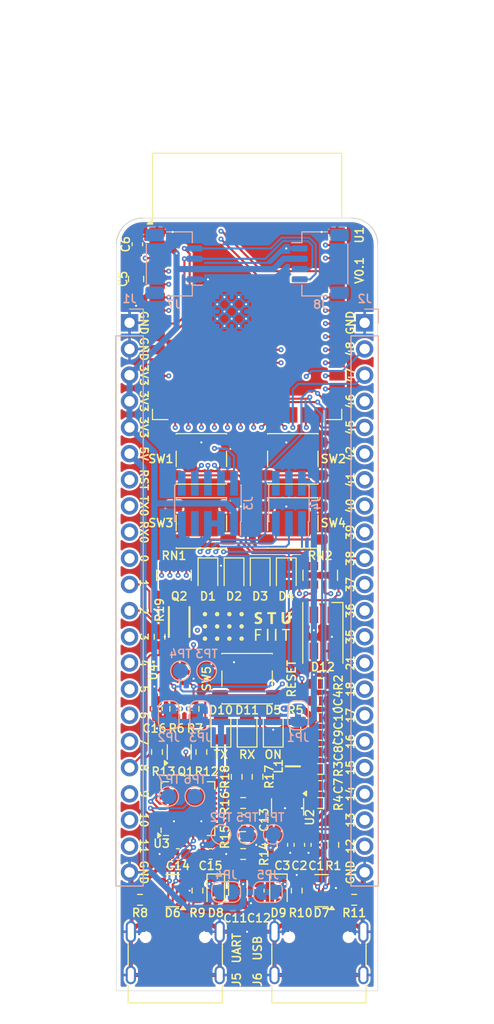
<source format=kicad_pcb>
(kicad_pcb (version 20240706) (generator "pcbnew") (generator_version "8.99")
  (title_block (title "FIIT ESP32 Kit") (date "2024-07-21") (rev "0.1") (company "FIIT STU") (comment 1 "Ing. Matej Pončák"))
  (layers (0 "F.Cu" signal) (1 "In1.Cu" signal) (2 "In2.Cu" signal) (31 "B.Cu" signal) (34 "B.Paste" user) (35 "F.Paste" user) (36 "B.SilkS" user "B.Silkscreen") (37 "F.SilkS" user "F.Silkscreen") (38 "B.Mask" user) (39 "F.Mask" user) (44 "Edge.Cuts" user))
  (net 0 "")
  (net 1 "+3.3V")
  (net 2 "GND")
  (net 3 "/EN")
  (net 4 "+5V")
  (net 5 "Net-(JP3-A)")
  (net 6 "Net-(U2-FB)")
  (net 7 "Net-(U3-VBUS)")
  (net 8 "Net-(D1-A)")
  (net 9 "Net-(D2-A)")
  (net 10 "Net-(D3-A)")
  (net 11 "Net-(D4-A)")
  (net 12 "Net-(D5-A)")
  (net 13 "VBUS1")
  (net 14 "/USB & Serial/D1_N")
  (net 15 "/USB & Serial/D1_P")
  (net 16 "Net-(D8-K)")
  (net 17 "Net-(D9-K)")
  (net 18 "Net-(D10-K)")
  (net 19 "VBUS2")
  (net 20 "/GPIO19")
  (net 21 "/GPIO20")
  (net 22 "/GPIO38")
  (net 23 "/GPIO6")
  (net 24 "/BUTTON1")
  (net 25 "/GPIO8")
  (net 26 "/GPIO3")
  (net 27 "/BOOT")
  (net 28 "/TX0")
  (net 29 "/GPIO5")
  (net 30 "/RX0")
  (net 31 "/GPIO4")
  (net 32 "/GPIO10")
  (net 33 "/GPIO7")
  (net 34 "/BUTTON2")
  (net 35 "/GPIO9")
  (net 36 "/GPIO11")
  (net 37 "/GPIO46")
  (net 38 "/BUTTON3")
  (net 39 "/GPIO40")
  (net 40 "/GPIO42")
  (net 41 "/BUTTON4")
  (net 42 "/GPIO45")
  (net 43 "/GPIO37")
  (net 44 "/GPIO17")
  (net 45 "/GPIO36")
  (net 46 "/GPIO15")
  (net 47 "/GPIO18")
  (net 48 "/GPIO39")
  (net 49 "/GPIO12")
  (net 50 "/GPIO14")
  (net 51 "/GPIO13")
  (net 52 "/GPIO16")
  (net 53 "/GPIO21")
  (net 54 "/GPIO41")
  (net 55 "/GPIO35")
  (net 56 "Net-(D10-A)")
  (net 57 "Net-(JP1-A)")
  (net 58 "Net-(JP2-A)")
  (net 59 "Net-(U2-SW)")
  (net 60 "/USB & Serial/RTS")
  (net 61 "Net-(Q1B-B2)")
  (net 62 "Net-(Q1A-B1)")
  (net 63 "/USB & Serial/DTR")
  (net 64 "Net-(U2-EN)")
  (net 65 "Net-(U3-~{RST})")
  (net 83 "Net-(RN2A-R1.2)")
  (net 84 "Net-(RN2D-R4.2)")
  (net 85 "Net-(RN2C-R3.2)")
  (net 86 "Net-(RN2B-R2.2)")
  (net 87 "Net-(D11-A)")
  (net 88 "Net-(D11-K)")
  (net 91 "Net-(J5-CC1)")
  (net 93 "Net-(J5-CC2)")
  (net 95 "Net-(J6-CC2)")
  (net 96 "Net-(J6-CC1)")
  (footprint "Package_TO_SOT_SMD:SOT-363_SC-70-6" (layer "F.Cu") (at 201.096 99.966 90)
    (property "Reference" "Q1")
    (property "Value" "MMDT3904")
  )
  (footprint "Resistor_SMD:R_0603_1608Metric" (layer "F.Cu") (at 208.716 102.379 90)
    (property "Reference" "R17")
    (property "Value" "2.4k")
  )
  (footprint "FIIT_Kit:AHT20" (layer "F.Cu") (at 200.647 92.219)
    (property "Reference" "U4")
    (property "Value" "AHT20")
  )
  (footprint "Capacitor_SMD:C_0603_1608Metric" (layer "F.Cu") (at 211.129 108.983 -90)
    (property "Reference" "C3")
    (property "Value" "100nF")
  )
  (footprint "Resistor_SMD:R_0603_1608Metric" (layer "F.Cu") (at 199.191 88.79 90)
    (property "Reference" "R19")
    (property "Value" "10k")
  )
  (footprint "LED_SMD:LED_0805_2012Metric" (layer "F.Cu") (at 207.7 97.807 90)
    (property "Reference" "D11")
    (property "Value" "YELLOW")
  )
  (footprint "RF_Module:ESP32-S3-WROOM-1" (layer "F.Cu") (at 207.7 54.754)
    (property "Reference" "U1")
    (property "Value" "ESP32-S3-WROOM-1")
  )
  (footprint "Diode_SMD:D_SOD-323" (layer "F.Cu") (at 210.748 113.428 -90)
    (property "Reference" "D9")
    (property "Value" "BAT60B")
  )
  (footprint "Capacitor_SMD:C_0603_1608Metric" (layer "F.Cu") (at 214.812 98.315)
    (property "Reference" "C9")
    (property "Value" "22uF")
  )
  (footprint "Diode_SMD:D_SOD-323" (layer "F.Cu") (at 204.652 113.428 -90)
    (property "Reference" "D8")
    (property "Value" "BAT60B")
  )
  (footprint "Resistor_SMD:R_0603_1608Metric" (layer "F.Cu") (at 214.812 93.362 180)
    (property "Reference" "R2")
    (property "Value" "10k")
  )
  (footprint "LED_SMD:LED_0805_2012Metric" (layer "F.Cu") (at 205.16 97.807 90)
    (property "Reference" "D10")
    (property "Value" "YELLOW")
  )
  (footprint "Resistor_SMD:R_0603_1608Metric" (layer "F.Cu") (at 214.812 101.617)
    (property "Reference" "R3")
    (property "Value" "4.99k")
  )
  (footprint "Capacitor_SMD:C_0603_1608Metric" (layer "F.Cu") (at 197.032 50.69 90)
    (property "Reference" "C6")
    (property "Value" "100nF")
  )
  (footprint "Resistor_SMD:R_Array_Convex_4x0603" (layer "F.Cu") (at 214.812 82.821 90)
    (property "Reference" "RN2")
    (property "Value" "100R")
  )
  (footprint "Resistor_SMD:R_0603_1608Metric" (layer "F.Cu") (at 218.114 114.317 180)
    (property "Reference" "R11")
    (property "Value" "5.1k")
  )
  (footprint "Resistor_SMD:R_0603_1608Metric" (layer "F.Cu") (at 214.812 104.919 180)
    (property "Reference" "R4")
    (property "Value" "1.1k")
  )
  (footprint "Capacitor_SMD:C_0603_1608Metric" (layer "F.Cu") (at 214.812 99.966)
    (property "Reference" "C8")
    (property "Value" "22uF")
  )
  (footprint "Capacitor_SMD:C_1206_3216Metric" (layer "F.Cu") (at 206.811 113.174 -90)
    (property "Reference" "C11")
    (property "Value" "100uF")
  )
  (footprint "Resistor_SMD:R_0603_1608Metric" (layer "F.Cu") (at 200.715 95.775 90)
    (property "Reference" "R6")
    (property "Value" "10k")
  )
  (footprint "Connector_USB:USB_C_Receptacle_G-Switch_GT-USB-7010ASV" (layer "F.Cu") (at 200.715 120.54)
    (property "Reference" "J5")
    (property "Value" "USB_C_Receptacle_USB2.0")
  )
  (footprint "Resistor_SMD:R_0603_1608Metric" (layer "F.Cu") (at 207.319 104.919 180)
    (property "Reference" "R16")
    (property "Value" "10k")
  )
  (footprint "Capacitor_SMD:C_0603_1608Metric" (layer "F.Cu") (at 198.937 95.775 -90)
    (property "Reference" "C16")
    (property "Value" "100nF")
  )
  (footprint "Capacitor_SMD:C_0603_1608Metric" (layer "F.Cu") (at 212.78 108.983 -90)
    (property "Reference" "C2")
    (property "Value" "22uF")
  )
  (footprint "Resistor_SMD:R_0603_1608Metric" (layer "F.Cu") (at 207.319 108.221 180)
    (property "Reference" "R15")
    (property "Value" "47.5k")
  )
  (footprint "Button_Switch_SMD:SW_SPST_PTS647_Sx38" (layer "F.Cu") (at 203.255 71.518)
    (property "Reference" "SW1")
    (property "Value" "SPST NO")
  )
  (footprint "Capacitor_SMD:C_0603_1608Metric" (layer "F.Cu") (at 204.144 109.872)
    (property "Reference" "C15")
    (property "Value" "22uF")
  )
  (footprint "Resistor_SMD:R_0603_1608Metric" (layer "F.Cu") (at 216.082 108.983 -90)
    (property "Reference" "R1")
    (property "Value" "100k")
  )
  (footprint "Resistor_SMD:R_0603_1608Metric" (layer "F.Cu") (at 212.526 113.428 -90)
    (property "Reference" "R10")
    (property "Value" "5.1k")
  )
  (footprint "Capacitor_SMD:C_0603_1608Metric" (layer "F.Cu") (at 200.969 109.872 180)
    (property "Reference" "C14")
    (property "Value" "100nF")
  )
  (footprint "Resistor_SMD:R_0603_1608Metric" (layer "F.Cu") (at 202.493 95.775 90)
    (property "Reference" "R7")
    (property "Value" "10k")
  )
  (footprint "Connector_USB:USB_C_Receptacle_G-Switch_GT-USB-7010ASV" (layer "F.Cu") (at 214.685 120.54)
    (property "Reference" "J6")
    (property "Value" "USB_C_Receptacle_USB2.0")
  )
  (footprint "Capacitor_SMD:C_0603_1608Metric" (layer "F.Cu") (at 214.812 95.013)
    (property "Reference" "C4")
    (property "Value" "100nF")
  )
  (footprint "Resistor_SMD:R_0603_1608Metric" (layer "F.Cu") (at 203.255 99.966 90)
    (property "Reference" "R12")
    (property "Value" "10k")
  )
  (footprint "Capacitor_SMD:C_0603_1608Metric" (layer "F.Cu") (at 214.812 96.664)
    (property "Reference" "C10")
    (property "Value" "100nF")
  )
  (footprint "LED_SMD:LED_0805_2012Metric" (layer "F.Cu") (at 211.51 82.821 -90)
    (property "Reference" "D4")
    (property "Value" "BLUE")
  )
  (footprint "Button_Switch_SMD:SW_SPST_PTS647_Sx38" (layer "F.Cu") (at 207.7 92.854)
    (property "Reference" "SW5")
    (property "Value" "SPST NO")
  )
  (footprint "Capacitor_SMD:C_0805_2012Metric" (layer "F.Cu") (at 196.905 54.058 -90)
    (property "Reference" "C5")
    (property "Value" "47uF")
  )
  (footprint "LED_SMD:LED_SK6812MINI_PLCC4_3.5x3.5mm_P1.75mm" (layer "F.Cu") (at 215.066 88.409 90)
    (property "Reference" "D12")
    (property "Value" "SK6812MINI")
  )
  (footprint "Capacitor_SMD:C_0603_1608Metric" (layer "F.Cu") (at 207.319 106.57)
    (property "Reference" "C13")
    (property "Value" "1uF")
  )
  (footprint "Capacitor_SMD:C_0603_1608Metric" (layer "F.Cu") (at 208.843 113.428 -90)
    (property "Reference" "C12")
    (property "Value" "1uF")
  )
  (footprint "Resistor_SMD:R_0603_1608Metric" (layer "F.Cu") (at 198.937 99.966 -90)
    (property "Reference" "R13")
    (property "Value" "10k")
  )
  (footprint "LED_SMD:LED_0805_2012Metric" (layer "F.Cu") (at 210.24 97.807 90)
    (property "Reference" "D5")
    (property "Value" "GREEN")
  )
  (footprint "Button_Switch_SMD:SW_SPST_PTS647_Sx38" (layer "F.Cu") (at 203.255 77.741)
    (property "Reference" "SW3")
    (property "Value" "SPST NO")
  )
  (footprint "LED_SMD:LED_0805_2012Metric" (layer "F.Cu") (at 206.43 82.821 -90)
    (property "Reference" "D2")
    (property "Value" "YELLOW")
  )
  (footprint "Package_DFN_QFN:QFN-28-1EP_5x5mm_P0.5mm_EP3.35x3.35mm" (layer "F.Cu") (at 201.948 105.464 90)
    (property "Reference" "U3")
    (property "Value" "CP2102N-Axx-xQFN28")
  )
  (footprint "Package_TO_SOT_SMD:TSOT-23-5" (layer "F.Cu") (at 211.637 105.3 -90)
    (property "Reference" "U2")
    (property "Value" "SY8089AAAC")
  )
  (footprint "Resistor_SMD:R_0603_1608Metric" (layer "F.Cu") (at 202.874 113.428 -90)
    (property "Reference" "R9")
    (property "Value" "5.1k")
  )
  (footprint "Capacitor_SMD:C_0603_1608Metric" (layer "F.Cu") (at 214.812 103.268)
    (property "Reference" "C7")
    (property "Value" "22pF")
  )
  (footprint "FIIT_Kit:TEMT6000X01" (layer "F.Cu") (at 201.096 87.901 90)
    (property "Reference" "Q2")
    (property "Value" "SFH320" (hide yes))
  )
  (footprint "Resistor_SMD:R_0603_1608Metric" (layer "F.Cu") (at 207.319 109.872)
    (property "Reference" "R14")
    (property "Value" "22.1k")
  )
  (footprint "Resistor_SMD:R_0603_1608Metric" (layer "F.Cu") (at 197.286 114.317)
    (property "Reference" "R8")
    (property "Value" "5.1k")
  )
  (footprint "Capacitor_SMD:C_0603_1608Metric" (layer "F.Cu") (at 214.431 108.983 -90)
    (property "Reference" "C1")
    (property "Value" "22uF")
  )
  (footprint "Resistor_SMD:R_0603_1608Metric" (layer "F.Cu") (at 206.684 102.379 90)
    (property "Reference" "R18")
    (property "Value" "2.4k")
  )
  (footprint "LED_SMD:LED_0805_2012Metric" (layer "F.Cu") (at 208.97 82.821 -90)
    (property "Reference" "D3")
    (property "Value" "GREEN")
  )
  (footprint "Button_Switch_SMD:SW_SPST_PTS647_Sx38" (layer "F.Cu") (at 212.145 77.741)
    (property "Reference" "SW4")
    (property "Value" "SPST NO")
  )
  (footprint "LED_SMD:LED_0805_2012Metric" (layer "F.Cu") (at 203.89 82.821 -90)
    (property "Reference" "D1")
    (property "Value" "RED")
  )
  (footprint "FIIT_Kit:INDC2116X100N" (layer "F.Cu") (at 212.145 101.363 90)
    (property "Reference" "L1")
    (property "Value" "MPL2016S2R2")
  )
  (footprint "Button_Switch_SMD:SW_SPST_PTS647_Sx38" (layer "F.Cu") (at 212.145 71.518)
    (property "Reference" "SW2")
    (property "Value" "SPST NO")
  )
  (footprint "Package_TO_SOT_SMD:SOT-143" (layer "F.Cu") (at 200.461 113.428 180)
    (property "Reference" "D6")
    (property "Value" "PRTR5V0U2X")
  )
  (footprint "Package_TO_SOT_SMD:SOT-143" (layer "F.Cu") (at 214.939 113.428 180)
    (property "Reference" "D7")
    (property "Value" "PRTR5V0U2X")
  )
  (footprint "Resistor_SMD:R_Array_Convex_4x0603" (layer "F.Cu") (at 200.588 82.821 90)
    (property "Reference" "RN1")
    (property "Value" "2.4k")
  )
  (footprint "Resistor_SMD:R_0603_1608Metric" (layer "F.Cu") (at 212.399 97.807 90)
    (property "Reference" "R5")
    (property "Value" "2.4k")
  )
  (footprint "Connector_PinHeader_2.54mm:PinHeader_1x22_P2.54mm_Vertical" (layer "B.Cu") (at 219.13 58.31 180)
    (property "Reference" "J2")
    (property "Value" "Conn_01x22_Pin")
  )
  (footprint "Jumper:SolderJumper-2_P1.3mm_Bridged_RoundedPad1.0x1.5mm" (layer "B.Cu") (at 200.08 96.41 -90)
    (property "Reference" "JP2")
    (property "Value" "I2C")
  )
  (footprint "Jumper:SolderJumper-2_P1.3mm_Bridged_RoundedPad1.0x1.5mm" (layer "B.Cu") (at 209.717 113.555 180)
    (property "Reference" "JP5")
    (property "Value" "SolderJumper_2_Bridged")
  )
  (footprint "Connector_PinHeader_1.27mm:PinHeader_2x03_P1.27mm_Vertical_SMD" (layer "B.Cu") (at 211.764 75.836 90)
    (property "Reference" "J4")
    (property "Value" "Conn_01x06_Pin")
  )
  (footprint "Connector_JST:JST_SH_SM04B-SRSS-TB_1x04-1MP_P1.00mm_Horizontal" (layer "B.Cu") (at 214.812 52.595 -90)
    (property "Reference" "J8")
    (property "Value" "QWIIC - I2C")
  )
  (footprint "Connector_JST:JST_SH_SM04B-SRSS-TB_1x04-1MP_P1.00mm_Horizontal" (layer "B.Cu") (at 200.588 52.5964 90)
    (property "Reference" "J7")
    (property "Value" "QWIIC - I2C")
  )
  (footprint "Jumper:SolderJumper-2_P1.3mm_Bridged_RoundedPad1.0x1.5mm" (layer "B.Cu") (at 212.653 96.41 -90)
    (property "Reference" "JP1")
    (property "Value" "SolderJumper_2_Bridged")
  )
  (footprint "Jumper:SolderJumper-2_P1.3mm_Bridged_RoundedPad1.0x1.5mm" (layer "B.Cu") (at 203.128 96.41 -90)
    (property "Reference" "JP3")
    (property "Value" "I2C")
  )
  (footprint "TestPoint:TestPoint_Pad_D1.5mm" (layer "B.Cu") (at 201.223 92.092 180)
    (property "Reference" "TP4")
    (property "Value" "SCL")
  )
  (footprint "Connector_PinHeader_1.27mm:PinHeader_2x05_P1.27mm_Vertical_SMD" (layer "B.Cu") (at 203.89 75.836 90)
    (property "Reference" "J3")
    (property "Value" "Conn_ARM_JTAG_SWD_10")
  )
  (footprint "Jumper:SolderJumper-2_P1.3mm_Bridged_RoundedPad1.0x1.5mm" (layer "B.Cu") (at 205.668 113.555)
    (property "Reference" "JP4")
    (property "Value" "SolderJumper_2_Bridged")
  )
  (footprint "TestPoint:TestPoint_Pad_D1.5mm" (layer "B.Cu") (at 205.16 107.967 180)
    (property "Reference" "TP2")
    (property "Value" "+3.3V")
  )
  (footprint "TestPoint:TestPoint_Pad_D1.5mm" (layer "B.Cu") (at 200.08 104.284 180)
    (property "Reference" "TP7")
    (property "Value" "SERIAL-TX")
  )
  (footprint "Connector_PinHeader_2.54mm:PinHeader_1x22_P2.54mm_Vertical" (layer "B.Cu") (at 196.27 58.31 180)
    (property "Reference" "J1")
    (property "Value" "Conn_01x22_Pin")
  )
  (footprint "TestPoint:TestPoint_Pad_D1.5mm" (layer "B.Cu") (at 203.763 92.092 180)
    (property "Reference" "TP3")
    (property "Value" "SDA")
  )
  (footprint "TestPoint:TestPoint_Pad_D1.5mm" (layer "B.Cu") (at 210.24 107.967 180)
    (property "Reference" "TP1")
    (property "Value" "+5V")
  )
  (footprint "TestPoint:TestPoint_Pad_D1.5mm" (layer "B.Cu") (at 202.62 104.284 180)
    (property "Reference" "TP6")
    (property "Value" "SERIAL-RX")
  )
  (footprint "TestPoint:TestPoint_Pad_D1.5mm" (layer "B.Cu") (at 207.7 107.967 180)
    (property "Reference" "TP5")
    (property "Value" "GND")
  )
  (gr_poly (pts (xy 204.800802 88.752083) (xy 204.811799 88.752922) (xy 204.822635 88.754304) (xy 204.833296 88.756214) (xy 204.843769 88.758639) (xy 204.854041 88.761566) (xy 204.864097 88.76498) (xy 204.873924 88.768867) (xy 204.88351 88.773214) (xy 204.892839 88.778008) (xy 204.901899 88.783233) (xy 204.910676 88.788877) (xy 204.919157 88.794926) (xy 204.927328 88.801366) (xy 204.935176 88.808183) (xy 204.942687 88.815363) (xy 204.949847 88.822893) (xy 204.956644 88.830759) (xy 204.963062 88.838947) (xy 204.96909 88.847443) (xy 204.974714 88.856234) (xy 204.979919 88.865305) (xy 204.984693 88.874644) (xy 204.989021 88.884235) (xy 204.992891 88.894066) (xy 204.996289 88.904123) (xy 204.999202 88.914391) (xy 205.001615 88.924858) (xy 205.003515 88.935508) (xy 205.004889 88.94633) (xy 205.005724 88.957308) (xy 205.006005 88.968429) (xy 205.005724 88.979558) (xy 205.004889 88.99054) (xy 205.003515 89.001361) (xy 205.001615 89.012008) (xy 204.999202 89.022467) (xy 204.996289 89.032725) (xy 204.992891 89.042768) (xy 204.989021 89.052583) (xy 204.984693 89.062156) (xy 204.979919 89.071473) (xy 204.974714 89.080522) (xy 204.96909 89.089289) (xy 204.963062 89.097759) (xy 204.956644 89.10592) (xy 204.949847 89.113758) (xy 204.942687 89.12126) (xy 204.935176 89.128412) (xy 204.927328 89.1352) (xy 204.919157 89.141611) (xy 204.910676 89.147632) (xy 204.901899 89.153249) (xy 204.892839 89.158449) (xy 204.88351 89.163217) (xy 204.873924 89.167541) (xy 204.864097 89.171406) (xy 204.854041 89.1748) (xy 204.843769 89.177709) (xy 204.833296 89.18012) (xy 204.822635 89.182018) (xy 204.811799 89.183391) (xy 204.800802 89.184224) (xy 204.789657 89.184505) (xy 204.778513 89.184224) (xy 204.767516 89.183391) (xy 204.75668 89.182018) (xy 204.746019 89.18012) (xy 204.735546 89.177709) (xy 204.725275 89.1748) (xy 204.715218 89.171406) (xy 204.705391 89.167541) (xy 204.695806 89.163217) (xy 204.686476 89.158449) (xy 204.677416 89.153249) (xy 204.668638 89.147632) (xy 204.660157 89.141611) (xy 204.651986 89.1352) (xy 204.644138 89.128412) (xy 204.636627 89.12126) (xy 204.629466 89.113758) (xy 204.62267 89.10592) (xy 204.61625 89.097759) (xy 204.610222 89.089289) (xy 204.604599 89.080522) (xy 204.599393 89.071473) (xy 204.594619 89.062156) (xy 204.59029 89.052583) (xy 204.58642 89.042768) (xy 204.583022 89.032725) (xy 204.580109 89.022467) (xy 204.577696 89.012008) (xy 204.575796 89.001361) (xy 204.574421 88.99054) (xy 204.573587 88.979558) (xy 204.573306 88.968429) (xy 204.573587 88.957308) (xy 204.574421 88.94633) (xy 204.575796 88.935508) (xy 204.577696 88.924858) (xy 204.580109 88.914391) (xy 204.583022 88.904123) (xy 204.58642 88.894066) (xy 204.59029 88.884235) (xy 204.594619 88.874644) (xy 204.599393 88.865305) (xy 204.604599 88.856234) (xy 204.610222 88.847443) (xy 204.61625 88.838947) (xy 204.62267 88.830759) (xy 204.629466 88.822893) (xy 204.636627 88.815363) (xy 204.644138 88.808183) (xy 204.651986 88.801366) (xy 204.660157 88.794926) (xy 204.668638 88.788877) (xy 204.677416 88.783233) (xy 204.686476 88.778008) (xy 204.695805 88.773214) (xy 204.705391 88.768867) (xy 204.715218 88.76498) (xy 204.725275 88.761566) (xy 204.735546 88.758639) (xy 204.746019 88.756214) (xy 204.75668 88.754304) (xy 204.767516 88.752922) (xy 204.778513 88.752083) (xy 204.789657 88.751801)) (stroke (width -0.000001)) (fill solid) (layer "F.SilkS"))
  (gr_poly (pts (xy 204.800802 87.564053) (xy 204.811799 87.564882) (xy 204.822635 87.566247) (xy 204.833296 87.568136) (xy 204.843769 87.570534) (xy 204.854041 87.57343) (xy 204.864097 87.576808) (xy 204.873924 87.580658) (xy 204.88351 87.584964) (xy 204.892839 87.589714) (xy 204.901899 87.594895) (xy 204.910676 87.600493) (xy 204.919157 87.606495) (xy 204.927328 87.612888) (xy 204.935176 87.619659) (xy 204.942687 87.626794) (xy 204.949847 87.634281) (xy 204.956644 87.642105) (xy 204.963062 87.650255) (xy 204.96909 87.658716) (xy 204.974714 87.667475) (xy 204.979919 87.676519) (xy 204.984693 87.685835) (xy 204.989021 87.69541) (xy 204.992891 87.705231) (xy 204.996289 87.715283) (xy 204.999202 87.725554) (xy 205.001615 87.736032) (xy 205.003515 87.746701) (xy 205.004889 87.75755) (xy 205.005724 87.768565) (xy 205.006005 87.779733) (xy 205.005724 87.790877) (xy 205.004889 87.801874) (xy 205.003515 87.81271) (xy 205.001615 87.823372) (xy 204.999202 87.833845) (xy 204.996289 87.844116) (xy 204.992891 87.854172) (xy 204.989021 87.864) (xy 204.984693 87.873585) (xy 204.979919 87.882915) (xy 204.974714 87.891975) (xy 204.96909 87.900753) (xy 204.963062 87.909234) (xy 204.956644 87.917405) (xy 204.949847 87.925253) (xy 204.942687 87.932764) (xy 204.935176 87.939924) (xy 204.927328 87.946721) (xy 204.919157 87.95314) (xy 204.910676 87.959168) (xy 204.901899 87.964792) (xy 204.892839 87.969997) (xy 204.88351 87.974771) (xy 204.873924 87.9791) (xy 204.864097 87.98297) (xy 204.854041 87.986368) (xy 204.843769 87.989281) (xy 204.833296 87.991694) (xy 204.822635 87.993595) (xy 204.811799 87.994969) (xy 204.800802 87.995803) (xy 204.789657 87.996084) (xy 204.778513 87.995803) (xy 204.767516 87.994969) (xy 204.75668 87.993595) (xy 204.746019 87.991694) (xy 204.735546 87.989281) (xy 204.725275 87.986368) (xy 204.715218 87.98297) (xy 204.705391 87.9791) (xy 204.695805 87.974771) (xy 204.686476 87.969997) (xy 204.677416 87.964792) (xy 204.668638 87.959168) (xy 204.660157 87.95314) (xy 204.651986 87.946721) (xy 204.644138 87.939924) (xy 204.636627 87.932764) (xy 204.629466 87.925253) (xy 204.62267 87.917405) (xy 204.61625 87.909234) (xy 204.610222 87.900753) (xy 204.604599 87.891975) (xy 204.599393 87.882915) (xy 204.594619 87.873585) (xy 204.59029 87.864) (xy 204.58642 87.854172) (xy 204.583022 87.844116) (xy 204.580109 87.833845) (xy 204.577696 87.823372) (xy 204.575796 87.81271) (xy 204.574421 87.801874) (xy 204.573587 87.790877) (xy 204.573306 87.779733) (xy 204.573587 87.768565) (xy 204.574421 87.75755) (xy 204.575796 87.746701) (xy 204.577696 87.736032) (xy 204.580109 87.725554) (xy 204.583022 87.715283) (xy 204.58642 87.705231) (xy 204.59029 87.69541) (xy 204.594619 87.685835) (xy 204.599393 87.676519) (xy 204.604599 87.667475) (xy 204.610222 87.658716) (xy 204.61625 87.650255) (xy 204.62267 87.642105) (xy 204.629466 87.634281) (xy 204.636627 87.626794) (xy 204.644138 87.619659) (xy 204.651986 87.612888) (xy 204.660157 87.606495) (xy 204.668638 87.600493) (xy 204.677416 87.594895) (xy 204.686476 87.589714) (xy 204.695805 87.584964) (xy 204.705391 87.580658) (xy 204.715218 87.576808) (xy 204.725275 87.57343) (xy 204.735546 87.570534) (xy 204.746019 87.568136) (xy 204.75668 87.566247) (xy 204.767516 87.564882) (xy 204.778513 87.564053) (xy 204.789657 87.563774)) (stroke (width -0.000001)) (fill solid) (layer "F.SilkS"))
  (gr_poly (pts (xy 210.551601 88.019404) (xy 210.553237 88.019577) (xy 210.554011 88.019708) (xy 210.554757 88.019869) (xy 210.555474 88.02006) (xy 210.556162 88.020281) (xy 210.556821 88.020533) (xy 210.557452 88.020816) (xy 210.558054 88.021131) (xy 210.558628 88.021477) (xy 210.559173 88.021855) (xy 210.559689 88.022266) (xy 210.560178 88.022708) (xy 210.560638 88.023184) (xy 210.561069 88.023693) (xy 210.561473 88.024235) (xy 210.561848 88.024811) (xy 210.562195 88.025421) (xy 210.562515 88.026065) (xy 210.562806 88.026744) (xy 210.563069 88.027457) (xy 210.563304 88.028206) (xy 210.563511 88.02899) (xy 210.563691 88.02981) (xy 210.563843 88.030666) (xy 210.563967 88.031558) (xy 210.564132 88.033453) (xy 210.564187 88.035497) (xy 210.564187 89.158047) (xy 210.564132 89.160088) (xy 210.564063 89.161052) (xy 210.563967 89.161978) (xy 210.563843 89.162866) (xy 210.563691 89.163718) (xy 210.563511 89.164533) (xy 210.563304 89.165312) (xy 210.563069 89.166054) (xy 210.562806 89.166761) (xy 210.562515 89.167433) (xy 210.562195 89.16807) (xy 210.561848 89.168673) (xy 210.561473 89.169241) (xy 210.561069 89.169776) (xy 210.560638 89.170277) (xy 210.560178 89.170745) (xy 210.559689 89.17118) (xy 210.559173 89.171583) (xy 210.558628 89.171954) (xy 210.558054 89.172293) (xy 210.557452 89.1726) (xy 210.556821 89.172877) (xy 210.556162 89.173123) (xy 210.555474 89.173339) (xy 210.554757 89.173525) (xy 210.554011 89.173681) (xy 210.553237 89.173809) (xy 210.552434 89.173907) (xy 210.551601 89.173977) (xy 210.55074 89.174018) (xy 210.54985 89.174032) (xy 210.420325 89.174032) (xy 210.418283 89.173977) (xy 210.416393 89.173809) (xy 210.415504 89.173681) (xy 210.414652 89.173525) (xy 210.413837 89.173339) (xy 210.413058 89.173123) (xy 210.412315 89.172877) (xy 210.411608 89.1726) (xy 210.410936 89.172293) (xy 210.410299 89.171954) (xy 210.409697 89.171583) (xy 210.409128 89.17118) (xy 210.408594 89.170745) (xy 210.408092 89.170277) (xy 210.407624 89.169776) (xy 210.407189 89.169241) (xy 210.406786 89.168673) (xy 210.406416 89.16807) (xy 210.406076 89.167433) (xy 210.405769 89.166761) (xy 210.405492 89.166054) (xy 210.405246 89.165312) (xy 210.40503 89.164533) (xy 210.404844 89.163718) (xy 210.404688 89.162866) (xy 210.404561 89.161978) (xy 210.404393 89.160088) (xy 210.404337 89.158047) (xy 210.404337 88.035497) (xy 210.404393 88.033453) (xy 210.404561 88.031558) (xy 210.404688 88.030666) (xy 210.404844 88.02981) (xy 210.40503 88.02899) (xy 210.405246 88.028206) (xy 210.405492 88.027457) (xy 210.405769 88.026744) (xy 210.406076 88.026065) (xy 210.406416 88.025421) (xy 210.406786 88.024811) (xy 210.407189 88.024235) (xy 210.407624 88.023693) (xy 210.408092 88.023184) (xy 210.408594 88.022708) (xy 210.409128 88.022266) (xy 210.409697 88.021855) (xy 210.410299 88.021477) (xy 210.410936 88.021131) (xy 210.411608 88.020816) (xy 210.412315 88.020533) (xy 210.413058 88.020281) (xy 210.413837 88.02006) (xy 210.414652 88.019869) (xy 210.415504 88.019708) (xy 210.416393 88.019577) (xy 210.417319 88.019476) (xy 210.418283 88.019404) (xy 210.420325 88.019347) (xy 210.54985 88.019347)) (stroke (width -0.000001)) (fill solid) (layer "F.SilkS"))
  (gr_poly (pts (xy 211.290825 86.391965) (xy 211.291811 86.392061) (xy 211.292768 86.392196) (xy 211.293694 86.39237) (xy 211.29459 86.392583) (xy 211.295455 86.392836) (xy 211.296289 86.393129) (xy 211.297092 86.393461) (xy 211.297864 86.393834) (xy 211.298605 86.394248) (xy 211.299313 86.394702) (xy 211.299989 86.395197) (xy 211.300633 86.395734) (xy 211.301245 86.396312) (xy 211.301823 86.396931) (xy 211.302368 86.397593) (xy 211.30288 86.398297) (xy 211.303359 86.399043) (xy 211.303803 86.399832) (xy 211.304214 86.400664) (xy 211.30459 86.401539) (xy 211.304931 86.402458) (xy 211.305237 86.40342) (xy 211.305509 86.404426) (xy 211.305745 86.405476) (xy 211.305945 86.40657) (xy 211.30611 86.407709) (xy 211.30633 86.410122) (xy 211.306404 86.412716) (xy 211.306404 87.183592) (xy 211.306587 87.194069) (xy 211.307134 87.204209) (xy 211.308047 87.214011) (xy 211.309324 87.223477) (xy 211.310967 87.232607) (xy 211.312975 87.241401) (xy 211.315348 87.249859) (xy 211.318087 87.257982) (xy 211.321191 87.265769) (xy 211.32466 87.273222) (xy 211.328495 87.28034) (xy 211.332695 87.287125) (xy 211.337261 87.293575) (xy 211.342193 87.299692) (xy 211.34749 87.305475) (xy 211.353152 87.310925) (xy 211.359181 87.316043) (xy 211.365575 87.320829) (xy 211.372335 87.325282) (xy 211.379461 87.329403) (xy 211.386953 87.333194) (xy 211.394811 87.336653) (xy 211.403035 87.339781) (xy 211.411625 87.342578) (xy 211.420582 87.345045) (xy 211.429904 87.347183) (xy 211.439593 87.34899) (xy 211.449648 87.350469) (xy 211.470856 87.352439) (xy 211.493531 87.353095) (xy 211.516452 87.352439) (xy 211.527351 87.351618) (xy 211.537876 87.350469) (xy 211.548028 87.34899) (xy 211.557806 87.347183) (xy 211.567212 87.345045) (xy 211.576245 87.342578) (xy 211.584905 87.339781) (xy 211.593194 87.336653) (xy 211.601111 87.333194) (xy 211.608657 87.329403) (xy 211.615832 87.325282) (xy 211.622636 87.320829) (xy 211.629069 87.316043) (xy 211.635132 87.310925) (xy 211.640826 87.305475) (xy 211.64615 87.299692) (xy 211.651104 87.293575) (xy 211.65569 87.287125) (xy 211.659907 87.28034) (xy 211.663756 87.273222) (xy 211.667237 87.265769) (xy 211.67035 87.257982) (xy 211.673096 87.249859) (xy 211.675475 87.241401) (xy 211.677487 87.232607) (xy 211.679132 87.223477) (xy 211.680411 87.214011) (xy 211.681325 87.204209) (xy 211.681872 87.194069) (xy 211.682055 87.183592) (xy 211.682055 86.412716) (xy 211.682074 86.411397) (xy 211.682132 86.410122) (xy 211.682229 86.408893) (xy 211.682364 86.407709) (xy 211.682538 86.40657) (xy 211.682749 86.405476) (xy 211.682999 86.404426) (xy 211.683287 86.40342) (xy 211.683613 86.402458) (xy 211.683977 86.401539) (xy 211.684378 86.400664) (xy 211.684817 86.399832) (xy 211.685294 86.399043) (xy 211.685808 86.398297) (xy 211.686359 86.397593) (xy 211.686948 86.396931) (xy 211.687574 86.396312) (xy 211.688237 86.395734) (xy 211.688936 86.395197) (xy 211.689673 86.394702) (xy 211.690446 86.394248) (xy 211.691256 86.393834) (xy 211.692102 86.393461) (xy 211.692985 86.393129) (xy 211.693904 86.392836) (xy 211.694859 86.392583) (xy 211.695851 86.39237) (xy 211.696878 86.392196) (xy 211.697941 86.392061) (xy 211.69904 86.391965) (xy 211.700175 86.391908) (xy 211.701345 86.391888) (xy 211.917147 86.391888) (xy 211.919208 86.391965) (xy 211.920194 86.392061) (xy 211.92115 86.392196) (xy 211.922076 86.39237) (xy 211.922972 86.392583) (xy 211.923837 86.392836) (xy 211.924672 86.393129) (xy 211.925475 86.393461) (xy 211.926247 86.393834) (xy 211.926987 86.394248) (xy 211.927695 86.394702) (xy 211.928371 86.395197) (xy 211.929015 86.395734) (xy 211.929626 86.396312) (xy 211.930205 86.396931) (xy 211.93075 86.397593) (xy 211.931262 86.398297) (xy 211.93174 86.399043) (xy 211.932185 86.399832) (xy 211.932595 86.400664) (xy 211.932971 86.401539) (xy 211.933312 86.402458) (xy 211.933619 86.40342) (xy 211.93389 86.404426) (xy 211.934126 86.405476) (xy 211.934327 86.40657) (xy 211.934491 86.407709) (xy 211.934712 86.410122) (xy 211.934785 86.412716) (xy 211.934787 87.189928) (xy 211.933293 87.231214) (xy 211.928748 87.270468) (xy 211.925303 87.289306) (xy 211.921062 87.307603) (xy 211.916012 87.325349) (xy 211.910142 87.342533) (xy 211.903441 87.359143) (xy 211.895897 87.375169) (xy 211.887499 87.3906) (xy 211.878236 87.405425) (xy 211.868095 87.419633) (xy 211.857066 87.433213) (xy 211.845137 87.446155) (xy 211.832296 87.458447) (xy 211.818532 87.470078) (xy 211.803834 87.481038) (xy 211.78819 87.491316) (xy 211.771589 87.5009) (xy 211.754019 87.50978) (xy 211.735469 87.517946) (xy 211.715927 87.525385) (xy 211.695382 87.532088) (xy 211.673822 87.538043) (xy 211.651236 87.543239) (xy 211.627613 87.547666) (xy 211.60294 87.551312) (xy 211.577207 87.554167) (xy 211.550403 87.55622) (xy 211.493532 87.557875) (xy 211.464676 87.55746) (xy 211.436907 87.55622) (xy 211.410214 87.554167) (xy 211.384585 87.551312) (xy 211.360009 87.547666) (xy 211.336476 87.543239) (xy 211.313973 87.538043) (xy 211.29249 87.532088) (xy 211.272016 87.525385) (xy 211.252538 87.517946) (xy 211.234047 87.50978) (xy 211.216531 87.5009) (xy 211.199978 87.491316) (xy 211.184378 87.481038) (xy 211.169719 87.470078) (xy 211.15599 87.458447) (xy 211.14318 87.446155) (xy 211.131278 87.433213) (xy 211.120272 87.419633) (xy 211.110151 87.405425) (xy 211.100905 87.3906) (xy 211.092521 87.375169) (xy 211.084989 87.359143) (xy 211.078297 87.342533) (xy 211.072434 87.325349) (xy 211.06739 87.307603) (xy 211.063152 87.289306) (xy 211.05971 87.270468) (xy 211.057052 87.2511) (xy 211.055168 87.231214) (xy 211.054045 87.210819) (xy 211.053674 87.189928) (xy 211.053674 86.412716) (xy 211.053748 86.410122) (xy 211.053842 86.408893) (xy 211.053974 86.407709) (xy 211.054144 86.40657) (xy 211.054353 86.405476) (xy 211.0546 86.404426) (xy 211.054887 86.40342) (xy 211.055214 86.402458) (xy 211.05558 86.401539) (xy 211.055987 86.400664) (xy 211.056434 86.399832) (xy 211.056921 86.399043) (xy 211.05745 86.398297) (xy 211.05802 86.397593) (xy 211.058632 86.396931) (xy 211.059286 86.396312) (xy 211.059982 86.395734) (xy 211.06072 86.395197) (xy 211.061502 86.394702) (xy 211.062326 86.394248) (xy 211.063194 86.393834) (xy 211.064106 86.393461) (xy 211.065062 86.393129) (xy 211.066062 86.392836) (xy 211.067107 86.392583) (xy 211.068197 86.39237) (xy 211.069333 86.392196) (xy 211.070513 86.392061) (xy 211.07174 86.391965) (xy 211.074332 86.391888) (xy 211.288764 86.391888)) (stroke (width -0.000001)) (fill solid) (layer "F.SilkS"))
  (gr_poly (pts (xy 205.989223 86.375235) (xy 206.000222 86.376067) (xy 206.011063 86.377438) (xy 206.021729 86.379333) (xy 206.032209 86.38174) (xy 206.042488 86.384646) (xy 206.052553 86.388035) (xy 206.06239 86.391896) (xy 206.071986 86.396215) (xy 206.081327 86.400979) (xy 206.090399 86.406173) (xy 206.099188 86.411785) (xy 206.107682 86.417801) (xy 206.115866 86.424207) (xy 206.123727 86.430991) (xy 206.131251 86.438139) (xy 206.138425 86.445637) (xy 206.145234 86.453473) (xy 206.151666 86.461632) (xy 206.157707 86.470101) (xy 206.163342 86.478867) (xy 206.168559 86.487916) (xy 206.173344 86.497235) (xy 206.177683 86.506811) (xy 206.181563 86.516629) (xy 206.184969 86.526678) (xy 206.187889 86.536942) (xy 206.190309 86.54741) (xy 206.192214 86.558066) (xy 206.193592 86.568899) (xy 206.194429 86.579894) (xy 206.194711 86.591038) (xy 206.194429 86.602182) (xy 206.193592 86.613178) (xy 206.192214 86.624014) (xy 206.190309 86.634675) (xy 206.187889 86.645147) (xy 206.184969 86.655419) (xy 206.181563 86.665475) (xy 206.177683 86.675302) (xy 206.173344 86.684887) (xy 206.168559 86.694217) (xy 206.163342 86.703277) (xy 206.157707 86.712055) (xy 206.151666 86.720536) (xy 206.145234 86.728707) (xy 206.138425 86.736555) (xy 206.131251 86.744066) (xy 206.123727 86.751227) (xy 206.115866 86.758024) (xy 206.107682 86.764443) (xy 206.099188 86.770472) (xy 206.090399 86.776095) (xy 206.081327 86.781301) (xy 206.071986 86.786075) (xy 206.06239 86.790405) (xy 206.052553 86.794275) (xy 206.042488 86.797673) (xy 206.032209 86.800586) (xy 206.021729 86.802999) (xy 206.011063 86.8049) (xy 206.000222 86.806274) (xy 205.989223 86.807109) (xy 205.978077 86.80739) (xy 205.966934 86.807109) (xy 205.95594 86.806274) (xy 205.945108 86.8049) (xy 205.934453 86.802999) (xy 205.923986 86.800586) (xy 205.913723 86.797673) (xy 205.903675 86.794275) (xy 205.893857 86.790405) (xy 205.884282 86.786075) (xy 205.874964 86.781301) (xy 205.865915 86.776095) (xy 205.85715 86.770472) (xy 205.848681 86.764443) (xy 205.840523 86.758024) (xy 205.832688 86.751227) (xy 205.82519 86.744066) (xy 205.818042 86.736555) (xy 205.811259 86.728707) (xy 205.804852 86.720536) (xy 205.798836 86.712055) (xy 205.793225 86.703277) (xy 205.788031 86.694217) (xy 205.783268 86.684887) (xy 205.778949 86.675302) (xy 205.775088 86.665475) (xy 205.771698 86.655419) (xy 205.768793 86.645147) (xy 205.766386 86.634675) (xy 205.764491 86.624014) (xy 205.76312 86.613178) (xy 205.762288 86.602182) (xy 205.762008 86.591038) (xy 205.762288 86.579894) (xy 205.76312 86.568899) (xy 205.764491 86.558066) (xy 205.766386 86.54741) (xy 205.768793 86.536942) (xy 205.771698 86.526678) (xy 205.775088 86.516629) (xy 205.778949 86.506811) (xy 205.783268 86.497235) (xy 205.788031 86.487916) (xy 205.793225 86.478867) (xy 205.798836 86.470101) (xy 205.804852 86.461632) (xy 205.811259 86.453473) (xy 205.818042 86.445637) (xy 205.82519 86.438139) (xy 205.832688 86.430991) (xy 205.840523 86.424207) (xy 205.848681 86.417801) (xy 205.85715 86.411785) (xy 205.865915 86.406173) (xy 205.874964 86.400979) (xy 205.884282 86.396215) (xy 205.893857 86.391896) (xy 205.903675 86.388035) (xy 205.913723 86.384646) (xy 205.923986 86.38174) (xy 205.934453 86.379333) (xy 205.945108 86.377438) (xy 205.95594 86.376067) (xy 205.966934 86.375235) (xy 205.978077 86.374955)) (stroke (width -0.000001)) (fill solid) (layer "F.SilkS"))
  (gr_poly (pts (xy 203.612334 86.375235) (xy 203.623289 86.376067) (xy 203.634088 86.377438) (xy 203.644718 86.379333) (xy 203.655166 86.38174) (xy 203.665417 86.384646) (xy 203.675457 86.388035) (xy 203.685273 86.391896) (xy 203.69485 86.396215) (xy 203.704176 86.400979) (xy 203.713235 86.406173) (xy 203.722015 86.411785) (xy 203.730502 86.417801) (xy 203.738681 86.424207) (xy 203.746539 86.430991) (xy 203.754062 86.438139) (xy 203.761237 86.445637) (xy 203.768048 86.453473) (xy 203.774483 86.461632) (xy 203.780528 86.470101) (xy 203.786169 86.478867) (xy 203.791392 86.487916) (xy 203.796183 86.497235) (xy 203.800528 86.506811) (xy 203.804414 86.516629) (xy 203.807826 86.526678) (xy 203.810752 86.536942) (xy 203.813177 86.54741) (xy 203.815087 86.558066) (xy 203.816468 86.568899) (xy 203.817307 86.579894) (xy 203.81759 86.591038) (xy 203.817307 86.602182) (xy 203.816468 86.613178) (xy 203.815087 86.624014) (xy 203.813177 86.634675) (xy 203.810752 86.645147) (xy 203.807826 86.655419) (xy 203.804414 86.665475) (xy 203.800528 86.675302) (xy 203.796183 86.684887) (xy 203.791392 86.694217) (xy 203.786169 86.703277) (xy 203.780528 86.712055) (xy 203.774483 86.720536) (xy 203.768048 86.728707) (xy 203.761237 86.736555) (xy 203.754062 86.744066) (xy 203.746539 86.751227) (xy 203.738681 86.758024) (xy 203.730502 86.764443) (xy 203.722015 86.770472) (xy 203.713235 86.776095) (xy 203.704176 86.781301) (xy 203.69485 86.786075) (xy 203.685273 86.790405) (xy 203.675457 86.794275) (xy 203.665417 86.797673) (xy 203.655166 86.800586) (xy 203.644718 86.802999) (xy 203.634088 86.8049) (xy 203.623289 86.806274) (xy 203.612334 86.807109) (xy 203.601238 86.80739) (xy 203.590093 86.807109) (xy 203.579093 86.806274) (xy 203.568254 86.8049) (xy 203.557587 86.802999) (xy 203.547108 86.800586) (xy 203.536829 86.797673) (xy 203.526765 86.794275) (xy 203.516928 86.790405) (xy 203.507332 86.786075) (xy 203.497992 86.781301) (xy 203.48892 86.776095) (xy 203.480131 86.770472) (xy 203.471637 86.764443) (xy 203.463453 86.758024) (xy 203.455593 86.751227) (xy 203.448069 86.744066) (xy 203.440895 86.736555) (xy 203.434086 86.728707) (xy 203.427654 86.720536) (xy 203.421614 86.712055) (xy 203.415978 86.703277) (xy 203.410761 86.694217) (xy 203.405976 86.684887) (xy 203.401637 86.675302) (xy 203.397758 86.665475) (xy 203.394351 86.655419) (xy 203.391432 86.645147) (xy 203.389012 86.634675) (xy 203.387107 86.624014) (xy 203.385729 86.613178) (xy 203.384892 86.602182) (xy 203.38461 86.591038) (xy 203.384892 86.579894) (xy 203.385729 86.568899) (xy 203.387107 86.558066) (xy 203.389012 86.54741) (xy 203.391432 86.536942) (xy 203.394351 86.526678) (xy 203.397758 86.516629) (xy 203.401637 86.506811) (xy 203.405976 86.497235) (xy 203.410761 86.487916) (xy 203.415978 86.478867) (xy 203.421614 86.470101) (xy 203.427654 86.461632) (xy 203.434086 86.453473) (xy 203.440895 86.445637) (xy 203.448069 86.438139) (xy 203.455593 86.430991) (xy 203.463453 86.424207) (xy 203.471637 86.417801) (xy 203.480131 86.411785) (xy 203.48892 86.406173) (xy 203.497992 86.400979) (xy 203.507332 86.396215) (xy 203.516928 86.391896) (xy 203.526765 86.388035) (xy 203.536829 86.384646) (xy 203.547108 86.38174) (xy 203.557587 86.379333) (xy 203.568254 86.377438) (xy 203.579093 86.376067) (xy 203.590093 86.375235) (xy 203.601238 86.374955)) (stroke (width -0.000001)) (fill solid) (layer "F.SilkS"))
  (gr_poly (pts (xy 205.989223 87.564053) (xy 206.000222 87.564882) (xy 206.011063 87.566247) (xy 206.021729 87.568136) (xy 206.032209 87.570534) (xy 206.042488 87.57343) (xy 206.052553 87.576808) (xy 206.06239 87.580658) (xy 206.071986 87.584964) (xy 206.081327 87.589714) (xy 206.090399 87.594895) (xy 206.099188 87.600493) (xy 206.107682 87.606495) (xy 206.115866 87.612888) (xy 206.123727 87.619659) (xy 206.131251 87.626794) (xy 206.138425 87.634281) (xy 206.145234 87.642105) (xy 206.151666 87.650255) (xy 206.157707 87.658716) (xy 206.163342 87.667475) (xy 206.168559 87.676519) (xy 206.173344 87.685835) (xy 206.177683 87.69541) (xy 206.181563 87.705231) (xy 206.184969 87.715283) (xy 206.187889 87.725554) (xy 206.190309 87.736032) (xy 206.192214 87.746701) (xy 206.193592 87.75755) (xy 206.194429 87.768565) (xy 206.194711 87.779733) (xy 206.194429 87.790877) (xy 206.193592 87.801874) (xy 206.192214 87.81271) (xy 206.190309 87.823372) (xy 206.187889 87.833845) (xy 206.184969 87.844116) (xy 206.181563 87.854172) (xy 206.177683 87.864) (xy 206.173344 87.873585) (xy 206.168559 87.882915) (xy 206.163342 87.891975) (xy 206.157707 87.900753) (xy 206.151666 87.909234) (xy 206.145234 87.917405) (xy 206.138425 87.925253) (xy 206.131251 87.932764) (xy 206.123727 87.939924) (xy 206.115866 87.946721) (xy 206.107682 87.95314) (xy 206.099188 87.959168) (xy 206.090399 87.964792) (xy 206.081327 87.969997) (xy 206.071986 87.974771) (xy 206.06239 87.9791) (xy 206.052553 87.98297) (xy 206.042488 87.986368) (xy 206.032209 87.989281) (xy 206.021729 87.991694) (xy 206.011063 87.993595) (xy 206.000222 87.994969) (xy 205.989223 87.995803) (xy 205.978077 87.996084) (xy 205.966934 87.995803) (xy 205.95594 87.994969) (xy 205.945108 87.993595) (xy 205.934453 87.991694) (xy 205.923986 87.989281) (xy 205.913723 87.986368) (xy 205.903675 87.98297) (xy 205.893857 87.9791) (xy 205.884282 87.974771) (xy 205.874964 87.969997) (xy 205.865915 87.964792) (xy 205.85715 87.959168) (xy 205.848681 87.95314) (xy 205.840523 87.946721) (xy 205.832688 87.939924) (xy 205.82519 87.932764) (xy 205.818042 87.925253) (xy 205.811259 87.917405) (xy 205.804852 87.909234) (xy 205.798836 87.900753) (xy 205.793225 87.891975) (xy 205.788031 87.882915) (xy 205.783268 87.873585) (xy 205.778949 87.864) (xy 205.775088 87.854172) (xy 205.771698 87.844116) (xy 205.768793 87.833845) (xy 205.766386 87.823372) (xy 205.764491 87.81271) (xy 205.76312 87.801874) (xy 205.762288 87.790877) (xy 205.762008 87.779733) (xy 205.762288 87.768565) (xy 205.76312 87.75755) (xy 205.764491 87.746701) (xy 205.766386 87.736032) (xy 205.768793 87.725554) (xy 205.771698 87.715283) (xy 205.775088 87.705231) (xy 205.778949 87.69541) (xy 205.783268 87.685835) (xy 205.788031 87.676519) (xy 205.793225 87.667475) (xy 205.798836 87.658716) (xy 205.804852 87.650255) (xy 205.811259 87.642105) (xy 205.818042 87.634281) (xy 205.82519 87.626794) (xy 205.832688 87.619659) (xy 205.840523 87.612888) (xy 205.848681 87.606495) (xy 205.85715 87.600493) (xy 205.865915 87.594895) (xy 205.874964 87.589714) (xy 205.884282 87.584964) (xy 205.893857 87.580658) (xy 205.903675 87.576808) (xy 205.913723 87.57343) (xy 205.923986 87.570534) (xy 205.934453 87.568136) (xy 205.945108 87.566247) (xy 205.95594 87.564882) (xy 205.966934 87.564053) (xy 205.978077 87.563774)) (stroke (width -0.000001)) (fill solid) (layer "F.SilkS"))
  (gr_poly (pts (xy 211.856856 88.019404) (xy 211.857801 88.019476) (xy 211.858711 88.019577) (xy 211.859587 88.019708) (xy 211.860428 88.019868) (xy 211.861235 88.020059) (xy 211.862007 88.020281) (xy 211.862746 88.020533) (xy 211.863451 88.020816) (xy 211.864123 88.021131) (xy 211.864762 88.021477) (xy 211.865367 88.021855) (xy 211.865939 88.022265) (xy 211.866479 88.022708) (xy 211.866986 88.023184) (xy 211.867461 88.023693) (xy 211.867904 88.024235) (xy 211.868315 88.024811) (xy 211.868695 88.025421) (xy 211.869043 88.026065) (xy 211.869359 88.026744) (xy 211.869645 88.027457) (xy 211.869899 88.028206) (xy 211.870123 88.02899) (xy 211.870316 88.02981) (xy 211.870479 88.030666) (xy 211.870612 88.031558) (xy 211.870715 88.032487) (xy 211.870789 88.033453) (xy 211.870847 88.035497) (xy 211.870847 88.136093) (xy 211.870789 88.138154) (xy 211.870715 88.13914) (xy 211.870612 88.140096) (xy 211.870479 88.141022) (xy 211.870316 88.141917) (xy 211.870123 88.142782) (xy 211.869899 88.143617) (xy 211.869645 88.14442) (xy 211.869359 88.145192) (xy 211.869043 88.145932) (xy 211.868695 88.14664) (xy 211.868315 88.147317) (xy 211.867904 88.14796) (xy 211.867461 88.148572) (xy 211.866986 88.14915) (xy 211.866479 88.149696) (xy 211.865939 88.150208) (xy 211.865367 88.150686) (xy 211.864762 88.151131) (xy 211.864123 88.151541) (xy 211.863451 88.151917) (xy 211.862746 88.152259) (xy 211.862007 88.152565) (xy 211.861235 88.152837) (xy 211.860428 88.153073) (xy 211.859587 88.153273) (xy 211.858711 88.153438) (xy 211.857801 88.153566) (xy 211.856856 88.153658) (xy 211.855875 88.153714) (xy 211.85486 88.153732) (xy 211.57649 88.153732) (xy 211.575756 88.153746) (xy 211.57505 88.153787) (xy 211.574373 88.153855) (xy 211.573723 88.153949) (xy 211.573102 88.15407) (xy 211.572507 88.154218) (xy 211.571939 88.154392) (xy 211.571398 88.154591) (xy 211.570884 88.154816) (xy 211.570395 88.155066) (xy 211.569931 88.155342) (xy 211.569493 88.155642) (xy 211.56908 88.155967) (xy 211.568691 88.156317) (xy 211.568326 88.156691) (xy 211.567984 88.157088) (xy 211.567667 88.15751) (xy 211.567372 88.157955) (xy 211.5671 88.158423) (xy 211.56685 88.158914) (xy 211.566623 88.159428) (xy 211.566417 88.159965) (xy 211.566232 88.160524) (xy 211.566068 88.161105) (xy 211.565802 88.162332) (xy 211.565615 88.163645) (xy 211.565505 88.165042) (xy 211.565469 88.166521) (xy 211.565469 89.158047) (xy 211.565411 89.160088) (xy 211.565338 89.161052) (xy 211.565234 89.161978) (xy 211.565101 89.162866) (xy 211.564938 89.163718) (xy 211.564744 89.164533) (xy 211.564519 89.165312) (xy 211.564263 89.166054) (xy 211.563976 89.166761) (xy 211.563657 89.167433) (xy 211.563306 89.16807) (xy 211.562923 89.168673) (xy 211.562508 89.169241) (xy 211.56206 89.169776) (xy 211.56158 89.170277) (xy 211.561066 89.170745) (xy 211.560519 89.17118) (xy 211.559938 89.171583) (xy 211.559324 89.171954) (xy 211.558675 89.172293) (xy 211.557992 89.1726) (xy 211.557274 89.172877) (xy 211.556522 89.173123) (xy 211.555734 89.173339) (xy 211.55491 89.173525) (xy 211.554051 89.173681) (xy 211.553157 89.173809) (xy 211.551258 89.173977) (xy 211.549213 89.174032) (xy 211.419673 89.174032) (xy 211.417968 89.173977) (xy 211.416367 89.173809) (xy 211.415606 89.173681) (xy 211.414871 89.173525) (xy 211.414162 89.173339) (xy 211.41348 89.173123) (xy 211.412825 89.172877) (xy 211.412196 89.1726) (xy 211.411594 89.172293) (xy 211.41102 89.171954) (xy 211.410472 89.171583) (xy 211.409951 89.17118) (xy 211.409457 89.170745) (xy 211.408991 89.170277) (xy 211.408553 89.169776) (xy 211.408142 89.169241) (xy 211.407758 89.168673) (xy 211.407402 89.16807) (xy 211.407075 89.167433) (xy 211.406775 89.166761) (xy 211.406503 89.166054) (xy 211.406259 89.165312) (xy 211.406044 89.164533) (xy 211.405857 89.163718) (xy 211.405698 89.162866) (xy 211.405568 89.161978) (xy 211.405467 89.161052) (xy 211.405395 89.160088) (xy 211.405337 89.158047) (xy 211.405337 88.166521) (xy 211.405323 88.165772) (xy 211.405282 88.165042) (xy 211.405214 88.164333) (xy 211.40512 88.163645) (xy 211.404999 88.162978) (xy 211.404852 88.162332) (xy 211.404679 88.161708) (xy 211.40448 88.161105) (xy 211.404256 88.160524) (xy 211.404006 88.159965) (xy 211.403732 88.159428) (xy 211.403433 88.158914) (xy 211.40311 88.158423) (xy 211.402762 88.157955) (xy 211.402391 88.15751) (xy 211.401996 88.157088) (xy 211.401577 88.156691) (xy 211.401136 88.156317) (xy 211.400671 88.155967) (xy 211.400184 88.155642) (xy 211.399675 88.155342) (xy 211.399143 88.155066) (xy 211.398589 88.154816) (xy 211.398014 88.154591) (xy 211.397418 88.154392) (xy 211.3968 88.154218) (xy 211.396162 88.15407) (xy 211.395503 88.153949) (xy 211.394823 88.153855) (xy 211.394124 88.153787) (xy 211.393404 88.153746) (xy 211.392665 88.153732) (xy 211.115959 88.153732) (xy 211.114919 88.153714) (xy 211.113917 88.153658) (xy 211.112953 88.153566) (xy 211.112027 88.153438) (xy 211.111139 88.153273) (xy 211.110287 88.153073) (xy 211.109472 88.152837) (xy 211.108693 88.152565) (xy 211.10795 88.152259) (xy 211.107243 88.151917) (xy 211.106571 88.151541) (xy 211.105934 88.151131) (xy 211.105331 88.150686) (xy 211.104763 88.150208) (xy 211.104228 88.149696) (xy 211.103727 88.14915) (xy 211.103259 88.148572) (xy 211.102824 88.14796) (xy 211.102421 88.147317) (xy 211.10205 88.14664) (xy 211.101711 88.145932) (xy 211.101403 88.145192) (xy 211.101127 88.14442) (xy 211.10088 88.143617) (xy 211.100665 88.142782) (xy 211.100479 88.141917) (xy 211.100195 88.140096) (xy 211.100027 88.138154) (xy 211.099972 88.136093) (xy 211.099972 88.035497) (xy 211.100027 88.033453) (xy 211.100195 88.031558) (xy 211.100322 88.030666) (xy 211.100479 88.02981) (xy 211.100665 88.02899) (xy 211.10088 88.028206) (xy 211.101127 88.027457) (xy 211.101403 88.026744) (xy 211.101711 88.026065) (xy 211.10205 88.025421) (xy 211.102421 88.024811) (xy 211.102824 88.024235) (xy 211.103259 88.023693) (xy 211.103727 88.023184) (xy 211.104228 88.022708) (xy 211.104763 88.022265) (xy 211.105331 88.021855) (xy 211.105934 88.021477) (xy 211.106571 88.021131) (xy 211.107243 88.020816) (xy 211.10795 88.020533) (xy 211.108693 88.020281) (xy 211.109472 88.020059) (xy 211.110287 88.019868) (xy 211.111139 88.019708) (xy 211.112027 88.019577) (xy 211.112953 88.019476) (xy 211.113917 88.019404) (xy 211.115959 88.019346) (xy 211.85486 88.019346)) (stroke (width -0.000001)) (fill solid) (layer "F.SilkS"))
  (gr_poly (pts (xy 207.177889 86.374969) (xy 207.188864 86.375807) (xy 207.199682 86.377187) (xy 207.210328 86.379095) (xy 207.220788 86.381517) (xy 207.231049 86.384439) (xy 207.241097 86.387848) (xy 207.250919 86.391729) (xy 207.2605 86.39607) (xy 207.269828 86.400855) (xy 207.278888 86.406072) (xy 207.287667 86.411706) (xy 207.296151 86.417743) (xy 207.304326 86.424171) (xy 207.312179 86.430974) (xy 207.319696 86.438139) (xy 207.326863 86.445653) (xy 207.333667 86.453501) (xy 207.340094 86.46167) (xy 207.346131 86.470146) (xy 207.351763 86.478914) (xy 207.356977 86.487962) (xy 207.36176 86.497275) (xy 207.366097 86.50684) (xy 207.369975 86.516643) (xy 207.37338 86.526669) (xy 207.376299 86.536906) (xy 207.378718 86.547339) (xy 207.380624 86.557954) (xy 207.382001 86.568738) (xy 207.382838 86.579676) (xy 207.38312 86.590756) (xy 207.382838 86.601926) (xy 207.382001 86.612946) (xy 207.380624 86.623804) (xy 207.378718 86.634486) (xy 207.376299 86.644978) (xy 207.37338 86.655267) (xy 207.369975 86.66534) (xy 207.366097 86.675183) (xy 207.36176 86.684782) (xy 207.356977 86.694125) (xy 207.351763 86.703197) (xy 207.346131 86.711986) (xy 207.340094 86.720477) (xy 207.333667 86.728657) (xy 207.326863 86.736513) (xy 207.319696 86.744031) (xy 207.312179 86.751198) (xy 207.304326 86.758) (xy 207.296151 86.764424) (xy 207.287667 86.770457) (xy 207.278888 86.776084) (xy 207.269828 86.781293) (xy 207.2605 86.786069) (xy 207.250919 86.7904) (xy 207.241097 86.794272) (xy 207.231049 86.797671) (xy 207.220788 86.800585) (xy 207.210328 86.802999) (xy 207.199682 86.8049) (xy 207.188864 86.806274) (xy 207.177889 86.807109) (xy 207.166768 86.80739) (xy 207.155625 86.807109) (xy 207.144631 86.806274) (xy 207.1338 86.8049) (xy 207.123144 86.802999) (xy 207.112678 86.800585) (xy 207.102414 86.797671) (xy 207.092367 86.794272) (xy 207.082549 86.7904) (xy 207.072974 86.786069) (xy 207.063656 86.781293) (xy 207.054607 86.776084) (xy 207.045842 86.770457) (xy 207.037373 86.764424) (xy 207.029215 86.758) (xy 207.02138 86.751198) (xy 207.013882 86.744031) (xy 207.006734 86.736513) (xy 206.99995 86.728657) (xy 206.993544 86.720477) (xy 206.987528 86.711986) (xy 206.981917 86.703197) (xy 206.976722 86.694125) (xy 206.971959 86.684782) (xy 206.96764 86.675183) (xy 206.96378 86.66534) (xy 206.96039 86.655267) (xy 206.957485 86.644978) (xy 206.955078 86.634486) (xy 206.953182 86.623804) (xy 206.951812 86.612946) (xy 206.95098 86.601926) (xy 206.950699 86.590756) (xy 206.95098 86.579676) (xy 206.951812 86.568738) (xy 206.953182 86.557954) (xy 206.955078 86.547339) (xy 206.957485 86.536906) (xy 206.96039 86.526669) (xy 206.963779 86.516643) (xy 206.96764 86.50684) (xy 206.971959 86.497275) (xy 206.976722 86.487962) (xy 206.981916 86.478914) (xy 206.987528 86.470146) (xy 206.993544 86.46167) (xy 206.99995 86.453501) (xy 207.006734 86.445653) (xy 207.013882 86.438139) (xy 207.021379 86.430974) (xy 207.029214 86.424171) (xy 207.037373 86.417743) (xy 207.045841 86.411706) (xy 207.054607 86.406072) (xy 207.063655 86.400855) (xy 207.072974 86.39607) (xy 207.082549 86.391729) (xy 207.092367 86.387848) (xy 207.102414 86.384439) (xy 207.112678 86.381517) (xy 207.123144 86.379095) (xy 207.1338 86.377187) (xy 207.144631 86.375807) (xy 207.155625 86.374969) (xy 207.166768 86.374687)) (stroke (width -0.000001)) (fill solid) (layer "F.SilkS"))
  (gr_poly (pts (xy 203.612334 87.564053) (xy 203.623289 87.564882) (xy 203.634088 87.566247) (xy 203.644718 87.568136) (xy 203.655166 87.570534) (xy 203.665417 87.57343) (xy 203.675457 87.576808) (xy 203.685273 87.580658) (xy 203.69485 87.584964) (xy 203.704176 87.589714) (xy 203.713235 87.594895) (xy 203.722015 87.600493) (xy 203.730502 87.606495) (xy 203.738681 87.612888) (xy 203.746539 87.619659) (xy 203.754062 87.626794) (xy 203.761237 87.634281) (xy 203.768048 87.642105) (xy 203.774483 87.650255) (xy 203.780528 87.658716) (xy 203.786169 87.667475) (xy 203.791392 87.676519) (xy 203.796183 87.685835) (xy 203.800528 87.69541) (xy 203.804414 87.705231) (xy 203.807826 87.715283) (xy 203.810752 87.725554) (xy 203.813177 87.736032) (xy 203.815087 87.746701) (xy 203.816468 87.75755) (xy 203.817307 87.768565) (xy 203.81759 87.779733) (xy 203.817307 87.790877) (xy 203.816468 87.801874) (xy 203.815087 87.81271) (xy 203.813177 87.823372) (xy 203.810752 87.833845) (xy 203.807826 87.844116) (xy 203.804414 87.854172) (xy 203.800528 87.864) (xy 203.796183 87.873585) (xy 203.791392 87.882915) (xy 203.786169 87.891975) (xy 203.780528 87.900753) (xy 203.774483 87.909234) (xy 203.768048 87.917405) (xy 203.761237 87.925253) (xy 203.754062 87.932764) (xy 203.746539 87.939924) (xy 203.738681 87.946721) (xy 203.730502 87.95314) (xy 203.722015 87.959168) (xy 203.713235 87.964792) (xy 203.704176 87.969997) (xy 203.69485 87.974771) (xy 203.685273 87.9791) (xy 203.675457 87.98297) (xy 203.665417 87.986368) (xy 203.655166 87.989281) (xy 203.644718 87.991694) (xy 203.634088 87.993595) (xy 203.623289 87.994969) (xy 203.612334 87.995803) (xy 203.601238 87.996084) (xy 203.590093 87.995803) (xy 203.579093 87.994969) (xy 203.568254 87.993595) (xy 203.557587 87.991694) (xy 203.547108 87.989281) (xy 203.536829 87.986368) (xy 203.526765 87.98297) (xy 203.516928 87.9791) (xy 203.507332 87.974771) (xy 203.497992 87.969997) (xy 203.48892 87.964792) (xy 203.480131 87.959168) (xy 203.471637 87.95314) (xy 203.463453 87.946721) (xy 203.455593 87.939924) (xy 203.448069 87.932764) (xy 203.440895 87.925253) (xy 203.434086 87.917405) (xy 203.427654 87.909234) (xy 203.421614 87.900753) (xy 203.415978 87.891975) (xy 203.410761 87.882915) (xy 203.405976 87.873585) (xy 203.401637 87.864) (xy 203.397758 87.854172) (xy 203.394351 87.844116) (xy 203.391432 87.833845) (xy 203.389012 87.823372) (xy 203.387107 87.81271) (xy 203.385729 87.801874) (xy 203.384892 87.790878) (xy 203.38461 87.779733) (xy 203.384892 87.768565) (xy 203.385729 87.75755) (xy 203.387107 87.746701) (xy 203.389012 87.736032) (xy 203.391432 87.725555) (xy 203.394351 87.715283) (xy 203.397758 87.705231) (xy 203.401637 87.69541) (xy 203.405976 87.685835) (xy 203.410761 87.676519) (xy 203.415978 87.667475) (xy 203.421614 87.658716) (xy 203.427654 87.650255) (xy 203.434086 87.642105) (xy 203.440895 87.634281) (xy 203.448069 87.626794) (xy 203.455593 87.619659) (xy 203.463453 87.612888) (xy 203.471637 87.606495) (xy 203.480131 87.600493) (xy 203.48892 87.594895) (xy 203.497992 87.589714) (xy 203.507332 87.584964) (xy 203.516928 87.580658) (xy 203.526765 87.576808) (xy 203.536829 87.57343) (xy 203.547108 87.570534) (xy 203.557587 87.568136) (xy 203.568254 87.566247) (xy 203.579093 87.564882) (xy 203.590093 87.564053) (xy 203.601238 87.563774)) (stroke (width -0.000001)) (fill solid) (layer "F.SilkS"))
  (gr_poly (pts (xy 209.083749 88.019404) (xy 209.085691 88.019577) (xy 209.086617 88.019708) (xy 209.087513 88.019868) (xy 209.088378 88.020059) (xy 209.089212 88.020281) (xy 209.090016 88.020533) (xy 209.090787 88.020816) (xy 209.091528 88.021131) (xy 209.092236 88.021477) (xy 209.092912 88.021855) (xy 209.093556 88.022265) (xy 209.094168 88.022708) (xy 209.094746 88.023184) (xy 209.095291 88.023693) (xy 209.095803 88.024235) (xy 209.096282 88.024811) (xy 209.096726 88.025421) (xy 209.097136 88.026065) (xy 209.097512 88.026744) (xy 209.097854 88.027457) (xy 209.09816 88.028206) (xy 209.098432 88.02899) (xy 209.098668 88.02981) (xy 209.098868 88.030666) (xy 209.099032 88.031558) (xy 209.099161 88.032487) (xy 209.099253 88.033453) (xy 209.099308 88.034456) (xy 209.099327 88.035497) (xy 209.099327 88.136093) (xy 209.099308 88.137138) (xy 209.099253 88.138154) (xy 209.099161 88.13914) (xy 209.099032 88.140096) (xy 209.098868 88.141022) (xy 209.098668 88.141917) (xy 209.098432 88.142782) (xy 209.09816 88.143617) (xy 209.097854 88.14442) (xy 209.097512 88.145192) (xy 209.097136 88.145932) (xy 209.096726 88.14664) (xy 209.096282 88.147317) (xy 209.095803 88.14796) (xy 209.095291 88.148572) (xy 209.094746 88.14915) (xy 209.094168 88.149696) (xy 209.093556 88.150208) (xy 209.092912 88.150686) (xy 209.092236 88.151131) (xy 209.091528 88.151541) (xy 209.090787 88.151917) (xy 209.090016 88.152259) (xy 209.089212 88.152565) (xy 209.088378 88.152837) (xy 209.087513 88.153073) (xy 209.086617 88.153273) (xy 209.085691 88.153438) (xy 209.084735 88.153566) (xy 209.083749 88.153658) (xy 209.082733 88.153714) (xy 209.081688 88.153732) (xy 208.634112 88.153732) (xy 208.633371 88.153746) (xy 208.632648 88.153787) (xy 208.631944 88.153855) (xy 208.631258 88.153949) (xy 208.630592 88.15407) (xy 208.629946 88.154218) (xy 208.629319 88.154392) (xy 208.628713 88.154591) (xy 208.628127 88.154816) (xy 208.627562 88.155066) (xy 208.627019 88.155342) (xy 208.626497 88.155642) (xy 208.625998 88.155967) (xy 208.625521 88.156317) (xy 208.625066 88.156691) (xy 208.624635 88.157088) (xy 208.624227 88.15751) (xy 208.623843 88.157955) (xy 208.623483 88.158423) (xy 208.623147 88.158914) (xy 208.622836 88.159428) (xy 208.622551 88.159965) (xy 208.622291 88.160524) (xy 208.622057 88.161105) (xy 208.621849 88.161708) (xy 208.621668 88.162332) (xy 208.621513 88.162978) (xy 208.621386 88.163645) (xy 208.621287 88.164333) (xy 208.621215 88.165042) (xy 208.621172 88.165772) (xy 208.621158 88.166521) (xy 208.621157 88.166521) (xy 208.621157 88.529661) (xy 208.979438 88.529661) (xy 208.981499 88.529716) (xy 208.983442 88.529884) (xy 208.984368 88.530011) (xy 208.985263 88.530168) (xy 208.986129 88.530354) (xy 208.986963 88.53057) (xy 208.987766 88.530816) (xy 208.988538 88.531093) (xy 208.989278 88.5314) (xy 208.989987 88.531739) (xy 208.990663 88.53211) (xy 208.991307 88.532513) (xy 208.991918 88.532948) (xy 208.992496 88.533416) (xy 208.993042 88.533918) (xy 208.993554 88.534452) (xy 208.994032 88.535021) (xy 208.994476 88.535623) (xy 208.994887 88.53626) (xy 208.995263 88.536932) (xy 208.995604 88.537639) (xy 208.995911 88.538382) (xy 208.996182 88.539161) (xy 208.996418 88.539976) (xy 208.996618 88.540827) (xy 208.996783 88.541716) (xy 208.996911 88.542642) (xy 208.997003 88.543605) (xy 208.997059 88.544607) (xy 208.997077 88.545647) (xy 208.997077 88.647898) (xy 208.997059 88.648938) (xy 208.997003 88.649939) (xy 208.996911 88.650903) (xy 208.996783 88.651829) (xy 208.996618 88.652717) (xy 208.996418 88.653569) (xy 208.996182 88.654383) (xy 208.995911 88.655162) (xy 208.995604 88.655905) (xy 208.995263 88.656612) (xy 208.994887 88.657284) (xy 208.994476 88.657921) (xy 208.994032 88.658523) (xy 208.993554 88.659092) (xy 208.993042 88.659626) (xy 208.992496 88.660127) (xy 208.991918 88.660595) (xy 208.991307 88.66103) (xy 208.990663 88.661433) (xy 208.989987 88.661804) (xy 208.989278 88.662143) (xy 208.988538 88.662451) (xy 208.987766 88.662728) (xy 208.986963 88.662974) (xy 208.986129 88.66319) (xy 208.985263 88.663376) (xy 208.983442 88.663659) (xy 208.981499 88.663827) (xy 208.979438 88.663883) (xy 208.621157 88.663883) (xy 208.621157 89.158047) (xy 208.621103 89.160088) (xy 208.621034 89.161052) (xy 208.620937 89.161978) (xy 208.620813 89.162866) (xy 208.620662 89.163718) (xy 208.620482 89.164533) (xy 208.620275 89.165312) (xy 208.620039 89.166054) (xy 208.619776 89.166761) (xy 208.619485 89.167433) (xy 208.619166 89.16807) (xy 208.618819 89.168673) (xy 208.618444 89.169241) (xy 208.61804 89.169776) (xy 208.617609 89.170277) (xy 208.617149 89.170745) (xy 208.61666 89.17118) (xy 208.616144 89.171583) (xy 208.615599 89.171954) (xy 208.615025 89.172293) (xy 208.614423 89.1726) (xy 208.613792 89.172877) (xy 208.613133 89.173123) (xy 208.612445 89.173339) (xy 208.611728 89.173525) (xy 208.610982 89.173681) (xy 208.610208 89.173809) (xy 208.609405 89.173907) (xy 208.608572 89.173977) (xy 208.607711 89.174018) (xy 208.606821 89.174032) (xy 208.477281 89.174032) (xy 208.475241 89.173977) (xy 208.473353 89.173809) (xy 208.472466 89.173681) (xy 208.471615 89.173525) (xy 208.4708 89.173339) (xy 208.470022 89.173123) (xy 208.46928 89.172877) (xy 208.468574 89.1726) (xy 208.467902 89.172293) (xy 208.467266 89.171954) (xy 208.466664 89.171583) (xy 208.466096 89.17118) (xy 208.465561 89.170745) (xy 208.465061 89.170277) (xy 208.464593 89.169776) (xy 208.464158 89.169241) (xy 208.463755 89.168673) (xy 208.463385 89.16807) (xy 208.463046 89.167433) (xy 208.462738 89.166761) (xy 208.462462 89.166054) (xy 208.462216 89.165312) (xy 208.462 89.164533) (xy 208.461814 89.163718) (xy 208.461658 89.162866) (xy 208.461531 89.161978) (xy 208.461363 89.160088) (xy 208.461307 89.158047) (xy 208.461307 88.035497) (xy 208.461363 88.033453) (xy 208.461531 88.031558) (xy 208.461658 88.030666) (xy 208.461814 88.02981) (xy 208.462 88.02899) (xy 208.462216 88.028206) (xy 208.462462 88.027457) (xy 208.462738 88.026744) (xy 208.463046 88.026065) (xy 208.463385 88.025421) (xy 208.463755 88.024811) (xy 208.464158 88.024235) (xy 208.464593 88.023693) (xy 208.465061 88.023184) (xy 208.465561 88.022708) (xy 208.466096 88.022265) (xy 208.466664 88.021855) (xy 208.467266 88.021477) (xy 208.467902 88.021131) (xy 208.468574 88.020816) (xy 208.46928 88.020533) (xy 208.470022 88.020281) (xy 208.4708 88.020059) (xy 208.471615 88.019868) (xy 208.472466 88.019708) (xy 208.473353 88.019577) (xy 208.474278 88.019476) (xy 208.475241 88.019404) (xy 208.477281 88.019346) (xy 209.081688 88.019346)) (stroke (width -0.000001)) (fill solid) (layer "F.SilkS"))
  (gr_poly (pts (xy 203.612334 88.752083) (xy 203.623289 88.752922) (xy 203.634088 88.754304) (xy 203.644718 88.756214) (xy 203.655166 88.758639) (xy 203.665417 88.761566) (xy 203.675457 88.76498) (xy 203.685273 88.768867) (xy 203.69485 88.773214) (xy 203.704176 88.778008) (xy 203.713235 88.783233) (xy 203.722015 88.788877) (xy 203.730502 88.794926) (xy 203.738681 88.801366) (xy 203.746539 88.808183) (xy 203.754062 88.815363) (xy 203.761237 88.822893) (xy 203.768048 88.830759) (xy 203.774483 88.838947) (xy 203.780528 88.847443) (xy 203.786169 88.856234) (xy 203.791392 88.865305) (xy 203.796183 88.874644) (xy 203.800528 88.884235) (xy 203.804414 88.894066) (xy 203.807826 88.904123) (xy 203.810752 88.914391) (xy 203.813177 88.924858) (xy 203.815087 88.935508) (xy 203.816468 88.94633) (xy 203.817307 88.957308) (xy 203.81759 88.968429) (xy 203.817307 88.979558) (xy 203.816468 88.99054) (xy 203.815087 89.001361) (xy 203.813177 89.012008) (xy 203.810752 89.022467) (xy 203.807826 89.032725) (xy 203.804414 89.042768) (xy 203.800528 89.052583) (xy 203.796183 89.062156) (xy 203.791392 89.071473) (xy 203.786169 89.080522) (xy 203.780528 89.089289) (xy 203.774483 89.097759) (xy 203.768048 89.10592) (xy 203.761237 89.113758) (xy 203.754062 89.12126) (xy 203.746539 89.128412) (xy 203.738681 89.1352) (xy 203.730502 89.141611) (xy 203.722015 89.147632) (xy 203.713235 89.153249) (xy 203.704176 89.158449) (xy 203.69485 89.163217) (xy 203.685273 89.167541) (xy 203.675457 89.171406) (xy 203.665417 89.1748) (xy 203.655166 89.177709) (xy 203.644718 89.18012) (xy 203.634088 89.182018) (xy 203.623289 89.183391) (xy 203.612334 89.184224) (xy 203.601238 89.184505) (xy 203.590093 89.184224) (xy 203.579093 89.183391) (xy 203.568254 89.182018) (xy 203.557587 89.18012) (xy 203.547108 89.177709) (xy 203.536829 89.1748) (xy 203.526765 89.171406) (xy 203.516928 89.167541) (xy 203.507332 89.163217) (xy 203.497992 89.158449) (xy 203.48892 89.153249) (xy 203.480131 89.147632) (xy 203.471637 89.141611) (xy 203.463453 89.1352) (xy 203.455593 89.128412) (xy 203.448069 89.12126) (xy 203.440895 89.113758) (xy 203.434086 89.10592) (xy 203.427654 89.097759) (xy 203.421614 89.089289) (xy 203.415978 89.080522) (xy 203.410761 89.071473) (xy 203.405976 89.062156) (xy 203.401637 89.052583) (xy 203.397758 89.042768) (xy 203.394351 89.032725) (xy 203.391432 89.022467) (xy 203.389012 89.012008) (xy 203.387107 89.001361) (xy 203.385729 88.99054) (xy 203.384892 88.979558) (xy 203.38461 88.968429) (xy 203.384892 88.957308) (xy 203.385729 88.94633) (xy 203.387107 88.935508) (xy 203.389012 88.924858) (xy 203.391432 88.914391) (xy 203.394351 88.904123) (xy 203.397758 88.894066) (xy 203.401637 88.884235) (xy 203.405976 88.874644) (xy 203.410761 88.865305) (xy 203.415978 88.856234) (xy 203.421614 88.847443) (xy 203.427654 88.838947) (xy 203.434086 88.830759) (xy 203.440895 88.822893) (xy 203.448069 88.815363) (xy 203.455593 88.808183) (xy 203.463453 88.801366) (xy 203.471637 88.794926) (xy 203.480131 88.788877) (xy 203.48892 88.783233) (xy 203.497992 88.778008) (xy 203.507332 88.773214) (xy 203.516928 88.768867) (xy 203.526765 88.76498) (xy 203.536829 88.761566) (xy 203.547108 88.758639) (xy 203.557587 88.756214) (xy 203.568254 88.754304) (xy 203.579093 88.752922) (xy 203.590093 88.752083) (xy 203.601238 88.751801)) (stroke (width -0.000001)) (fill solid) (layer "F.SilkS"))
  (gr_poly (pts (xy 205.989223 88.752083) (xy 206.000222 88.752922) (xy 206.011063 88.754304) (xy 206.021729 88.756214) (xy 206.032209 88.758639) (xy 206.042488 88.761566) (xy 206.052553 88.76498) (xy 206.06239 88.768867) (xy 206.071986 88.773214) (xy 206.081327 88.778008) (xy 206.090399 88.783233) (xy 206.099188 88.788877) (xy 206.107682 88.794926) (xy 206.115866 88.801366) (xy 206.123727 88.808183) (xy 206.131251 88.815363) (xy 206.138425 88.822893) (xy 206.145234 88.830759) (xy 206.151666 88.838947) (xy 206.157707 88.847443) (xy 206.163342 88.856234) (xy 206.168559 88.865305) (xy 206.173344 88.874644) (xy 206.177683 88.884235) (xy 206.181563 88.894066) (xy 206.184969 88.904123) (xy 206.187889 88.914391) (xy 206.190309 88.924858) (xy 206.192214 88.935508) (xy 206.193592 88.94633) (xy 206.194429 88.957308) (xy 206.194711 88.968429) (xy 206.194429 88.979558) (xy 206.193592 88.99054) (xy 206.192214 89.001361) (xy 206.190309 89.012008) (xy 206.187889 89.022467) (xy 206.184969 89.032725) (xy 206.181563 89.042768) (xy 206.177683 89.052583) (xy 206.173344 89.062156) (xy 206.168559 89.071473) (xy 206.163342 89.080522) (xy 206.157707 89.089289) (xy 206.151666 89.097759) (xy 206.145234 89.10592) (xy 206.138425 89.113758) (xy 206.131251 89.12126) (xy 206.123727 89.128412) (xy 206.115866 89.1352) (xy 206.107682 89.141611) (xy 206.099188 89.147632) (xy 206.090399 89.153249) (xy 206.081327 89.158449) (xy 206.071986 89.163217) (xy 206.06239 89.167541) (xy 206.052553 89.171406) (xy 206.042488 89.1748) (xy 206.032209 89.177709) (xy 206.021729 89.18012) (xy 206.011063 89.182018) (xy 206.000222 89.183391) (xy 205.989223 89.184224) (xy 205.978077 89.184505) (xy 205.966934 89.184224) (xy 205.95594 89.183391) (xy 205.945108 89.182018) (xy 205.934453 89.18012) (xy 205.923986 89.177709) (xy 205.913723 89.1748) (xy 205.903675 89.171406) (xy 205.893857 89.167541) (xy 205.884282 89.163217) (xy 205.874964 89.158449) (xy 205.865915 89.153249) (xy 205.85715 89.147632) (xy 205.848681 89.141611) (xy 205.840523 89.1352) (xy 205.832688 89.128412) (xy 205.82519 89.12126) (xy 205.818042 89.113758) (xy 205.811259 89.10592) (xy 205.804852 89.097759) (xy 205.798836 89.089289) (xy 205.793225 89.080522) (xy 205.788031 89.071473) (xy 205.783268 89.062156) (xy 205.778949 89.052583) (xy 205.775088 89.042768) (xy 205.771698 89.032725) (xy 205.768793 89.022467) (xy 205.766386 89.012008) (xy 205.764491 89.001361) (xy 205.76312 88.99054) (xy 205.762288 88.979558) (xy 205.762008 88.968429) (xy 205.762288 88.957308) (xy 205.76312 88.94633) (xy 205.764491 88.935508) (xy 205.766386 88.924858) (xy 205.768793 88.914391) (xy 205.771698 88.904123) (xy 205.775088 88.894066) (xy 205.778949 88.884235) (xy 205.783268 88.874644) (xy 205.788031 88.865305) (xy 205.793225 88.856234) (xy 205.798836 88.847443) (xy 205.804852 88.838947) (xy 205.811259 88.830759) (xy 205.818042 88.822893) (xy 205.82519 88.815363) (xy 205.832688 88.808183) (xy 205.840523 88.801366) (xy 205.848681 88.794926) (xy 205.85715 88.788877) (xy 205.865915 88.783233) (xy 205.874964 88.778008) (xy 205.884282 88.773214) (xy 205.893857 88.768867) (xy 205.903675 88.76498) (xy 205.913723 88.761566) (xy 205.923986 88.758639) (xy 205.934453 88.756214) (xy 205.945108 88.754304) (xy 205.95594 88.752922) (xy 205.966934 88.752083) (xy 205.978077 88.751801)) (stroke (width -0.000001)) (fill solid) (layer "F.SilkS"))
  (gr_poly (pts (xy 210.50095 86.391965) (xy 210.502068 86.392061) (xy 210.503147 86.392196) (xy 210.504187 86.39237) (xy 210.505189 86.392583) (xy 210.506152 86.392836) (xy 210.507078 86.393129) (xy 210.507964 86.393461) (xy 210.508813 86.393834) (xy 210.509623 86.394248) (xy 210.510395 86.394702) (xy 210.511128 86.395197) (xy 210.511824 86.395734) (xy 210.512482 86.396312) (xy 210.513101 86.396931) (xy 210.513683 86.397593) (xy 210.514227 86.398297) (xy 210.514733 86.399043) (xy 210.515201 86.399832) (xy 210.515631 86.400664) (xy 210.516024 86.401539) (xy 210.516379 86.402458) (xy 210.516696 86.40342) (xy 210.516976 86.404426) (xy 210.517219 86.405476) (xy 210.517424 86.40657) (xy 210.517591 86.407709) (xy 210.517814 86.410122) (xy 210.517889 86.412716) (xy 210.517889 86.575883) (xy 210.517814 86.578476) (xy 210.517721 86.579703) (xy 210.517591 86.580884) (xy 210.517424 86.582019) (xy 210.517219 86.58311) (xy 210.516976 86.584155) (xy 210.516696 86.585156) (xy 210.516379 86.586112) (xy 210.516024 86.587025) (xy 210.515631 86.587893) (xy 210.515201 86.588718) (xy 210.514733 86.5895) (xy 210.514227 86.59024) (xy 210.513683 86.590936) (xy 210.513101 86.591591) (xy 210.512482 86.592203) (xy 210.511824 86.592774) (xy 210.511128 86.593303) (xy 210.510395 86.593792) (xy 210.509623 86.594239) (xy 210.508813 86.594646) (xy 210.507964 86.595013) (xy 210.507078 86.59534) (xy 210.506152 86.595627) (xy 210.505189 86.595876) (xy 210.504187 86.596085) (xy 210.503147 86.596255) (xy 210.502068 86.596387) (xy 210.50095 86.596481) (xy 210.499794 86.596537) (xy 210.498598 86.596556) (xy 210.226847 86.596556) (xy 210.226111 86.59657) (xy 210.225402 86.596614) (xy 210.22472 86.596685) (xy 210.224064 86.596784) (xy 210.223435 86.596911) (xy 210.222833 86.597066) (xy 210.222256 86.597247) (xy 210.221706 86.597455) (xy 210.22118 86.597689) (xy 210.22068 86.597949) (xy 210.220205 86.598234) (xy 210.219755 86.598545) (xy 210.219329 86.598881) (xy 210.218927 86.599241) (xy 210.218549 86.599625) (xy 210.218195 86.600033) (xy 210.217865 86.600464) (xy 210.217557 86.600918) (xy 210.217273 86.601396) (xy 210.217011 86.601895) (xy 210.216771 86.602417) (xy 210.216554 86.60296) (xy 210.216359 86.603525) (xy 210.216185 86.60411) (xy 210.215902 86.605343) (xy 210.215702 86.606656) (xy 210.215583 86.608046) (xy 210.215544 86.60951) (xy 210.215544 87.5259) (xy 210.215469 87.528494) (xy 210.215376 87.529722) (xy 210.215244 87.530904) (xy 210.215074 87.53204) (xy 210.214865 87.533131) (xy 210.214617 87.534177) (xy 210.21433 87.535178) (xy 210.214004 87.536135) (xy 210.213637 87.537047) (xy 210.213231 87.537916) (xy 210.212784 87.538741) (xy 210.212296 87.539523) (xy 210.211767 87.540262) (xy 210.211196 87.540958) (xy 210.210584 87.541612) (xy 210.20993 87.542224) (xy 210.209234 87.542795) (xy 210.208495 87.543324) (xy 210.207713 87.543812) (xy 210.206888 87.544259) (xy 210.206019 87.544665) (xy 210.205107 87.545032) (xy 210.20415 87.545358) (xy 210.203149 87.545645) (xy 210.202103 87.545893) (xy 210.201012 87.546102) (xy 210.199876 87.546272) (xy 210.198694 87.546404) (xy 210.197466 87.546498) (xy 210.194872 87.546572) (xy 209.980453 87.546572) (xy 209.978442 87.546498) (xy 209.976542 87.546272) (xy 209.975635 87.546102) (xy 209.974757 87.545893) (xy 209.973909 87.545645) (xy 209.973089 87.545358) (xy 209.9723 87.545032) (xy 209.97154 87.544665) (xy 209.970812 87.544259) (xy 209.970114 87.543812) (xy 209.969446 87.543324) (xy 209.968811 87.542795) (xy 209.968207 87.542224) (xy 209.967635 87.541612) (xy 209.967095 87.540958) (xy 209.966588 87.540262) (xy 209.966114 87.539523) (xy 209.965672 87.538741) (xy 209.965265 87.537916) (xy 209.964891 87.537047) (xy 209.964552 87.536135) (xy 209.964247 87.535178) (xy 209.963976 87.534177) (xy 209.963741 87.533131) (xy 209.963541 87.53204) (xy 209.963377 87.530904) (xy 209.963156 87.528494) (xy 209.963082 87.5259) (xy 209.963082 86.60951) (xy 209.963068 86.608769) (xy 209.963025 86.608046) (xy 209.962953 86.607341) (xy 209.962854 86.606656) (xy 209.962727 86.60599) (xy 209.962572 86.605343) (xy 209.962391 86.604717) (xy 209.962183 86.60411) (xy 209.961949 86.603525) (xy 209.961689 86.60296) (xy 209.961404 86.602417) (xy 209.961093 86.601895) (xy 209.960758 86.601396) (xy 209.960398 86.600918) (xy 209.960013 86.600464) (xy 209.959606 86.600033) (xy 209.959174 86.599625) (xy 209.95872 86.599241) (xy 209.958243 86.598881) (xy 209.957743 86.598545) (xy 209.957221 86.598234) (xy 209.956678 86.597949) (xy 209.956113 86.597689) (xy 209.955528 86.597455) (xy 209.954921 86.597247) (xy 209.954295 86.597066) (xy 209.953648 86.596911) (xy 209.952982 86.596784) (xy 209.952297 86.596685) (xy 209.951592 86.596614) (xy 209.950869 86.59657) (xy 209.950128 86.596556) (xy 209.683075 86.596556) (xy 209.680481 86.596481) (xy 209.679253 86.596387) (xy 209.678071 86.596255) (xy 209.676935 86.596085) (xy 209.675844 86.595876) (xy 209.674798 86.595627) (xy 209.673797 86.59534) (xy 209.67284 86.595013) (xy 209.671928 86.594646) (xy 209.671059 86.594239) (xy 209.670234 86.593792) (xy 209.669452 86.593303) (xy 209.668713 86.592774) (xy 209.668017 86.592203) (xy 209.667363 86.591591) (xy 209.666751 86.590936) (xy 209.66618 86.59024) (xy 209.665651 86.5895) (xy 209.665164 86.588718) (xy 209.664716 86.587893) (xy 209.66431 86.587025) (xy 209.663943 86.586112) (xy 209.663617 86.585156) (xy 209.66333 86.584155) (xy 209.663082 86.58311) (xy 209.662873 86.582019) (xy 209.662703 86.580884) (xy 209.662571 86.579703) (xy 209.662477 86.578476) (xy 209.662403 86.575883) (xy 209.662403 86.412716) (xy 209.662477 86.410122) (xy 209.662571 86.408893) (xy 209.662703 86.407709) (xy 209.662873 86.40657) (xy 209.663082 86.405476) (xy 209.66333 86.404426) (xy 209.663617 86.40342) (xy 209.663943 86.402458) (xy 209.66431 86.401539) (xy 209.664716 86.400664) (xy 209.665164 86.399832) (xy 209.665651 86.399043) (xy 209.66618 86.398297) (xy 209.666751 86.397593) (xy 209.667363 86.396931) (xy 209.668017 86.396312) (xy 209.668713 86.395734) (xy 209.669452 86.395197) (xy 209.670234 86.394702) (xy 209.671059 86.394248) (xy 209.671928 86.393834) (xy 209.67284 86.393461) (xy 209.673797 86.393129) (xy 209.674798 86.392836) (xy 209.675844 86.392583) (xy 209.676935 86.39237) (xy 209.678071 86.392196) (xy 209.679253 86.392061) (xy 209.680481 86.391965) (xy 209.683075 86.391888) (xy 210.498598 86.391888)) (stroke (width -0.000001)) (fill solid) (layer "F.SilkS"))
  (gr_poly (pts (xy 204.800802 86.375235) (xy 204.811799 86.376067) (xy 204.822635 86.377438) (xy 204.833296 86.379333) (xy 204.843769 86.38174) (xy 204.854041 86.384646) (xy 204.864097 86.388035) (xy 204.873924 86.391896) (xy 204.88351 86.396215) (xy 204.892839 86.400979) (xy 204.901899 86.406173) (xy 204.910676 86.411785) (xy 204.919157 86.417801) (xy 204.927328 86.424207) (xy 204.935176 86.430991) (xy 204.942687 86.438139) (xy 204.949847 86.445637) (xy 204.956644 86.453473) (xy 204.963062 86.461632) (xy 204.96909 86.470101) (xy 204.974714 86.478867) (xy 204.979919 86.487916) (xy 204.984693 86.497235) (xy 204.989021 86.506811) (xy 204.992891 86.516629) (xy 204.996289 86.526678) (xy 204.999202 86.536942) (xy 205.001615 86.54741) (xy 205.003515 86.558066) (xy 205.004889 86.568899) (xy 205.005724 86.579894) (xy 205.006005 86.591038) (xy 205.005724 86.602182) (xy 205.004889 86.613178) (xy 205.003515 86.624014) (xy 205.001615 86.634675) (xy 204.999202 86.645147) (xy 204.996289 86.655419) (xy 204.992891 86.665475) (xy 204.989021 86.675302) (xy 204.984693 86.684887) (xy 204.979919 86.694217) (xy 204.974714 86.703277) (xy 204.96909 86.712055) (xy 204.963062 86.720536) (xy 204.956644 86.728707) (xy 204.949847 86.736555) (xy 204.942687 86.744066) (xy 204.935176 86.751227) (xy 204.927328 86.758024) (xy 204.919157 86.764443) (xy 204.910676 86.770472) (xy 204.901899 86.776095) (xy 204.892839 86.781301) (xy 204.88351 86.786075) (xy 204.873924 86.790405) (xy 204.864097 86.794275) (xy 204.854041 86.797673) (xy 204.843769 86.800586) (xy 204.833296 86.802999) (xy 204.822635 86.8049) (xy 204.811799 86.806274) (xy 204.800802 86.807109) (xy 204.789657 86.80739) (xy 204.778513 86.807109) (xy 204.767516 86.806274) (xy 204.75668 86.8049) (xy 204.746019 86.802999) (xy 204.735546 86.800586) (xy 204.725275 86.797673) (xy 204.715218 86.794275) (xy 204.705391 86.790405) (xy 204.695805 86.786075) (xy 204.686476 86.781301) (xy 204.677416 86.776095) (xy 204.668638 86.770472) (xy 204.660157 86.764443) (xy 204.651986 86.758024) (xy 204.644138 86.751227) (xy 204.636627 86.744066) (xy 204.629466 86.736555) (xy 204.62267 86.728707) (xy 204.61625 86.720536) (xy 204.610222 86.712055) (xy 204.604599 86.703277) (xy 204.599393 86.694217) (xy 204.594619 86.684887) (xy 204.59029 86.675302) (xy 204.58642 86.665475) (xy 204.583022 86.655419) (xy 204.580109 86.645147) (xy 204.577696 86.634675) (xy 204.575796 86.624014) (xy 204.574421 86.613178) (xy 204.573587 86.602182) (xy 204.573306 86.591038) (xy 204.573587 86.579894) (xy 204.574421 86.568899) (xy 204.575796 86.558066) (xy 204.577696 86.54741) (xy 204.580109 86.536942) (xy 204.583022 86.526678) (xy 204.58642 86.516629) (xy 204.59029 86.506811) (xy 204.594619 86.497235) (xy 204.599393 86.487916) (xy 204.604599 86.478867) (xy 204.610222 86.470101) (xy 204.61625 86.461632) (xy 204.62267 86.453473) (xy 204.629466 86.445637) (xy 204.636627 86.438139) (xy 204.644138 86.430991) (xy 204.651986 86.424207) (xy 204.660157 86.417801) (xy 204.668638 86.411785) (xy 204.677416 86.406173) (xy 204.686476 86.400979) (xy 204.695805 86.396215) (xy 204.705391 86.391896) (xy 204.715218 86.388035) (xy 204.725275 86.384646) (xy 204.735546 86.38174) (xy 204.746019 86.379333) (xy 204.75668 86.377438) (xy 204.767516 86.376067) (xy 204.778513 86.375235) (xy 204.789657 86.374955)) (stroke (width -0.000001)) (fill solid) (layer "F.SilkS"))
  (gr_poly (pts (xy 208.860969 86.381333) (xy 208.885548 86.382119) (xy 208.90867 86.383293) (xy 208.930535 86.384898) (xy 208.951346 86.386975) (xy 208.971302 86.389566) (xy 208.990605 86.392715) (xy 209.009455 86.396464) (xy 209.028055 86.400854) (xy 209.046605 86.405928) (xy 209.065306 86.411728) (xy 209.084358 86.418298) (xy 209.103964 86.425678) (xy 209.124324 86.433912) (xy 209.14564 86.443041) (xy 209.146967 86.443523) (xy 209.148209 86.444039) (xy 209.14937 86.444589) (xy 209.150451 86.445171) (xy 209.151453 86.445785) (xy 209.152378 86.446429) (xy 209.153229 86.447102) (xy 209.154006 86.447803) (xy 209.154711 86.448531) (xy 209.155347 86.449285) (xy 209.155915 86.450065) (xy 209.156417 86.450868) (xy 209.156855 86.451694) (xy 209.157229 86.452541) (xy 209.157543 86.45341) (xy 209.157798 86.454298) (xy 209.157996 86.455205) (xy 209.158138 86.456129) (xy 209.158226 86.45707) (xy 209.158262 86.458026) (xy 209.158248 86.458996) (xy 209.158185 86.45998) (xy 209.157921 86.461984) (xy 209.157484 86.464027) (xy 209.156889 86.466103) (xy 209.156148 86.468203) (xy 209.155278 86.470318) (xy 209.080037 86.617496) (xy 209.079101 86.619507) (xy 209.078049 86.621399) (xy 209.076881 86.623159) (xy 209.075599 86.624775) (xy 209.074915 86.625525) (xy 209.074202 86.626235) (xy 209.073461 86.626903) (xy 209.072691 86.627527) (xy 209.071892 86.628106) (xy 209.071065 86.628639) (xy 209.07021 86.629123) (xy 209.069327 86.629558) (xy 209.068415 86.629942) (xy 209.067475 86.630273) (xy 209.066507 86.630549) (xy 209.065511 86.63077) (xy 209.064486 86.630934) (xy 209.063434 86.631039) (xy 209.062353 86.631083) (xy 209.061245 86.631066) (xy 209.060109 86.630985) (xy 209.058945 86.630839) (xy 209.057753 86.630627) (xy 209.056533 86.630347) (xy 209.055286 86.629998) (xy 209.054011 86.629577) (xy 209.052708 86.629084) (xy 209.051378 86.628517) (xy 209.039677 86.623883) (xy 209.027924 86.619546) (xy 209.016104 86.615508) (xy 209.004202 86.611768) (xy 208.992206 86.608326) (xy 208.9801 86.605184) (xy 208.96787 86.60234) (xy 208.955503 86.599794) (xy 208.942984 86.597548) (xy 208.930299 86.595601) (xy 208.917434 86.593953) (xy 208.904375 86.592604) (xy 208.891107 86.591555) (xy 208.877617 86.590806) (xy 208.863891 86.590356) (xy 208.849913 86.590206) (xy 208.840495 86.590336) (xy 208.83141 86.590725) (xy 208.822657 86.591366) (xy 208.814232 86.592257) (xy 208.806135 86.593393) (xy 208.798362 86.594769) (xy 208.790911 86.596381) (xy 208.78378 86.598225) (xy 208.776967 86.600296) (xy 208.770469 86.602589) (xy 208.764285 86.605101) (xy 208.758411 86.607828) (xy 208.752846 86.610764) (xy 208.747588 86.613905) (xy 208.742633 86.617247) (xy 208.73798 86.620786) (xy 208.733627 86.624517) (xy 208.729571 86.628436) (xy 208.725811 86.632539) (xy 208.722343 86.63682) (xy 208.719165 86.641276) (xy 208.716276 86.645902) (xy 208.713672 86.650695) (xy 208.711352 86.655648) (xy 208.709314 86.660759) (xy 208.707555 86.666023) (xy 208.706072 86.671435) (xy 208.704865 86.676991) (xy 208.703929 86.682687) (xy 208.703264 86.688518) (xy 208.702866 86.69448) (xy 208.702734 86.700569) (xy 208.703045 86.712192) (xy 208.704099 86.723133) (xy 208.706075 86.733498) (xy 208.709155 86.743391) (xy 208.713518 86.752918) (xy 208.719346 86.762184) (xy 208.726818 86.771294) (xy 208.736116 86.780353) (xy 208.74742 86.789466) (xy 208.760909 86.798739) (xy 208.776765 86.808276) (xy 208.795169 86.818183) (xy 208.8163 86.828564) (xy 208.840339 86.839525) (xy 208.867466 86.851172) (xy 208.897863 86.863608) (xy 208.933899 86.879706) (xy 208.967121 86.896211) (xy 208.997598 86.913198) (xy 209.025396 86.930737) (xy 209.050584 86.948902) (xy 209.062219 86.958242) (xy 209.073227 86.967766) (xy 209.083616 86.977483) (xy 209.093394 86.987401) (xy 209.10257 86.99753) (xy 209.111152 87.007879) (xy 209.119149 87.018457) (xy 209.126569 87.029273) (xy 209.13342 87.040336) (xy 209.139711 87.051655) (xy 209.145451 87.06324) (xy 209.150647 87.075099) (xy 209.155308 87.087241) (xy 209.159443 87.099676) (xy 209.16306 87.112412) (xy 209.166168 87.125459) (xy 209.168774 87.138825) (xy 209.170887 87.152521) (xy 209.173669 87.180934) (xy 209.174582 87.21077) (xy 209.17412 87.231465) (xy 209.172742 87.251566) (xy 209.170462 87.271069) (xy 209.167291 87.289969) (xy 209.163245 87.308263) (xy 209.158334 87.325946) (xy 209.152573 87.343014) (xy 209.145974 87.359464) (xy 209.13855 87.37529) (xy 209.130314 87.390489) (xy 209.121279 87.405058) (xy 209.111459 87.41899) (xy 209.100865 87.432284) (xy 209.089512 87.444933) (xy 209.077412 87.456935) (xy 209.064577 87.468286) (xy 209.051022 87.47898) (xy 209.036758 87.489014) (xy 209.0218 87.498384) (xy 209.006159 87.507085) (xy 208.989849 87.515115) (xy 208.972883 87.522467) (xy 208.955274 87.529139) (xy 208.937035 87.535126) (xy 208.918178 87.540424) (xy 208.898717 87.545029) (xy 208.858034 87.552144) (xy 208.81509 87.556437) (xy 208.769988 87.557875) (xy 208.721462 87.55728) (xy 208.698092 87.556463) (xy 208.675251 87.555235) (xy 208.65289 87.553546) (xy 208.630958 87.551348) (xy 208.609407 87.548593) (xy 208.588186 87.54523) (xy 208.567246 87.541212) (xy 208.546538 87.536489) (xy 208.526011 87.531013) (xy 208.505616 87.524734) (xy 208.485304 87.517605) (xy 208.465024 87.509576) (xy 208.444728 87.500597) (xy 208.424365 87.490622) (xy 208.424365 87.490621) (xy 208.422679 87.489432) (xy 208.421137 87.48824) (xy 208.419738 87.487046) (xy 208.418483 87.485849) (xy 208.417911 87.48525) (xy 208.417375 87.48465) (xy 208.416875 87.484049) (xy 208.416412 87.483449) (xy 208.415985 87.482847) (xy 208.415596 87.482245) (xy 208.415243 87.481643) (xy 208.414928 87.48104) (xy 208.414649 87.480436) (xy 208.414408 87.479832) (xy 208.414204 87.479228) (xy 208.414038 87.478623) (xy 208.413909 87.478017) (xy 208.413818 87.477412) (xy 208.413764 87.476805) (xy 208.413748 87.476199) (xy 208.41377 87.475592) (xy 208.41383 87.474984) (xy 208.413929 87.474376) (xy 208.414065 87.473768) (xy 208.41424 87.473159) (xy 208.414453 87.47255) (xy 208.414705 87.471941) (xy 208.414995 87.471331) (xy 208.486933 87.306796) (xy 208.487869 87.304755) (xy 208.488919 87.302873) (xy 208.489486 87.301993) (xy 208.490079 87.301154) (xy 208.4907 87.300357) (xy 208.491348 87.299602) (xy 208.492021 87.298891) (xy 208.492721 87.298222) (xy 208.493446 87.297597) (xy 208.494196 87.297017) (xy 208.494972 87.296481) (xy 208.495771 87.295991) (xy 208.496595 87.295547) (xy 208.497442 87.295149) (xy 208.498313 87.294798) (xy 208.499207 87.294494) (xy 208.500124 87.294238) (xy 208.501063 87.29403) (xy 208.502024 87.293871) (xy 208.503006 87.293762) (xy 208.50401 87.293702) (xy 208.505035 87.293693) (xy 208.50608 87.293735) (xy 208.507145 87.293828) (xy 208.50823 87.293972) (xy 208.509335 87.29417) (xy 208.510459 87.29442) (xy 208.511602 87.294724) (xy 208.512763 87.295081) (xy 208.513942 87.295493) (xy 208.538761 87.306462) (xy 208.563292 87.316522) (xy 208.575691 87.321158) (xy 208.588307 87.325503) (xy 208.601238 87.329535) (xy 208.614579 87.333233) (xy 208.628427 87.336576) (xy 208.642878 87.339543) (xy 208.65803 87.342111) (xy 208.673978 87.344261) (xy 208.690819 87.34597) (xy 208.708649 87.347217) (xy 208.727565 87.347981) (xy 208.747664 87.34824) (xy 208.756542 87.348119) (xy 208.765192 87.347757) (xy 208.77361 87.347158) (xy 208.781794 87.346322) (xy 208.789739 87.345252) (xy 208.797442 87.34395) (xy 208.8049 87.34242) (xy 208.812108 87.340662) (xy 208.819064 87.33868) (xy 208.825764 87.336475) (xy 208.832204 87.334049) (xy 208.83838 87.331406) (xy 208.84429 87.328547) (xy 208.84993 87.325475) (xy 208.855295 87.322191) (xy 208.860384 87.318699) (xy 208.865191 87.314999) (xy 208.869714 87.311095) (xy 208.873948 87.30699) (xy 208.877892 87.302684) (xy 208.88154 87.29818) (xy 208.884889 87.293481) (xy 208.887936 87.288589) (xy 208.890678 87.283506) (xy 208.89311 87.278234) (xy 208.89523 87.272776) (xy 208.897033 87.267134) (xy 208.898516 87.26131) (xy 208.899676 87.255306) (xy 208.900508 87.249125) (xy 208.901011 87.242769) (xy 208.901179 87.23624) (xy 208.900782 87.224299) (xy 208.899502 87.213012) (xy 208.897205 87.20228) (xy 208.893758 87.192003) (xy 208.889027 87.182085) (xy 208.882879 87.172425) (xy 208.875179 87.162926) (xy 208.865795 87.153489) (xy 208.854593 87.144015) (xy 208.841438 87.134406) (xy 208.826198 87.124563) (xy 208.808739 87.114388) (xy 208.788927 87.103781) (xy 208.766628 87.092645) (xy 208.74171 87.08088) (xy 208.714037 87.068389) (xy 208.677847 87.052239) (xy 208.644284 87.035538) (xy 208.613308 87.01822) (xy 208.584879 87.000219) (xy 208.558956 86.981471) (xy 208.546922 86.971795) (xy 208.5355 86.961908) (xy 208.524683 86.951801) (xy 208.514469 86.941466) (xy 208.50485 86.930895) (xy 208.495823 86.920079) (xy 208.487382 86.909011) (xy 208.479522 86.897681) (xy 208.472239 86.886082) (xy 208.465526 86.874206) (xy 208.459379 86.862045) (xy 208.453794 86.84959) (xy 208.448764 86.836832) (xy 208.444285 86.823765) (xy 208.440352 86.810379) (xy 208.43696 86.796667) (xy 208.434104 86.782619) (xy 208.431778 86.768229) (xy 208.429978 86.753488) (xy 208.428698 86.738387) (xy 208.427681 86.707074) (xy 208.428092 86.689673) (xy 208.42932 86.672569) (xy 208.431358 86.65578) (xy 208.434197 86.639322) (xy 208.437829 86.623212) (xy 208.442247 86.607467) (xy 208.447442 86.592102) (xy 208.453406 86.577136) (xy 208.460132 86.562584) (xy 208.467611 86.548464) (xy 208.475835 86.534792) (xy 208.484797 86.521584) (xy 208.494489 86.508858) (xy 208.504902 86.49663) (xy 208.516028 86.484917) (xy 208.527861 86.473736) (xy 208.540391 86.463103) (xy 208.55361 86.453035) (xy 208.567511 86.443548) (xy 208.582086 86.43466) (xy 208.597327 86.426387) (xy 208.613226 86.418745) (xy 208.629774 86.411753) (xy 208.646964 86.405425) (xy 208.664788 86.399779) (xy 208.683238 86.394832) (xy 208.702306 86.3906) (xy 208.721983 86.3871) (xy 208.742263 86.384349) (xy 208.763137 86.382363) (xy 208.784597 86.381159) (xy 208.806635 86.380754)) (stroke (width -0.000001)) (fill solid) (layer "F.SilkS"))
  (gr_poly (pts (xy 207.177889 88.752083) (xy 207.188864 88.752922) (xy 207.199682 88.754304) (xy 207.210328 88.756214) (xy 207.220788 88.758639) (xy 207.231049 88.761566) (xy 207.241097 88.76498) (xy 207.250919 88.768867) (xy 207.2605 88.773214) (xy 207.269828 88.778008) (xy 207.278888 88.783233) (xy 207.287667 88.788877) (xy 207.296151 88.794926) (xy 207.304326 88.801366) (xy 207.312179 88.808183) (xy 207.319696 88.815363) (xy 207.326863 88.822893) (xy 207.333667 88.830759) (xy 207.340094 88.838947) (xy 207.346131 88.847443) (xy 207.351763 88.856234) (xy 207.356977 88.865305) (xy 207.36176 88.874644) (xy 207.366097 88.884235) (xy 207.369975 88.894066) (xy 207.37338 88.904123) (xy 207.376299 88.914391) (xy 207.378718 88.924858) (xy 207.380624 88.935508) (xy 207.382001 88.94633) (xy 207.382838 88.957308) (xy 207.38312 88.968429) (xy 207.382838 88.979558) (xy 207.382001 88.99054) (xy 207.380624 89.001361) (xy 207.378718 89.012008) (xy 207.376299 89.022467) (xy 207.37338 89.032725) (xy 207.369975 89.042768) (xy 207.366097 89.052583) (xy 207.36176 89.062156) (xy 207.356977 89.071473) (xy 207.351763 89.080522) (xy 207.346131 89.089289) (xy 207.340094 89.097759) (xy 207.333667 89.10592) (xy 207.326863 89.113758) (xy 207.319696 89.12126) (xy 207.312179 89.128412) (xy 207.304326 89.1352) (xy 207.296151 89.141611) (xy 207.287667 89.147632) (xy 207.278888 89.153249) (xy 207.269828 89.158449) (xy 207.2605 89.163217) (xy 207.250919 89.167541) (xy 207.241097 89.171406) (xy 207.231049 89.1748) (xy 207.220788 89.177709) (xy 207.210328 89.18012) (xy 207.199682 89.182018) (xy 207.188864 89.183391) (xy 207.177889 89.184224) (xy 207.166768 89.184505) (xy 207.155625 89.184224) (xy 207.144631 89.183391) (xy 207.1338 89.182018) (xy 207.123144 89.18012) (xy 207.112678 89.177709) (xy 207.102414 89.1748) (xy 207.092367 89.171406) (xy 207.082549 89.167541) (xy 207.072974 89.163217) (xy 207.063655 89.158449) (xy 207.054607 89.153249) (xy 207.045841 89.147632) (xy 207.037373 89.141611) (xy 207.029214 89.1352) (xy 207.021379 89.128412) (xy 207.013882 89.12126) (xy 207.006734 89.113758) (xy 206.99995 89.10592) (xy 206.993544 89.097759) (xy 206.987528 89.089289) (xy 206.981916 89.080522) (xy 206.976722 89.071473) (xy 206.971959 89.062156) (xy 206.96764 89.052583) (xy 206.963779 89.042768) (xy 206.96039 89.032725) (xy 206.957485 89.022467) (xy 206.955078 89.012008) (xy 206.953182 89.001361) (xy 206.951812 88.99054) (xy 206.95098 88.979558) (xy 206.950699 88.968429) (xy 206.95098 88.957308) (xy 206.951812 88.94633) (xy 206.953182 88.935508) (xy 206.955078 88.924858) (xy 206.957485 88.914391) (xy 206.96039 88.904123) (xy 206.963779 88.894066) (xy 206.96764 88.884235) (xy 206.971959 88.874644) (xy 206.976722 88.865305) (xy 206.981916 88.856234) (xy 206.987528 88.847443) (xy 206.993544 88.838947) (xy 206.99995 88.830759) (xy 207.006734 88.822893) (xy 207.013882 88.815363) (xy 207.021379 88.808183) (xy 207.029214 88.801366) (xy 207.037373 88.794926) (xy 207.045841 88.788877) (xy 207.054607 88.783233) (xy 207.063655 88.778008) (xy 207.072974 88.773214) (xy 207.082549 88.768867) (xy 207.092367 88.76498) (xy 207.102414 88.761566) (xy 207.112678 88.758639) (xy 207.123144 88.756214) (xy 207.1338 88.754304) (xy 207.144631 88.752922) (xy 207.155625 88.752083) (xy 207.166768 88.751801)) (stroke (width -0.000001)) (fill solid) (layer "F.SilkS"))
  (gr_poly (pts (xy 207.177889 87.564053) (xy 207.188864 87.564882) (xy 207.199682 87.566247) (xy 207.210328 87.568136) (xy 207.220788 87.570534) (xy 207.231049 87.57343) (xy 207.241097 87.576808) (xy 207.250919 87.580658) (xy 207.2605 87.584964) (xy 207.269828 87.589714) (xy 207.278888 87.594895) (xy 207.287667 87.600493) (xy 207.296151 87.606495) (xy 207.304326 87.612888) (xy 207.312179 87.619659) (xy 207.319696 87.626794) (xy 207.326863 87.634281) (xy 207.333667 87.642105) (xy 207.340094 87.650255) (xy 207.346131 87.658716) (xy 207.351763 87.667475) (xy 207.356977 87.676519) (xy 207.36176 87.685835) (xy 207.366097 87.69541) (xy 207.369975 87.705231) (xy 207.37338 87.715283) (xy 207.376299 87.725554) (xy 207.378718 87.736032) (xy 207.380624 87.746701) (xy 207.382001 87.75755) (xy 207.382838 87.768565) (xy 207.38312 87.779733) (xy 207.382838 87.790877) (xy 207.382001 87.801874) (xy 207.380624 87.81271) (xy 207.378718 87.823372) (xy 207.376299 87.833845) (xy 207.37338 87.844116) (xy 207.369975 87.854172) (xy 207.366097 87.864) (xy 207.36176 87.873585) (xy 207.356977 87.882915) (xy 207.351763 87.891975) (xy 207.346131 87.900753) (xy 207.340094 87.909234) (xy 207.333667 87.917405) (xy 207.326863 87.925253) (xy 207.319696 87.932764) (xy 207.312179 87.939924) (xy 207.304326 87.946721) (xy 207.296151 87.95314) (xy 207.287667 87.959168) (xy 207.278888 87.964792) (xy 207.269828 87.969997) (xy 207.2605 87.974771) (xy 207.250919 87.9791) (xy 207.241097 87.98297) (xy 207.231049 87.986368) (xy 207.220788 87.989281) (xy 207.210328 87.991694) (xy 207.199682 87.993595) (xy 207.188864 87.994969) (xy 207.177889 87.995803) (xy 207.166768 87.996084) (xy 207.155625 87.995803) (xy 207.144631 87.994969) (xy 207.1338 87.993595) (xy 207.123144 87.991694) (xy 207.112678 87.989281) (xy 207.102414 87.986368) (xy 207.092367 87.98297) (xy 207.082549 87.9791) (xy 207.072974 87.974771) (xy 207.063656 87.969997) (xy 207.054607 87.964792) (xy 207.045842 87.959168) (xy 207.037373 87.95314) (xy 207.029215 87.946721) (xy 207.02138 87.939924) (xy 207.013882 87.932764) (xy 207.006734 87.925253) (xy 206.99995 87.917405) (xy 206.993544 87.909234) (xy 206.987528 87.900753) (xy 206.981917 87.891975) (xy 206.976722 87.882915) (xy 206.971959 87.873585) (xy 206.96764 87.864) (xy 206.96378 87.854172) (xy 206.96039 87.844116) (xy 206.957485 87.833845) (xy 206.955078 87.823372) (xy 206.953182 87.81271) (xy 206.951812 87.801874) (xy 206.95098 87.790877) (xy 206.950699 87.779733) (xy 206.95098 87.768565) (xy 206.951812 87.75755) (xy 206.953182 87.746701) (xy 206.955078 87.736032) (xy 206.957485 87.725554) (xy 206.96039 87.715283) (xy 206.963779 87.705231) (xy 206.96764 87.69541) (xy 206.971959 87.685835) (xy 206.976722 87.676519) (xy 206.981916 87.667475) (xy 206.987528 87.658716) (xy 206.993544 87.650255) (xy 206.99995 87.642105) (xy 207.006734 87.634281) (xy 207.013882 87.626794) (xy 207.021379 87.619659) (xy 207.029214 87.612888) (xy 207.037373 87.606495) (xy 207.045841 87.600493) (xy 207.054607 87.594895) (xy 207.063655 87.589714) (xy 207.072974 87.584964) (xy 207.082549 87.580658) (xy 207.092367 87.576808) (xy 207.102414 87.57343) (xy 207.112678 87.570534) (xy 207.123144 87.568136) (xy 207.1338 87.566247) (xy 207.144631 87.564882) (xy 207.155625 87.564053) (xy 207.166768 87.563774)) (stroke (width -0.000001)) (fill solid) (layer "F.SilkS"))
  (gr_poly (pts (xy 209.768054 88.019404) (xy 209.769689 88.019577) (xy 209.770464 88.019708) (xy 209.77121 88.019869) (xy 209.771926 88.02006) (xy 209.772614 88.020281) (xy 209.773274 88.020533) (xy 209.773904 88.020816) (xy 209.774507 88.021131) (xy 209.77508 88.021477) (xy 209.775625 88.021855) (xy 209.776142 88.022266) (xy 209.77663 88.022708) (xy 209.77709 88.023184) (xy 209.777522 88.023693) (xy 209.777925 88.024235) (xy 209.778301 88.024811) (xy 209.778648 88.025421) (xy 209.778967 88.026065) (xy 209.779258 88.026744) (xy 209.779521 88.027457) (xy 209.779756 88.028206) (xy 209.779964 88.02899) (xy 209.780143 88.02981) (xy 209.780295 88.030666) (xy 209.780419 88.031558) (xy 209.780584 88.033453) (xy 209.780639 88.035497) (xy 209.780639 89.158047) (xy 209.780584 89.160088) (xy 209.780516 89.161052) (xy 209.780419 89.161978) (xy 209.780295 89.162866) (xy 209.780143 89.163718) (xy 209.779964 89.164533) (xy 209.779756 89.165312) (xy 209.779521 89.166054) (xy 209.779258 89.166761) (xy 209.778967 89.167433) (xy 209.778648 89.16807) (xy 209.778301 89.168673) (xy 209.777925 89.169241) (xy 209.777522 89.169776) (xy 209.77709 89.170277) (xy 209.77663 89.170745) (xy 209.776142 89.17118) (xy 209.775625 89.171583) (xy 209.77508 89.171954) (xy 209.774507 89.172293) (xy 209.773904 89.1726) (xy 209.773274 89.172877) (xy 209.772614 89.173123) (xy 209.771926 89.173339) (xy 209.77121 89.173525) (xy 209.770464 89.173681) (xy 209.769689 89.173809) (xy 209.768886 89.173907) (xy 209.768054 89.173977) (xy 209.767192 89.174018) (xy 209.766302 89.174032) (xy 209.636762 89.174032) (xy 209.634723 89.173977) (xy 209.632835 89.173809) (xy 209.631947 89.173681) (xy 209.631096 89.173525) (xy 209.630282 89.173339) (xy 209.629504 89.173123) (xy 209.628762 89.172877) (xy 209.628055 89.1726) (xy 209.627384 89.172293) (xy 209.626747 89.171954) (xy 209.626145 89.171583) (xy 209.625577 89.17118) (xy 209.625043 89.170745) (xy 209.624542 89.170277) (xy 209.624075 89.169776) (xy 209.62364 89.169241) (xy 209.623237 89.168673) (xy 209.622867 89.16807) (xy 209.622528 89.167433) (xy 209.62222 89.166761) (xy 209.621943 89.166054) (xy 209.621697 89.165312) (xy 209.621482 89.164533) (xy 209.621296 89.163718) (xy 209.621139 89.162866) (xy 209.621012 89.161978) (xy 209.620844 89.160088) (xy 209.620789 89.158047) (xy 209.620789 88.035497) (xy 209.620844 88.033453) (xy 209.621012 88.031558) (xy 209.621139 88.030666) (xy 209.621296 88.02981) (xy 209.621482 88.02899) (xy 209.621697 88.028206) (xy 209.621943 88.027457) (xy 209.62222 88.026744) (xy 209.622528 88.026065) (xy 209.622867 88.025421) (xy 209.623237 88.024811) (xy 209.62364 88.024235) (xy 209.624075 88.023693) (xy 209.624542 88.023184) (xy 209.625043 88.022708) (xy 209.625577 88.022266) (xy 209.626145 88.021855) (xy 209.626747 88.021477) (xy 209.627384 88.021131) (xy 209.628055 88.020816) (xy 209.628762 88.020533) (xy 209.629504 88.020281) (xy 209.630282 88.02006) (xy 209.631096 88.019869) (xy 209.631947 88.019708) (xy 209.632835 88.019577) (xy 209.63376 88.019476) (xy 209.634723 88.019404) (xy 209.636762 88.019347) (xy 209.766302 88.019347)) (stroke (width -0.000001)) (fill solid) (layer "F.SilkS"))
  (gr_arc (start 195 50.69) (mid 195.743949 48.893949) (end 197.54 48.15) (stroke (width 0.1)) (layer "Edge.Cuts"))
  (gr_line (start 195 123.15) (end 195 50.69) (stroke (width 0.05)) (layer "Edge.Cuts"))
  (gr_line (start 197.54 48.15) (end 217.86 48.15) (stroke (width 0.05)) (layer "Edge.Cuts"))
  (gr_line (start 220.4 123.15) (end 195 123.15) (stroke (width 0.05)) (layer "Edge.Cuts"))
  (gr_arc (start 217.86 48.15) (mid 219.656051 48.893949) (end 220.4 50.69) (stroke (width 0.1)) (layer "Edge.Cuts"))
  (gr_line (start 220.4 50.69) (end 220.4 123.15) (stroke (width 0.05)) (layer "Edge.Cuts"))
  (gr_text "35" (at 217.733 88.79 90) (layer "F.SilkS") (effects (font (size 0.75 0.75) (thickness 0.15) (bold yes))))
  (gr_text "0" (at 197.667 81.17 -90) (layer "F.SilkS") (effects (font (size 0.75 0.75) (thickness 0.15) (bold yes))))
  (gr_text "RX" (at 207.7 100.22 0) (layer "F.SilkS") (effects (font (size 0.8 0.8))))
  (gr_text "39" (at 217.733 78.63 90) (layer "F.SilkS") (effects (font (size 0.75 0.75) (thickness 0.15) (bold yes))))
  (gr_text "GND" (at 197.667 60.85 -90) (layer "F.SilkS") (effects (font (size 0.75 0.75) (thickness 0.15) (bold yes))))
  (gr_text "ON" (at 210.24 100.22 0) (layer "F.SilkS") (effects (font (size 0.8 0.8))))
  (gr_text "11" (at 197.667 109.11 -90) (layer "F.SilkS") (effects (font (size 0.75 0.75) (thickness 0.15) (bold yes))))
  (gr_text "7" (at 197.667 98.95 -90) (layer "F.SilkS") (effects (font (size 0.75 0.75) (thickness 0.15) (bold yes))))
  (gr_text "3V3" (at 197.667 65.93 -90) (layer "F.SilkS") (effects (font (size 0.75 0.75) (thickness 0.15) (bold yes))))
  (gr_text "RX0" (at 197.667 78.63 -90) (layer "F.SilkS") (effects (font (size 0.75 0.75) (thickness 0.15) (bold yes))))
  (gr_text "48" (at 217.733 60.85 90) (layer "F.SilkS") (effects (font (size 0.75 0.75) (thickness 0.15) (bold yes))))
  (gr_text "V0.1" (at 218.622 53.23 90) (layer "F.SilkS") (effects (font (size 0.8 0.8))))
  (gr_text "21" (at 217.733 91.33 90) (layer "F.SilkS") (effects (font (size 0.75 0.75) (thickness 0.15) (bold yes))))
  (gr_text "12" (at 217.733 109.11 90) (layer "F.SilkS") (effects (font (size 0.75 0.75) (thickness 0.15) (bold yes))))
  (gr_text "14" (at 217.733 104.03 90) (layer "F.SilkS") (effects (font (size 0.75 0.75) (thickness 0.15) (bold yes))))
  (gr_text "RESET" (at 212.018 92.854 90) (layer "F.SilkS") (effects (font (size 0.8 0.8))))
  (gr_text "47" (at 217.733 63.39 90) (layer "F.SilkS") (effects (font (size 0.75 0.75) (thickness 0.15) (bold yes))))
  (gr_text "10" (at 197.667 106.57 -90) (layer "F.SilkS") (effects (font (size 0.75 0.75) (thickness 0.15) (bold yes))))
  (gr_text "38" (at 217.733 81.17 90) (layer "F.SilkS") (effects (font (size 0.75 0.75) (thickness 0.15) (bold yes))))
  (gr_text "6" (at 197.667 96.41 -90) (layer "F.SilkS") (effects (font (size 0.75 0.75) (thickness 0.15) (bold yes))))
  (gr_text "9" (at 197.667 104.03 -90) (layer "F.SilkS") (effects (font (size 0.75 0.75) (thickness 0.15) (bold yes))))
  (gr_text "GND" (at 197.667 58.31 -90) (layer "F.SilkS") (effects (font (size 0.75 0.75))))
  (gr_text "40" (at 217.733 76.09 90) (layer "F.SilkS") (effects (font (size 0.75 0.75) (thickness 0.15) (bold yes))))
  (gr_text "46" (at 217.733 65.93 90) (layer "F.SilkS") (effects (font (size 0.75 0.75) (thickness 0.15) (bold yes))))
  (gr_text "RST" (at 197.667 73.55 -90) (layer "F.SilkS") (effects (font (size 0.75 0.75) (thickness 0.15) (bold yes))))
  (gr_text "42" (at 217.733 71.01 90) (layer "F.SilkS") (effects (font (size 0.75 0.75) (thickness 0.15) (bold yes))))
  (gr_text "5V" (at 197.667 71.01 -90) (layer "F.SilkS") (effects (font (size 0.75 0.75) (thickness 0.15) (bold yes))))
  (gr_text "GND" (at 217.733 58.31 90) (layer "F.SilkS") (effects (font (size 0.75 0.75) (thickness 0.15) (bold yes))))
  (gr_text "18" (at 217.733 93.87 90) (layer "F.SilkS") (effects (font (size 0.75 0.75) (thickness 0.15) (bold yes))))
  (gr_text "USB" (at 208.716 119.016 90) (layer "F.SilkS") (effects (font (size 0.8 0.8))))
  (gr_text "3" (at 197.667 88.79 -90) (layer "F.SilkS") (effects (font (size 0.75 0.75) (thickness 0.15) (bold yes))))
  (gr_text "37" (at 217.733 83.71 90) (layer "F.SilkS") (effects (font (size 0.75 0.75) (thickness 0.15) (bold yes))))
  (gr_text "2" (at 197.667 86.25 -90) (layer "F.SilkS") (effects (font (size 0.75 0.75) (thickness 0.15) (bold yes))))
  (gr_text "3V3" (at 197.667 68.47 -90) (layer "F.SilkS") (effects (font (size 0.75 0.75) (thickness 0.15) (bold yes))))
  (gr_text "17" (at 217.733 96.41 90) (layer "F.SilkS") (effects (font (size 0.75 0.75) (thickness 0.15) (bold yes))))
  (gr_text "36" (at 217.733 86.25 90) (layer "F.SilkS") (effects (font (size 0.75 0.75) (thickness 0.15) (bold yes))))
  (gr_text "TX0" (at 197.667 76.09 -90) (layer "F.SilkS") (effects (font (size 0.75 0.75) (thickness 0.15) (bold yes))))
  (gr_text "13" (at 217.733 106.57 90) (layer "F.SilkS") (effects (font (size 0.75 0.75) (thickness 0.15) (bold yes))))
  (gr_text "8" (at 197.667 101.49 -90) (layer "F.SilkS") (effects (font (size 0.75 0.75) (thickness 0.15) (bold yes))))
  (gr_text "45" (at 217.733 68.47 90) (layer "F.SilkS") (effects (font (size 0.75 0.75) (thickness 0.15) (bold yes))))
  (gr_text "3V3" (at 197.667 63.39 -90) (layer "F.SilkS") (effects (font (size 0.75 0.75) (thickness 0.15) (bold yes))))
  (gr_text "4" (at 197.667 91.33 -90) (layer "F.SilkS") (effects (font (size 0.75 0.75) (thickness 0.15) (bold yes))))
  (gr_text "1" (at 197.667 83.583 -90) (layer "F.SilkS") (effects (font (size 0.75 0.75) (thickness 0.15) (bold yes))))
  (gr_text "5" (at 197.667 93.87 -90) (layer "F.SilkS") (effects (font (size 0.75 0.75) (thickness 0.15) (bold yes))))
  (gr_text "GND" (at 197.667 111.65 -90) (layer "F.SilkS") (effects (font (size 0.75 0.75) (thickness 0.15) (bold yes))))
  (gr_text "UART" (at 206.684 119.016 90) (layer "F.SilkS") (effects (font (size 0.8 0.8))))
  (gr_text "15" (at 217.733 101.49 90) (layer "F.SilkS") (effects (font (size 0.75 0.75) (thickness 0.15) (bold yes))))
  (gr_text "GND" (at 217.733 111.65 90) (layer "F.SilkS") (effects (font (size 0.75 0.75) (thickness 0.15) (bold yes))))
  (gr_text "41" (at 217.733 73.55 90) (layer "F.SilkS") (effects (font (size 0.75 0.75) (thickness 0.15) (bold yes))))
  (gr_text "TX" (at 205.16 100.22 0) (layer "F.SilkS") (effects (font (size 0.8 0.8))))
  (gr_text "16" (at 217.733 98.95 90) (layer "F.SilkS") (effects (font (size 0.75 0.75) (thickness 0.15) (bold yes))))
  (segment (start 200.027 50.764) (end 198.95 50.764) (width 0.6) (layer "F.Cu") (net 1))
  (segment (start 203.448 107.914) (end 203.448 108.917) (width 0.2) (layer "F.Cu") (net 1))
  (segment (start 206.684 103.204) (end 208.081 103.204) (width 0.4) (layer "F.Cu") (net 1))
  (segment (start 208.144 104.919) (end 208.144 103.267) (width 0.4) (layer "F.Cu") (net 1))
  (segment (start 198.937 95) (end 198.937 94.378) (width 0.2) (layer "F.Cu") (net 1))
  (segment (start 203.448 108.917) (end 203.382 108.983) (width 0.2) (layer "F.Cu") (net 1))
  (segment (start 197.733 50.764) (end 198.95 50.764) (width 0.4) (layer "F.Cu") (net 1))
  (segment (start 198.683 93.616) (end 198.683 92.6) (width 0.2) (layer "F.Cu") (net 1))
  (segment (start 203.369 108.996) (end 203.382 108.983) (width 0.4) (layer "F.Cu") (net 1))
  (segment (start 197.032 51.465) (end 197.032 52.981) (width 0.4) (layer "F.Cu") (net 1))
  (segment (start 197.032 52.981) (end 196.905 53.108) (width 0.4) (layer "F.Cu") (net 1))
  (segment (start 203.369 109.872) (end 203.369 108.996) (width 0.4) (layer "F.Cu") (net 1))
  (segment (start 205.605 103.204) (end 205.16 103.649) (width 0.4) (layer "F.Cu") (net 1))
  (segment (start 200.842 51.579) (end 200.027 50.764) (width 0.6) (layer "F.Cu") (net 1))
  (segment (start 199.064 92.219) (end 199.647 92.219) (width 0.2) (layer "F.Cu") (net 1))
  (segment (start 215.447 92.473) (end 214.191 92.473) (width 0.4) (layer "F.Cu") (net 1))
  (segment (start 198.683 94.124) (end 198.683 93.616) (width 0.2) (layer "F.Cu") (net 1))
  (segment (start 206.684 103.204) (end 205.605 103.204) (width 0.4) (layer "F.Cu") (net 1))
  (segment (start 208.081 103.204) (end 208.716 103.204) (width 0.4) (layer "F.Cu") (net 1))
  (segment (start 197.733 50.764) (end 197.032 51.465) (width 0.4) (layer "F.Cu") (net 1))
  (segment (start 198.937 94.378) (end 198.683 94.124) (width 0.2) (layer "F.Cu") (net 1))
  (segment (start 203.310316 109.930684) (end 203.369 109.872) (width 0.4) (layer "F.Cu") (net 1))
  (segment (start 198.683 92.6) (end 199.064 92.219) (width 0.2) (layer "F.Cu") (net 1))
  (segment (start 201.096 86.126) (end 198.686 86.126) (width 0.2) (layer "F.Cu") (net 1))
  (segment (start 201.744 109.872) (end 201.802684 109.930684) (width 0.4) (layer "F.Cu") (net 1))
  (segment (start 214.191 86.659) (end 214.191 88.155) (width 0.4) (layer "F.Cu") (net 1))
  (segment (start 215.637 92.663) (end 215.447 92.473) (width 0.4) (layer "F.Cu") (net 1))
  (segment (start 201.802684 109.930684) (end 203.310316 109.930684) (width 0.4) (layer "F.Cu") (net 1))
  (segment (start 202.948 107.914) (end 203.448 107.914) (width 0.2) (layer "F.Cu") (net 1))
  (segment (start 215.637 93.362) (end 215.637 92.663) (width 0.4) (layer "F.Cu") (net 1))
  (segment (start 198.686 86.126) (end 198.683 86.123) (width 0.2) (layer "F.Cu") (net 1))
  (segment (start 208.144 103.267) (end 208.081 103.204) (width 0.4) (layer "F.Cu") (net 1))
  (via (at 214.191 92.473) (size 0.5) (drill 0.2) (layers "F.Cu" "B.Cu") (net 1))
  (via (at 198.683 86.123) (size 0.5) (drill 0.2) (layers "F.Cu" "B.Cu") (net 1))
  (via (at 198.683 93.616) (size 0.5) (drill 0.2) (layers "F.Cu" "B.Cu") (net 1))
  (via (at 205.16 103.649) (size 0.5) (drill 0.2) (layers "F.Cu" "B.Cu") (net 1))
  (via (at 214.191 88.155) (size 0.5) (drill 0.2) (layers "F.Cu" "B.Cu") (net 1))
  (via (at 200.842 51.579) (size 0.5) (drill 0.2) (layers "F.Cu" "B.Cu") (net 1))
  (via (at 203.382 108.983) (size 0.5) (drill 0.2) (layers "F.Cu" "B.Cu") (net 1))
  (segment (start 200.08 97.06) (end 203.128 97.06) (width 0.6) (layer "B.Cu") (net 1))
  (segment (start 203.128 97.06) (end 205.16 97.06) (width 0.6) (layer "B.Cu") (net 1))
  (segment (start 200.842 58.818) (end 200.842 53.103) (width 0.6) (layer "B.Cu") (net 1))
  (segment (start 196.27 63.39) (end 200.842 58.818) (width 0.6) (layer "B.Cu") (net 1))
  (segment (start 204.144 108.983) (end 203.382 108.983) (width 0.6) (layer "B.Cu") (net 1))
  (segment (start 198.683 93.616) (end 198.683 96.418) (width 0.6) (layer "B.Cu") (net 1))
  (segment (start 198.683 70.883) (end 198.683 75.836) (width 0.6) (layer "B.Cu") (net 1))
  (segment (start 205.16 97.06) (end 212.653 97.06) (width 0.6) (layer "B.Cu") (net 1))
  (segment (start 199.325 97.06) (end 200.08 97.06) (width 0.6) (layer "B.Cu") (net 1))
  (segment (start 214.191 96.65) (end 214.191 92.473) (width 0.6) (layer "B.Cu") (net 1))
  (segment (start 211.264 52.095) (end 212.812 52.095) (width 0.6) (layer "B.Cu") (net 1))
  (segment (start 202.588 53.0964) (end 210.2626 53.0964) (width 0.6) (layer "B.Cu") (net 1))
  (segment (start 205.16 103.649) (end 205.16 97.06) (width 0.6) (layer "B.Cu") (net 1))
  (segment (start 214.191 88.155) (end 214.191 74.326) (width 0.6) (layer "B.Cu") (net 1))
  (segment (start 198.683 96.418) (end 199.325 97.06) (width 0.6) (layer "B.Cu") (net 1))
  (segment (start 198.683 75.836) (end 205.634 75.836) (width 0.6) (layer "B.Cu") (net 1))
  (segment (start 198.683 86.123) (end 198.683 93.616) (width 0.6) (layer "B.Cu") (net 1))
  (segment (start 213.751 73.886) (end 213.034 73.886) (width 0.6) (layer "B.Cu") (net 1))
  (segment (start 198.683 75.836) (end 198.683 86.123) (width 0.6) (layer "B.Cu") (net 1))
  (segment (start 213.781 97.06) (end 214.191 96.65) (width 0.6) (layer "B.Cu") (net 1))
  (segment (start 196.27 63.39) (end 196.27 65.93) (width 0.6) (layer "B.Cu") (net 1))
  (segment (start 196.27 68.47) (end 198.683 70.883) (width 0.6) (layer "B.Cu") (net 1))
  (segment (start 205.16 107.967) (end 205.16 103.649) (width 0.6) (layer "B.Cu") (net 1))
  (segment (start 196.27 65.93) (end 196.27 68.47) (width 0.6) (layer "B.Cu") (net 1))
  (segment (start 214.191 74.326) (end 213.751 73.886) (width 0.6) (layer "B.Cu") (net 1))
  (segment (start 212.653 97.06) (end 213.781 97.06) (width 0.6) (layer "B.Cu") (net 1))
  (segment (start 200.8486 53.0964) (end 200.842 53.103) (width 0.6) (layer "B.Cu") (net 1))
  (segment (start 202.588 53.0964) (end 200.8486 53.0964) (width 0.6) (layer "B.Cu") (net 1))
  (segment (start 214.191 92.473) (end 214.191 88.155) (width 0.6) (layer "B.Cu") (net 1))
  (segment (start 206.43 76.632) (end 206.43 77.786) (width 0.6) (layer "B.Cu") (net 1))
  (segment (start 205.634 75.836) (end 206.43 76.632) (width 0.6) (layer "B.Cu") (net 1))
  (segment (start 210.2626 53.0964) (end 211.264 52.095) (width 0.6) (layer "B.Cu") (net 1))
  (segment (start 205.16 107.967) (end 204.144 108.983) (width 0.6) (layer "B.Cu") (net 1))
  (segment (start 200.842 53.103) (end 200.842 51.579) (width 0.6) (layer "B.Cu") (net 1))
  (segment (start 214.939 49.494) (end 216.45 49.494) (width 0.4) (layer "F.Cu") (net 2))
  (segment (start 203.274832 113.428) (end 203.915 114.068168) (width 0.4) (layer "F.Cu") (net 2))
  (segment (start 210.365 121.615) (end 210.365 117.415) (width 0.4) (layer "F.Cu") (net 2))
  (segment (start 215.587 99.077) (end 215.587 98.315) (width 0.4) (layer "F.Cu") (net 2))
  (segment (start 206.811 114.649) (end 208.081 114.649) (width 0.4) (layer "F.Cu") (net 2))
  (segment (start 210.965 116.815) (end 210.365 117.415) (width 0.4) (layer "F.Cu") (net 2))
  (segment (start 211.637 104.1625) (end 211.637 105.173) (width 0.6) (layer "F.Cu") (net 2))
  (segment (start 203.89 81.8835) (end 205.16 81.8835) (width 0.2) (layer "F.Cu") (net 2))
  (segment (start 212.78 109.758) (end 214.431 109.758) (width 0.4) (layer "F.Cu") (net 2))
  (segment (start 202.493 92.346) (end 202.493 92.854) (width 0.4) (layer "F.Cu") (net 2))
  (segment (start 212.526 112.603) (end 212.526 111.904) (width 0.4) (layer "F.Cu") (net 2))
  (segment (start 208.144 108.221) (end 208.144 106.62) (width 0.4) (layer "F.Cu") (net 2))
  (segment (start 206.43 81.8835) (end 207.7 81.8835) (width 0.2) (layer "F.Cu") (net 2))
  (segment (start 202.874 112.603) (end 202.874 113.428) (width 0.4) (layer "F.Cu") (net 2))
  (segment (start 219.005 117.415) (end 219.005 121.615) (width 0.4) (layer "F.Cu") (net 2))
  (segment (start 205.075 91.254) (end 206.43 91.254) (width 0.2) (layer "F.Cu") (net 2))
  (segment (start 218.939 111.841) (end 219.13 111.65) (width 0.4) (layer "F.Cu") (net 2))
  (segment (start 217.885 116.815) (end 218.405 116.815) (width 0.4) (layer "F.Cu") (net 2))
  (segment (start 205.035 117.415) (end 205.035 121.615) (width 0.4) (layer "F.Cu") (net 2))
  (segment (start 211.129 109.758) (end 211.891 109.758) (width 0.4) (layer "F.Cu") (net 2))
  (segment (start 202.366 92.219) (end 202.493 92.346) (width 0.4) (layer "F.Cu") (net 2))
  (segment (start 205.035 121.615) (end 196.395 121.615) (width 0.4) (layer "F.Cu") (net 2))
  (segment (start 206.811 114.649) (end 206.811 117.415) (width 0.4) (layer "F.Cu") (net 2))
  (segment (start 208.081 114.649) (end 208.397 114.649) (width 0.4) (layer "F.Cu") (net 2))
  (segment (start 208.97 81.8835) (end 210.24 81.8835) (width 0.2) (layer "F.Cu") (net 2))
  (segment (start 210.24 98.7445) (end 210.24 97.807) (width 0.4) (layer "F.Cu") (net 2))
  (segment (start 213.987 104.919) (end 213.542 104.919) (width 0.4) (layer "F.Cu") (net 2))
  (segment (start 215.941 88.79) (end 215.941 90.159) (width 0.4) (layer "F.Cu") (net 2))
  (segment (start 215.587 95.775) (end 216.082 95.775) (width 0.4) (layer "F.Cu") (net 2))
  (segment (start 211.51 76.141) (end 214.77 76.141) (width 0.2) (layer "F.Cu") (net 2))
  (segment (start 218.939 114.317) (end 218.939 113.047) (width 0.4) (layer "F.Cu") (net 2))
  (segment (start 211.891 109.758) (end 212.78 109.758) (width 0.4) (layer "F.Cu") (net 2))
  (segment (start 211.637 105.173) (end 211.383 105.427) (width 0.6) (layer "F.Cu") (net 2))
  (segment (start 196.905 55.008) (end 196.905 56.659) (width 0.4) (layer "F.Cu") (net 2))
  (segment (start 215.587 98.315) (end 215.587 96.664) (width 0.4) (layer "F.Cu") (net 2))
  (segment (start 218.939 117.349) (end 219.005 117.415) (width 0.4) (layer "F.Cu") (net 2))
  (segment (start 196.461 111.841) (end 196.27 111.65) (width 0.4) (layer "F.Cu") (net 2))
  (segment (start 196.395 121.615) (end 196.395 117.415) (width 0.4) (layer "F.Cu") (net 2))
  (segment (start 200.63 69.918) (end 203.255 69.918) (width 0.2) (layer "F.Cu") (net 2))
  (segment (start 208.144 108.538) (end 208.589 108.983) (width 0.4) (layer "F.Cu") (net 2))
  (segment (start 197.515 116.815) (end 196.995 116.815) (width 0.4) (layer "F.Cu") (net 2))
  (segment (start 209.52 69.918) (end 211.51 69.918) (width 0.2) (layer "F.Cu") (net 2))
  (segment (start 215.939 113.571) (end 216.336 113.174) (width 0.4) (layer "F.Cu") (net 2))
  (segment (start 207.096 76.141) (end 205.88 76.141) (width 0.2) (layer "F.Cu") (net 2))
  (segment (start 207.7 117.415) (end 206.811 117.415) (width 0.4) (layer "F.Cu") (net 2))
  (segment (start 200.63 76.141) (end 207.096 76.141) (width 0.2) (layer "F.Cu") (net 2))
  (segment (start 201.461 114.079) (end 202.112 113.428) (width 0.4) (layer "F.Cu") (net 2))
  (segment (start 201.647 92.219) (end 202.366 92.219) (width 0.4) (layer "F.Cu") (net 2))
  (segment (start 204.919 109.872) (end 205.668 109.872) (width 0.4) (layer "F.Cu") (net 2))
  (segment (start 211.485 116.815) (end 210.965 116.815) (width 0.4) (layer "F.Cu") (net 2))
  (segment (start 206.811 117.415) (end 205.035 117.415) (width 0.4) (layer "F.Cu") (net 2))
  (segment (start 210.24 81.8835) (end 211.51 81.8835) (width 0.2) (layer "F.Cu") (net 2))
  (segment (start 218.939 114.317) (end 218.939 117.349) (width 0.4) (layer "F.Cu") (net 2))
  (segment (start 200.461 49.494) (end 198.95 49.494) (width 0.4) (layer "F.Cu") (net 2))
  (segment (start 209.52 76.141) (end 211.51 76.141) (width 0.2) (layer "F.Cu") (net 2))
  (segment (start 203.255 69.918) (end 205.88 69.918) (width 0.2) (layer "F.Cu") (net 2))
  (segment (start 201.448 109.012) (end 201.448 107.914) (width 0.2) (layer "F.Cu") (net 2))
  (segment (start 218.405 116.815) (end 219.005 117.415) (width 0.4) (layer "F.Cu") (net 2))
  (segment (start 196.995 116.815) (end 196.395 117.415) (width 0.4) (layer "F.Cu") (net 2))
  (segment (start 201.448 107.914) (end 201.448 105.964) (width 0.2) (layer "F.Cu") (net 2))
  (segment (start 199.191 87.965) (end 199.191 88.536) (width 0.4) (layer "F.Cu") (net 2))
  (segment (start 208.397 114.649) (end 208.843 114.203) (width 0.4) (layer "F.Cu") (net 2))
  (segment (start 196.461 114.317) (end 196.461 117.349) (width 0.4) (layer "F.Cu") (net 2))
  (segment (start 207.7 81.8835) (end 208.97 81.8835) (width 0.2) (layer "F.Cu") (net 2))
  (segment (start 215.587 99.077) (end 216.082 99.077) (width 0.4) (layer "F.Cu") (net 2))
  (segment (start 198.937 96.55) (end 198.937 97.68) (width 0.4) (layer "F.Cu") (net 2))
  (segment (start 199.191 88.536) (end 199.445 88.79) (width 0.4) (layer "F.Cu") (net 2))
  (segment (start 202.874 113.428) (end 203.274832 113.428) (width 0.4) (layer "F.Cu") (net 2))
  (segment (start 218.939 113.047) (end 218.939 111.841) (width 0.4) (layer "F.Cu") (net 2))
  (segment (start 196.461 114.317) (end 196.461 111.841) (width 0.4) (layer "F.Cu") (net 2))
  (segment (start 197.453 49.494) (end 197.032 49.915) (width 0.4) (layer "F.Cu") (net 2))
  (segment (start 213.542 104.919) (end 213.034 105.427) (width 0.4) (layer "F.Cu") (net 2))
  (segment (start 203.915 114.068168) (end 203.915 116.815) (width 0.4) (layer "F.Cu") (net 2))
  (segment (start 206.43 91.254) (end 210.325 91.254) (width 0.2) (layer "F.Cu") (net 2))
  (segment (start 202.112 113.428) (end 202.874 113.428) (width 0.4) (layer "F.Cu") (net 2))
  (segment (start 215.587 99.966) (end 215.587 99.077) (width 0.4) (layer "F.Cu") (net 2))
  (segment (start 215.587 95.775) (end 215.587 95.013) (width 0.4) (layer "F.Cu") (net 2))
  (segment (start 201.461 114.178) (end 201.461 114.079) (width 0.4) (layer "F.Cu") (net 2))
  (segment (start 208.144 106.62) (end 208.094 106.57) (width 0.4) (layer "F.Cu") (net 2))
  (segment (start 199.445 88.79) (end 199.699 88.79) (width 0.4) (layer "F.Cu") (net 2))
  (segment (start 215.587 96.664) (end 215.587 95.775) (width 0.4) (layer "F.Cu") (net 2))
  (segment (start 210.365 117.415) (end 207.7 117.415) (width 0.4) (layer "F.Cu") (net 2))
  (segment (start 200.588 109.872) (end 201.448 109.012) (width 0.2) (layer "F.Cu") (net 2))
  (segment (start 199.191 109.872) (end 200.194 109.872) (width 0.4) (layer "F.Cu") (net 2))
  (segment (start 204.435 116.815) (end 205.035 117.415) (width 0.4) (layer "F.Cu") (net 2))
  (segment (start 208.144 108.221) (end 208.144 108.538) (width 0.4) (layer "F.Cu") (net 2))
  (segment (start 198.95 49.494) (end 197.453 49.494) (width 0.4) (layer "F.Cu") (net 2))
  (segment (start 219.005 121.615) (end 210.365 121.615) (width 0.4) (layer "F.Cu") (net 2))
  (segment (start 201.448 105.964) (end 201.948 105.464) (width 0.2) (layer "F.Cu") (net 2))
  (segment (start 211.51 69.918) (end 214.77 69.918) (width 0.2) (layer "F.Cu") (net 2))
  (segment (start 215.939 114.178) (end 215.939 113.571) (width 0.4) (layer "F.Cu") (net 2))
  (segment (start 205.16 81.8835) (end 206.43 81.8835) (width 0.2) (layer "F.Cu") (net 2))
  (segment (start 216.336 113.174) (end 218.939 113.174) (width 0.4) (layer "F.Cu") (net 2))
  (segment (start 196.461 117.349) (end 196.395 117.415) (width 0.4) (layer "F.Cu") (net 2))
  (segment (start 203.915 116.815) (end 204.435 116.815) (width 0.4) (layer "F.Cu") (net 2))
  (segment (start 200.194 109.872) (end 200.588 109.872) (width 0.2) (layer "F.Cu") (net 2))
  (via (at 213.034 105.427) (size 0.5) (drill 0.2) (layers "F.Cu" "B.Cu") (net 2))
  (via (at 205.16 81.8835) (size 0.5) (drill 0.2) (layers "F.Cu" "B.Cu") (net 2))
  (via (at 211.51 51.095) (size 0.5) (drill 0.2) (layers "F.Cu" "B.Cu") (net 2))
  (via (at 202.493 92.854) (size 0.5) (drill 0.2) (layers "F.Cu" "B.Cu") (net 2))
  (via (at 211.891 109.758) (size 0.5) (drill 0.2) (layers "F.Cu" "B.Cu") (net 2))
  (via (at 200.588 106.697) (size 0.5) (drill 0.2) (layers "F.Cu" "B.Cu") (net 2))
  (via (at 200.461 49.494) (size 0.5) (drill 0.2) (layers "F.Cu" "B.Cu") (net 2))
  (via (at 196.905 56.659) (size 0.5) (drill 0.2) (layers "F.Cu" "B.Cu") (net 2))
  (via (at 215.941 88.79) (size 0.5) (drill 0.2) (layers "F.Cu" "B.Cu") (net 2))
  (via (at 202.112 113.428) (size 0.5) (drill 0.2) (layers "F.Cu" "B.Cu") (net 2))
  (via (at 203.255 69.918) (size 0.5) (drill 0.2) (layers "F.Cu" "B.Cu") (net 2))
  (via (at 203.89 54.0964) (size 0.5) (drill 0.2) (layers "F.Cu" "B.Cu") (net 2))
  (via (at 216.336 113.174) (size 0.5) (drill 0.2) (layers "F.Cu" "B.Cu") (net 2))
  (via (at 207.096 76.141) (size 0.5) (drill 0.2) (layers "F.Cu" "B.Cu") (net 2))
  (via (at 203.255 106.697) (size 0.5) (drill 0.2) (layers "F.Cu" "B.Cu") (net 2))
  (via (at 207.7 117.415) (size 0.5) (drill 0.2) (layers "F.Cu" "B.Cu") (net 2))
  (via (at 211.51 76.141) (size 0.5) (drill 0.2) (layers "F.Cu" "B.Cu") (net 2))
  (via (at 208.081 114.649) (size 0.5) (drill 0.2) (layers "F.Cu" "B.Cu") (net 2))
  (via (at 211.383 105.427) (size 0.5) (drill 0.2) (layers "F.Cu" "B.Cu") (net 2))
  (via (at 206.43 91.254) (size 0.5) (drill 0.2) (layers "F.Cu" "B.Cu") (net 2))
  (via (at 208.589 108.983) (size 0.5) (drill 0.2) (layers "F.Cu" "B.Cu") (net 2))
  (via (at 205.668 109.872) (size 0.5) (drill 0.2) (layers "F.Cu" "B.Cu") (net 2))
  (via (at 216.082 95.775) (size 0.5) (drill 0.2) (layers "F.Cu" "B.Cu") (net 2))
  (via (at 210.24 97.807) (size 0.5) (drill 0.2) (layers "F.Cu" "B.Cu") (net 2))
  (via (at 211.51 69.918) (size 0.5) (drill 0.2) (layers "F.Cu" "B.Cu") (net 2))
  (via (at 198.937 97.68) (size 0.5) (drill 0.2) (layers "F.Cu" "B.Cu") (net 2))
  (via (at 212.526 111.904) (size 0.5) (drill 0.2) (layers "F.Cu" "B.Cu") (net 2))
  (via (at 214.939 49.494) (size 0.5) (drill 0.2) (layers "F.Cu" "B.Cu") (net 2))
  (via (at 199.699 88.79) (size 0.5) (drill 0.2) (layers "F.Cu" "B.Cu") (net 2))
  (via (at 216.082 99.077) (size 0.5) (drill 0.2) (layers "F.Cu" "B.Cu") (net 2))
  (via (at 213.669 109.758) (size 0.5) (drill 0.2) (layers "F.Cu" "B.Cu") (net 2))
  (via (at 199.191 109.872) (size 0.5) (drill 0.2) (layers "F.Cu" "B.Cu") (net 2))
  (segment (start 211.51 51.095) (end 212.812 51.095) (width 0.4) (layer "B.Cu") (net 2))
  (segment (start 201.985 79.646) (end 201.35 79.011) (width 0.6) (layer "B.Cu") (net 2))
  (segment (start 203.89 79.011) (end 203.255 79.646) (width 0.6) (layer "B.Cu") (net 2))
  (segment (start 203.89 77.786) (end 205.16 77.786) (width 0.6) (layer "B.Cu") (net 2))
  (segment (start 203.89 54.0964) (end 202.588 54.0964) (width 0.4) (layer "B.Cu") (net 2))
  (segment (start 201.35 79.011) (end 201.35 77.786) (width 0.6) (layer "B.Cu") (net 2))
  (segment (start 203.89 77.786) (end 203.89 79.011) (width 0.6) (layer "B.Cu") (net 2))
  (segment (start 203.255 79.646) (end 201.985 79.646) (width 0.6) (layer "B.Cu") (net 2))
  (segment (start 213.034 93.362) (end 213.987 93.362) (width 0.2) (layer "F.Cu") (net 3))
  (segment (start 200.842 97.934) (end 203.255 97.934) (width 0.2) (layer "F.Cu") (net 3))
  (segment (start 205.075 94.454) (end 210.325 94.454) (width 0.2) (layer "F.Cu") (net 3))
  (segment (start 200.446 99.016) (end 200.446 98.33) (width 0.2) (layer "F.Cu") (net 3))
  (segment (start 203.941 94.454) (end 205.075 94.454) (width 0.2) (layer "F.Cu") (net 3))
  (segment (start 203.636 94.759) (end 203.941 94.454) (width 0.2) (layer "F.Cu") (net 3))
  (segment (start 214.037 93.412) (end 213.987 93.362) (width 0.2) (layer "F.Cu") (net 3))
  (segment (start 200.446 98.33) (end 200.842 97.934) (width 0.2) (layer "F.Cu") (net 3))
  (segment (start 203.636 97.553) (end 203.636 94.759) (width 0.2) (layer "F.Cu") (net 3))
  (segment (start 198.95 52.034) (end 197.794 52.034) (width 0.2) (layer "F.Cu") (net 3))
  (segment (start 210.325 94.454) (end 210.926 94.454) (width 0.2) (layer "F.Cu") (net 3))
  (segment (start 210.926 94.454) (end 212.018 93.362) (width 0.2) (layer "F.Cu") (net 3))
  (segment (start 203.255 97.934) (end 203.636 97.553) (width 0.2) (layer "F.Cu") (net 3))
  (segment (start 214.037 95.013) (end 214.037 93.412) (width 0.2) (layer "F.Cu") (net 3))
  (segment (start 212.018 93.362) (end 213.034 93.362) (width 0.2) (layer "F.Cu") (net 3))
  (segment (start 213.034 92.854) (end 213.034 93.362) (width 0.2) (layer "F.Cu") (net 3))
  (via (at 213.034 92.854) (size 0.5) (drill 0.2) (layers "F.Cu" "B.Cu") (net 3))
  (via (at 197.794 52.034) (size 0.5) (drill 0.2) (layers "F.Cu" "B.Cu") (net 3))
  (via (at 205.414 80.535) (size 0.5) (drill 0.2) (layers "F.Cu" "B.Cu") (net 3))
  (segment (start 211.764 91.584) (end 211.764 80.535) (width 0.2) (layer "B.Cu") (net 3))
  (segment (start 211.764 80.535) (end 212.78 80.535) (width 0.2) (layer "B.Cu") (net 3))
  (segment (start 205.414 80.535) (end 211.764 80.535) (width 0.2) (layer "B.Cu") (net 3))
  (segment (start 213.034 80.281) (end 213.034 77.786) (width 0.2) (layer "B.Cu") (net 3))
  (segment (start 212.78 80.535) (end 213.034 80.281) (width 0.2) (layer "B.Cu") (net 3))
  (segment (start 213.034 92.854) (end 211.764 91.584) (width 0.2) (layer "B.Cu") (net 3))
  (segment (start 206.811 111.699) (end 208.843 111.699) (width 0.6) (layer "F.Cu") (net 4))
  (segment (start 214.431 108.208) (end 216.032 108.208) (width 0.6) (layer "F.Cu") (net 4))
  (segment (start 210.687 106.4375) (end 210.687 108.155) (width 0.6) (layer "F.Cu") (net 4))
  (segment (start 210.253 108.208) (end 211.129 108.208) (width 0.6) (layer "F.Cu") (net 4))
  (segment (start 209.986 109.2624) (end 209.986 108.475) (width 0.6) (layer "F.Cu") (net 4))
  (segment (start 208.843 111.699) (end 209.429 111.699) (width 0.6) (layer "F.Cu") (net 4))
  (segment (start 216.032 108.208) (end 216.082 108.158) (width 0.6) (layer "F.Cu") (net 4))
  (segment (start 212.78 108.208) (end 214.431 108.208) (width 0.6) (layer "F.Cu") (net 4))
  (segment (start 211.129 108.208) (end 212.78 108.208) (width 0.6) (layer "F.Cu") (net 4))
  (segment (start 208.843 112.653) (end 208.843 111.699) (width 0.6) (layer "F.Cu") (net 4))
  (segment (start 207.319 112.793) (end 207.319 111.65) (width 0.6) (layer "F.Cu") (net 4))
  (segment (start 209.986 111.142) (end 209.986 109.2624) (width 0.6) (layer "F.Cu") (net 4))
  (segment (start 209.986 108.475) (end 210.253 108.208) (width 0.6) (layer "F.Cu") (net 4))
  (segment (start 209.429 111.699) (end 209.986 111.142) (width 0.6) (layer "F.Cu") (net 4))
  (via (at 209.986 109.2624) (size 0.5) (drill 0.2) (layers "F.Cu" "B.Cu") (net 4))
  (via (at 207.319 112.793) (size 0.5) (drill 0.2) (layers "F.Cu" "B.Cu") (net 4))
  (segment (start 207.319 114.698) (end 207.319 113.555) (width 0.6) (layer "B.Cu") (net 4))
  (segment (start 207.319 113.555) (end 207.319 112.793) (width 0.6) (layer "B.Cu") (net 4))
  (segment (start 210.24 107.967) (end 210.24 109.0084) (width 0.6) (layer "B.Cu") (net 4))
  (segment (start 197.625 72.365) (end 197.625 110.911426) (width 0.6) (layer "B.Cu") (net 4))
  (segment (start 207.319 113.555) (end 206.318 113.555) (width 0.6) (layer "B.Cu") (net 4))
  (segment (start 210.24 109.0084) (end 209.986 109.2624) (width 0.6) (layer "B.Cu") (net 4))
  (segment (start 206.938 115.079) (end 207.319 114.698) (width 0.6) (layer "B.Cu") (net 4))
  (segment (start 197.625 110.911426) (end 201.792574 115.079) (width 0.6) (layer "B.Cu") (net 4))
  (segment (start 209.067 113.555) (end 207.319 113.555) (width 0.6) (layer "B.Cu") (net 4))
  (segment (start 201.792574 115.079) (end 206.938 115.079) (width 0.6) (layer "B.Cu") (net 4))
  (segment (start 196.27 71.01) (end 197.625 72.365) (width 0.6) (layer "B.Cu") (net 4))
  (segment (start 202.493 96.283) (end 201.985 95.775) (width 0.2) (layer "F.Cu") (net 5))
  (segment (start 202.493 96.6) (end 202.493 96.283) (width 0.2) (layer "F.Cu") (net 5))
  (via (at 201.985 95.775) (size 0.5) (drill 0.2) (layers "F.Cu" "B.Cu") (net 5))
  (segment (start 203.113 95.775) (end 203.128 95.76) (width 0.2) (layer "B.Cu") (net 5))
  (segment (start 201.985 95.775) (end 203.113 95.775) (width 0.2) (layer "B.Cu") (net 5))
  (segment (start 215.637 104.919) (end 215.637 103.268) (width 0.4) (layer "F.Cu") (net 6))
  (segment (start 215.587 103.268) (end 215.637 103.268) (width 0.4) (layer "F.Cu") (net 6))
  (segment (start 215.637 103.268) (end 215.637 101.617) (width 0.4) (layer "F.Cu") (net 6))
  (segment (start 212.587 106.4375) (end 214.5635 106.4375) (width 0.4) (layer "F.Cu") (net 6))
  (segment (start 214.5635 106.4375) (end 215.637 105.364) (width 0.4) (layer "F.Cu") (net 6))
  (segment (start 215.637 105.364) (end 215.637 104.919) (width 0.4) (layer "F.Cu") (net 6))
  (segment (start 205.668 106.57) (end 206.544 106.57) (width 0.2) (layer "F.Cu") (net 7))
  (segment (start 207.382 109.11) (end 206.811 109.11) (width 0.2) (layer "F.Cu") (net 7))
  (segment (start 205.274 106.964) (end 205.668 106.57) (width 0.2) (layer "F.Cu") (net 7))
  (segment (start 208.144 109.872) (end 207.382 109.11) (width 0.2) (layer "F.Cu") (net 7))
  (segment (start 206.494 106.62) (end 206.544 106.57) (width 0.2) (layer "F.Cu") (net 7))
  (segment (start 206.494 108.793) (end 206.494 108.221) (width 0.2) (layer "F.Cu") (net 7))
  (segment (start 206.811 109.11) (end 206.494 108.793) (width 0.2) (layer "F.Cu") (net 7))
  (segment (start 204.398 106.964) (end 205.274 106.964) (width 0.2) (layer "F.Cu") (net 7))
  (segment (start 206.494 108.221) (end 206.494 106.62) (width 0.2) (layer "F.Cu") (net 7))
  (segment (start 203.8525 83.721) (end 203.89 83.7585) (width 0.2) (layer "F.Cu") (net 8))
  (segment (start 201.788 83.721) (end 203.8525 83.721) (width 0.2) (layer "F.Cu") (net 8))
  (segment (start 200.988 84.237) (end 201.224 84.473) (width 0.2) (layer "F.Cu") (net 9))
  (segment (start 201.224 84.473) (end 205.7155 84.473) (width 0.2) (layer "F.Cu") (net 9))
  (segment (start 205.7155 84.473) (end 206.43 83.7585) (width 0.2) (layer "F.Cu") (net 9))
  (segment (start 200.988 83.721) (end 200.988 84.237) (width 0.2) (layer "F.Cu") (net 9))
  (segment (start 200.188 84.199) (end 200.188 83.721) (width 0.2) (layer "F.Cu") (net 10))
  (segment (start 200.789 84.8) (end 200.188 84.199) (width 0.2) (layer "F.Cu") (net 10))
  (segment (start 207.9285 84.8) (end 200.789 84.8) (width 0.2) (layer "F.Cu") (net 10))
  (segment (start 208.97 83.7585) (end 207.9285 84.8) (width 0.2) (layer "F.Cu") (net 10))
  (segment (start 199.388 83.721) (end 199.388 83.861448) (width 0.2) (layer "F.Cu") (net 11))
  (segment (start 199.388 83.861448) (end 200.653552 85.127) (width 0.2) (layer "F.Cu") (net 11))
  (segment (start 200.653552 85.127) (end 210.1415 85.127) (width 0.2) (layer "F.Cu") (net 11))
  (segment (start 210.1415 85.127) (end 211.51 83.7585) (width 0.2) (layer "F.Cu") (net 11))
  (segment (start 210.3525 96.982) (end 210.24 96.8695) (width 0.2) (layer "F.Cu") (net 12))
  (segment (start 212.399 96.982) (end 210.3525 96.982) (width 0.2) (layer "F.Cu") (net 12))
  (segment (start 198.999 118.073) (end 202.506749 118.073) (width 0.2) (layer "F.Cu") (net 13))
  (segment (start 197.286 115.012) (end 197.286 113.624264) (width 0.4) (layer "F.Cu") (net 13))
  (segment (start 198.315 116.041) (end 197.286 115.012) (width 0.4) (layer "F.Cu") (net 13))
  (segment (start 205.414 114.063) (end 205.414 111.396) (width 0.4) (layer "F.Cu") (net 13))
  (segment (start 203.115 117.464749) (end 203.115 116.815) (width 0.2) (layer "F.Cu") (net 13))
  (segment (start 198.315 116.815) (end 198.315 116.041) (width 0.4) (layer "F.Cu") (net 13))
  (segment (start 197.286 113.624264) (end 197.286 113.047) (width 0.4) (layer "F.Cu") (net 13))
  (segment (start 205.414 111.396) (end 205.414 110.952) (width 0.4) (layer "F.Cu") (net 13))
  (segment (start 198.315 116.815) (end 198.315 117.389) (width 0.2) (layer "F.Cu") (net 13))
  (segment (start 204.999 114.478) (end 205.414 114.063) (width 0.4) (layer "F.Cu") (net 13))
  (segment (start 199.191 113.428) (end 197.286 113.428) (width 0.4) (layer "F.Cu") (net 13))
  (segment (start 205.414 110.952) (end 206.494 109.872) (width 0.4) (layer "F.Cu") (net 13))
  (segment (start 202.506749 118.073) (end 203.115 117.464749) (width 0.2) (layer "F.Cu") (net 13))
  (segment (start 197.286 113.428) (end 197.286 113.624264) (width 0.4) (layer "F.Cu") (net 13))
  (segment (start 199.461 114.378) (end 199.461 113.698) (width 0.4) (layer "F.Cu") (net 13))
  (segment (start 198.937 111.396) (end 205.414 111.396) (width 0.4) (layer "F.Cu") (net 13))
  (segment (start 198.315 117.389) (end 198.999 118.073) (width 0.2) (layer "F.Cu") (net 13))
  (segment (start 197.286 113.047) (end 198.937 111.396) (width 0.4) (layer "F.Cu") (net 13))
  (segment (start 199.461 113.698) (end 199.191 113.428) (width 0.4) (layer "F.Cu") (net 13))
  (segment (start 204.652 114.478) (end 204.999 114.478) (width 0.4) (layer "F.Cu") (net 13))
  (segment (start 200.038 112.588997) (end 200.148997 112.478) (width 0.2) (layer "F.Cu") (net 14))
  (segment (start 202.493 108.602) (end 202.448 108.557) (width 0.2) (layer "F.Cu") (net 14))
  (segment (start 200.965 117.635) (end 200.965 116.815) (width 0.2) (layer "F.Cu") (net 14))
  (segment (start 202.448 108.557) (end 202.448 107.914) (width 0.2) (layer "F.Cu") (net 14))
  (segment (start 200.076 117.746) (end 200.854 117.746) (width 0.2) (layer "F.Cu") (net 14))
  (segment (start 200.854 117.746) (end 200.965 117.635) (width 0.2) (layer "F.Cu") (net 14))
  (segment (start 199.965 116.815) (end 200.038 116.742) (width 0.2) (layer "F.Cu") (net 14))
  (segment (start 199.965 117.635) (end 200.076 117.746) (width 0.2) (layer "F.Cu") (net 14))
  (segment (start 199.965 116.815) (end 199.965 117.635) (width 0.2) (layer "F.Cu") (net 14))
  (segment (start 200.148997 112.478) (end 199.461 112.478) (width 0.2) (layer "F.Cu") (net 14))
  (segment (start 200.038 116.742) (end 200.038 112.588997) (width 0.2) (layer "F.Cu") (net 14))
  (via (at 200.148997 112.478) (size 0.5) (drill 0.2) (layers "F.Cu" "B.Cu") (net 14))
  (via (at 202.493 108.602) (size 0.5) (drill 0.2) (layers "F.Cu" "B.Cu") (net 14))
  (segment (start 202.45342 108.602) (end 200.148997 110.906423) (width 0.2) (layer "B.Cu") (net 14))
  (segment (start 200.148997 110.906423) (end 200.148997 112.478) (width 0.2) (layer "B.Cu") (net 14))
  (segment (start 202.493 108.602) (end 202.45342 108.602) (width 0.2) (layer "B.Cu") (net 14))
  (segment (start 201.465 115.956) (end 201.35 115.841) (width 0.2) (layer "F.Cu") (net 15))
  (segment (start 201.35 115.841) (end 200.465 115.841) (width 0.2) (layer "F.Cu") (net 15))
  (segment (start 202.4295 109.237) (end 201.948 108.7555) (width 0.2) (layer "F.Cu") (net 15))
  (segment (start 200.776 112.525577) (end 200.776 112.478) (width 0.2) (layer "F.Cu") (net 15))
  (segment (start 200.465 116.815) (end 200.465 115.841) (width 0.2) (layer "F.Cu") (net 15))
  (segment (start 201.948 108.7555) (end 201.948 107.914) (width 0.2) (layer "F.Cu") (net 15))
  (segment (start 200.776 112.478) (end 201.461 112.478) (width 0.2) (layer "F.Cu") (net 15))
  (segment (start 201.465 116.815) (end 201.465 115.956) (width 0.2) (layer "F.Cu") (net 15))
  (segment (start 202.493 109.237) (end 202.4295 109.237) (width 0.2) (layer "F.Cu") (net 15))
  (segment (start 200.465 115.841) (end 200.465 112.836577) (width 0.2) (layer "F.Cu") (net 15))
  (segment (start 200.465 112.836577) (end 200.776 112.525577) (width 0.2) (layer "F.Cu") (net 15))
  (via (at 202.493 109.237) (size 0.5) (drill 0.2) (layers "F.Cu" "B.Cu") (net 15))
  (via (at 200.776 112.478) (size 0.5) (drill 0.2) (layers "F.Cu" "B.Cu") (net 15))
  (segment (start 202.493 109.237) (end 200.776 110.954) (width 0.2) (layer "B.Cu") (net 15))
  (segment (start 200.776 110.954) (end 200.776 112.478) (width 0.2) (layer "B.Cu") (net 15))
  (segment (start 204.178 112.378) (end 204.652 112.378) (width 0.4) (layer "F.Cu") (net 16))
  (segment (start 204.017 112.793) (end 204.017 112.539) (width 0.4) (layer "F.Cu") (net 16))
  (segment (start 204.017 112.539) (end 204.178 112.378) (width 0.4) (layer "F.Cu") (net 16))
  (via (at 204.017 112.793) (size 0.5) (drill 0.2) (layers "F.Cu" "B.Cu") (net 16))
  (segment (start 205.018 113.555) (end 204.779 113.555) (width 0.6) (layer "B.Cu") (net 16))
  (segment (start 204.779 113.555) (end 204.017 112.793) (width 0.6) (layer "B.Cu") (net 16))
  (segment (start 210.748 112.378) (end 211.222 112.378) (width 0.4) (layer "F.Cu") (net 17))
  (segment (start 211.383 112.539) (end 211.383 112.793) (width 0.4) (layer "F.Cu") (net 17))
  (segment (start 211.222 112.378) (end 211.383 112.539) (width 0.4) (layer "F.Cu") (net 17))
  (via (at 211.383 112.793) (size 0.5) (drill 0.2) (layers "F.Cu" "B.Cu") (net 17))
  (segment (start 210.621 113.555) (end 211.383 112.793) (width 0.6) (layer "B.Cu") (net 17))
  (segment (start 210.367 113.555) (end 210.621 113.555) (width 0.6) (layer "B.Cu") (net 17))
  (segment (start 205.16 101.408552) (end 205.16 98.7445) (width 0.2) (layer "F.Cu") (net 18))
  (segment (start 201.448 103.014) (end 201.448 102.154) (width 0.2) (layer "F.Cu") (net 18))
  (segment (start 204.643552 101.925) (end 205.16 101.408552) (width 0.2) (layer "F.Cu") (net 18))
  (segment (start 201.677 101.925) (end 204.643552 101.925) (width 0.2) (layer "F.Cu") (net 18))
  (segment (start 201.448 102.154) (end 201.677 101.925) (width 0.2) (layer "F.Cu") (net 18))
  (segment (start 213.939 113.571) (end 213.796 113.428) (width 0.4) (layer "F.Cu") (net 19))
  (segment (start 213.796 113.428) (end 212.018 113.428) (width 0.4) (layer "F.Cu") (net 19))
  (segment (start 217.085 116.815) (end 217.085 117.378) (width 0.2) (layer "F.Cu") (net 19))
  (segment (start 212.285 117.389) (end 212.285 116.815) (width 0.2) (layer "F.Cu") (net 19))
  (segment (start 211.603 114.478) (end 211.637 114.444) (width 0.4) (layer "F.Cu") (net 19))
  (segment (start 210.748 114.478) (end 211.603 114.478) (width 0.4) (layer "F.Cu") (net 19))
  (segment (start 212.285 116.815) (end 212.285 115.854) (width 0.4) (layer "F.Cu") (net 19))
  (segment (start 213.939 114.378) (end 213.939 113.571) (width 0.4) (layer "F.Cu") (net 19))
  (segment (start 211.637 113.809) (end 212.018 113.428) (width 0.4) (layer "F.Cu") (net 19))
  (segment (start 217.085 117.378) (end 216.39 118.073) (width 0.2) (layer "F.Cu") (net 19))
  (segment (start 212.285 115.854) (end 211.637 115.206) (width 0.4) (layer "F.Cu") (net 19))
  (segment (start 212.969 118.073) (end 212.285 117.389) (width 0.2) (layer "F.Cu") (net 19))
  (segment (start 211.637 115.206) (end 211.637 114.444) (width 0.4) (layer "F.Cu") (net 19))
  (segment (start 211.637 114.444) (end 211.637 113.809) (width 0.4) (layer "F.Cu") (net 19))
  (segment (start 216.39 118.073) (end 212.969 118.073) (width 0.2) (layer "F.Cu") (net 19))
  (segment (start 213.647 65.676) (end 213.796 65.527) (width 0.2) (layer "F.Cu") (net 20))
  (segment (start 200.9055 65.676) (end 213.647 65.676) (width 0.2) (layer "F.Cu") (net 20))
  (segment (start 213.939 112.478) (end 213.989 112.478) (width 0.2) (layer "F.Cu") (net 20))
  (segment (start 213.935 116.815) (end 213.935 115.956) (width 0.2) (layer "F.Cu") (net 20))
  (segment (start 213.935 115.956) (end 214.05 115.841) (width 0.2) (layer "F.Cu") (net 20))
  (segment (start 198.95 64.734) (end 199.9635 64.734) (width 0.2) (layer "F.Cu") (net 20))
  (segment (start 214.812 115.841) (end 214.935 115.964) (width 0.2) (layer "F.Cu") (net 20))
  (segment (start 214.685 113.174) (end 214.558 113.047) (width 0.2) (layer "F.Cu") (net 20))
  (segment (start 214.05 115.841) (end 214.685 115.841) (width 0.2) (layer "F.Cu") (net 20))
  (segment (start 214.685 115.841) (end 214.685 113.174) (width 0.2) (layer "F.Cu") (net 20))
  (segment (start 214.685 115.841) (end 214.812 115.841) (width 0.2) (layer "F.Cu") (net 20))
  (segment (start 213.989 112.478) (end 214.558 113.047) (width 0.2) (layer "F.Cu") (net 20))
  (segment (start 214.935 115.964) (end 214.935 116.815) (width 0.2) (layer "F.Cu") (net 20))
  (segment (start 199.9635 64.734) (end 200.9055 65.676) (width 0.2) (layer "F.Cu") (net 20))
  (via (at 213.796 65.527) (size 0.5) (drill 0.2) (layers "F.Cu" "B.Cu") (net 20))
  (via (at 214.558 113.047) (size 0.5) (drill 0.2) (layers "F.Cu" "B.Cu") (net 20))
  (segment (start 214.993 67.254) (end 213.796 66.057) (width 0.2) (layer "B.Cu") (net 20))
  (segment (start 214.993 112.612) (end 214.993 67.254) (width 0.2) (layer "B.Cu") (net 20))
  (segment (start 213.796 66.057) (end 213.796 65.527) (width 0.2) (layer "B.Cu") (net 20))
  (segment (start 214.558 113.047) (end 214.993 112.612) (width 0.2) (layer "B.Cu") (net 20))
  (segment (start 214.546 117.746) (end 214.435 117.635) (width 0.2) (layer "F.Cu") (net 21))
  (segment (start 215.435 115.829) (end 215.435 116.815) (width 0.2) (layer "F.Cu") (net 21))
  (segment (start 215.066 115.46) (end 215.435 115.829) (width 0.2) (layer "F.Cu") (net 21))
  (segment (start 215.435 116.815) (end 215.435 117.631) (width 0.2) (layer "F.Cu") (net 21))
  (segment (start 215.066 113.301) (end 215.32 113.047) (width 0.2) (layer "F.Cu") (net 21))
  (segment (start 215.32 117.746) (end 214.546 117.746) (width 0.2) (layer "F.Cu") (net 21))
  (segment (start 214.435 117.635) (end 214.435 116.815) (width 0.2) (layer "F.Cu") (net 21))
  (segment (start 215.939 112.478) (end 215.889 112.478) (width 0.2) (layer "F.Cu") (net 21))
  (segment (start 215.435 117.631) (end 215.32 117.746) (width 0.2) (layer "F.Cu") (net 21))
  (segment (start 214.558 66.004) (end 198.95 66.004) (width 0.2) (layer "F.Cu") (net 21))
  (segment (start 215.889 112.478) (end 215.32 113.047) (width 0.2) (layer "F.Cu") (net 21))
  (segment (start 215.066 115.46) (end 215.066 113.301) (width 0.2) (layer "F.Cu") (net 21))
  (via (at 215.32 113.047) (size 0.5) (drill 0.2) (layers "F.Cu" "B.Cu") (net 21))
  (via (at 214.558 66.004) (size 0.5) (drill 0.2) (layers "F.Cu" "B.Cu") (net 21))
  (segment (start 214.558 66.004) (end 215.32 66.766) (width 0.2) (layer "B.Cu") (net 21))
  (segment (start 215.32 66.766) (end 215.32 113.047) (width 0.2) (layer "B.Cu") (net 21))
  (segment (start 215.941 86.659) (end 216.943 86.659) (width 0.2) (layer "F.Cu") (net 22))
  (segment (start 216.943 86.659) (end 217.352 86.25) (width 0.2) (layer "F.Cu") (net 22))
  (segment (start 217.987 81.17) (end 219.13 81.17) (width 0.2) (layer "F.Cu") (net 22))
  (segment (start 217.352 81.805) (end 217.987 81.17) (width 0.2) (layer "F.Cu") (net 22))
  (segment (start 215.32 60.924) (end 216.45 60.924) (width 0.2) (layer "F.Cu") (net 22))
  (segment (start 217.352 86.25) (end 217.352 81.805) (width 0.2) (layer "F.Cu") (net 22))
  (via (at 215.32 60.924) (size 0.5) (drill 0.2) (layers "F.Cu" "B.Cu") (net 22))
  (segment (start 198.95 55.844) (end 200.08 55.844) (width 0.2) (layer "F.Cu") (net 23))
  (segment (start 200.988 82.821) (end 200.988 81.921) (width 0.2) (layer "F.Cu") (net 23))
  (via (at 200.988 82.821) (size 0.5) (drill 0.2) (layers "F.Cu" "B.Cu") (net 23))
  (via (at 200.08 55.844) (size 0.5) (drill 0.2) (layers "F.Cu" "B.Cu") (net 23))
  (segment (start 215.32 50.764) (end 216.45 50.764) (width 0.2) (layer "F.Cu") (net 24))
  (segment (start 198.206 84.376) (end 198.206 86.453552) (width 0.2) (layer "F.Cu") (net 24))
  (segment (start 198.655448 86.903) (end 211.238 86.903) (width 0.2) (layer "F.Cu") (net 24))
  (segment (start 196.27 83.71) (end 197.54 83.71) (width 0.2) (layer "F.Cu") (net 24))
  (segment (start 213.415 84.726) (end 213.415 84.599) (width 0.2) (layer "F.Cu") (net 24))
  (segment (start 198.206 86.453552) (end 198.655448 86.903) (width 0.2) (layer "F.Cu") (net 24))
  (segment (start 214.412 83.721) (end 214.412 84.491) (width 0.2) (layer "F.Cu") (net 24))
  (segment (start 214.412 84.491) (end 214.304 84.599) (width 0.2) (layer "F.Cu") (net 24))
  (segment (start 214.304 84.599) (end 213.415 84.599) (width 0.2) (layer "F.Cu") (net 24))
  (segment (start 211.238 86.903) (end 213.415 84.726) (width 0.2) (layer "F.Cu") (net 24))
  (segment (start 197.54 83.71) (end 198.206 84.376) (width 0.2) (layer "F.Cu") (net 24))
  (via (at 213.415 84.599) (size 0.5) (drill 0.2) (layers "F.Cu" "B.Cu") (net 24))
  (via (at 215.32 50.764) (size 0.5) (drill 0.2) (layers "F.Cu" "B.Cu") (net 24))
  (segment (start 198.302 90.568) (end 197.921 90.949) (width 0.2) (layer "F.Cu") (net 25))
  (segment (start 200.588 90.568) (end 199.191 90.568) (width 0.2) (layer "F.Cu") (net 25))
  (segment (start 200.546 90.526) (end 200.588 90.568) (width 0.2) (layer "F.Cu") (net 25))
  (segment (start 198.95 63.464) (end 200.08 63.464) (width 0.2) (layer "F.Cu") (net 25))
  (segment (start 202.493 90.187) (end 202.112 90.568) (width 0.2) (layer "F.Cu") (net 25))
  (segment (start 199.191 89.615) (end 199.191 90.568) (width 0.2) (layer "F.Cu") (net 25))
  (segment (start 200.546 89.676) (end 200.546 90.526) (width 0.2) (layer "F.Cu") (net 25))
  (segment (start 202.112 90.568) (end 200.588 90.568) (width 0.2) (layer "F.Cu") (net 25))
  (segment (start 196.27 101.49) (end 197.921 99.839) (width 0.2) (layer "F.Cu") (net 25))
  (segment (start 202.493 89.552) (end 202.493 90.187) (width 0.2) (layer "F.Cu") (net 25))
  (segment (start 197.921 99.839) (end 197.921 90.949) (width 0.2) (layer "F.Cu") (net 25))
  (segment (start 199.191 90.568) (end 198.302 90.568) (width 0.2) (layer "F.Cu") (net 25))
  (via (at 202.493 89.552) (size 0.5) (drill 0.2) (layers "F.Cu" "B.Cu") (net 25))
  (via (at 200.08 63.464) (size 0.5) (drill 0.2) (layers "F.Cu" "B.Cu") (net 25))
  (segment (start 196.4605 88.79) (end 196.27 88.79) (width 0.2) (layer "F.Cu") (net 26))
  (segment (start 200.715 67.254) (end 200.715 68.47) (width 0.2) (layer "F.Cu") (net 26))
  (via (at 200.715 68.47) (size 0.5) (drill 0.2) (layers "F.Cu" "B.Cu") (net 26))
  (via (at 202.874 88.155) (size 0.5) (drill 0.2) (layers "F.Cu" "B.Cu") (net 26))
  (segment (start 214.558 65.168) (end 215.394 66.004) (width 0.2) (layer "F.Cu") (net 27))
  (segment (start 215.394 66.004) (end 216.45 66.004) (width 0.2) (layer "F.Cu") (net 27))
  (segment (start 201.746 99.966) (end 201.746 100.916) (width 0.2) (layer "F.Cu") (net 27))
  (via (at 203.128 80.535) (size 0.5) (drill 0.2) (layers "F.Cu" "B.Cu") (net 27))
  (via (at 201.746 99.966) (size 0.5) (drill 0.2) (layers "F.Cu" "B.Cu") (net 27))
  (via (at 214.558 65.168) (size 0.5) (drill 0.2) (layers "F.Cu" "B.Cu") (net 27))
  (segment (start 212.98 69.12258) (end 212.98 65.603) (width 0.2) (layer "B.Cu") (net 27))
  (segment (start 214.32158 64.93158) (end 214.558 65.168) (width 0.2) (layer "B.Cu") (net 27))
  (segment (start 208.843 79.392) (end 209.478 78.757) (width 0.2) (layer "B.Cu") (net 27))
  (segment (start 204.271 79.392) (end 208.843 79.392) (width 0.2) (layer "B.Cu") (net 27))
  (segment (start 209.478 73.931) (end 209.478 72.62458) (width 0.2) (layer "B.Cu") (net 27))
  (segment (start 203.128 80.535) (end 204.271 79.392) (width 0.2) (layer "B.Cu") (net 27))
  (segment (start 210.494 73.886) (end 209.523 73.886) (width 0.2) (layer "B.Cu") (net 27))
  (segment (start 212.98 65.603) (end 213.65142 64.93158) (width 0.2) (layer "B.Cu") (net 27))
  (segment (start 213.65142 64.93158) (end 214.32158 64.93158) (width 0.2) (layer "B.Cu") (net 27))
  (segment (start 209.478 78.757) (end 209.478 73.931) (width 0.2) (layer "B.Cu") (net 27))
  (segment (start 209.478 72.62458) (end 212.98 69.12258) (width 0.2) (layer "B.Cu") (net 27))
  (segment (start 209.523 73.886) (end 209.478 73.931) (width 0.2) (layer "B.Cu") (net 27))
  (segment (start 199.098001 105.464) (end 199.498 105.464) (width 0.2) (layer "F.Cu") (net 28))
  (segment (start 198.32179 104.77221) (end 198.406211 104.77221) (width 0.2) (layer "F.Cu") (net 28))
  (segment (start 209.13921 53.304) (end 216.45 53.304) (width 0.2) (layer "F.Cu") (net 28))
  (segment (start 205.25521 49.42) (end 209.13921 53.304) (width 0.2) (layer "F.Cu") (net 28))
  (segment (start 205.16 49.42) (end 205.25521 49.42) (width 0.2) (layer "F.Cu") (net 28))
  (segment (start 198.406211 104.77221) (end 199.098001 105.464) (width 0.2) (layer "F.Cu") (net 28))
  (via (at 204.652 80.535) (size 0.5) (drill 0.2) (layers "F.Cu" "B.Cu") (net 28))
  (via (at 198.32179 104.77221) (size 0.5) (drill 0.2) (layers "F.Cu" "B.Cu") (net 28))
  (via (at 205.16 49.42) (size 0.5) (drill 0.2) (layers "F.Cu" "B.Cu") (net 28))
  (segment (start 211.764 79.773) (end 211.764 77.786) (width 0.2) (layer "B.Cu") (net 28))
  (segment (start 198.81 104.284) (end 200.08 104.284) (width 0.2) (layer "B.Cu") (net 28))
  (segment (start 198.32179 104.77221) (end 198.81 104.284) (width 0.2) (layer "B.Cu") (net 28))
  (segment (start 211.491 80.046) (end 211.764 79.773) (width 0.2) (layer "B.Cu") (net 28))
  (segment (start 205.141 80.046) (end 211.491 80.046) (width 0.2) (layer "B.Cu") (net 28))
  (segment (start 204.652 80.535) (end 205.141 80.046) (width 0.2) (layer "B.Cu") (net 28))
  (segment (start 200.188 82.821) (end 200.188 81.921) (width 0.2) (layer "F.Cu") (net 29))
  (segment (start 198.95 54.574) (end 200.08 54.574) (width 0.2) (layer "F.Cu") (net 29))
  (via (at 200.08 54.574) (size 0.5) (drill 0.2) (layers "F.Cu" "B.Cu") (net 29))
  (via (at 200.188 82.821) (size 0.5) (drill 0.2) (layers "F.Cu" "B.Cu") (net 29))
  (segment (start 199.498 105.964) (end 198.839 105.964) (width 0.2) (layer "F.Cu") (net 30))
  (segment (start 209.552 54.574) (end 216.45 54.574) (width 0.2) (layer "F.Cu") (net 30))
  (segment (start 198.839 105.964) (end 198.302 105.427) (width 0.2) (layer "F.Cu") (net 30))
  (segment (start 205.16 50.182) (end 209.552 54.574) (width 0.2) (layer "F.Cu") (net 30))
  (via (at 205.16 50.182) (size 0.5) (drill 0.2) (layers "F.Cu" "B.Cu") (net 30))
  (via (at 198.302 105.427) (size 0.5) (drill 0.2) (layers "F.Cu" "B.Cu") (net 30))
  (via (at 203.89 80.535) (size 0.5) (drill 0.2) (layers "F.Cu" "B.Cu") (net 30))
  (segment (start 204.706 79.719) (end 210.167 79.719) (width 0.2) (layer "B.Cu") (net 30))
  (segment (start 201.477 105.427) (end 202.62 104.284) (width 0.2) (layer "B.Cu") (net 30))
  (segment (start 210.167 79.719) (end 210.494 79.392) (width 0.2) (layer "B.Cu") (net 30))
  (segment (start 198.302 105.427) (end 201.477 105.427) (width 0.2) (layer "B.Cu") (net 30))
  (segment (start 210.494 79.392) (end 210.494 77.786) (width 0.2) (layer "B.Cu") (net 30))
  (segment (start 203.89 80.535) (end 204.706 79.719) (width 0.2) (layer "B.Cu") (net 30))
  (segment (start 198.95 53.304) (end 200.08 53.304) (width 0.2) (layer "F.Cu") (net 31))
  (segment (start 199.388 82.821) (end 199.388 81.921) (width 0.2) (layer "F.Cu") (net 31))
  (via (at 200.08 53.304) (size 0.5) (drill 0.2) (layers "F.Cu" "B.Cu") (net 31))
  (via (at 199.388 82.821) (size 0.5) (drill 0.2) (layers "F.Cu" "B.Cu") (net 31))
  (segment (start 204.525 67.254) (end 204.525 68.47) (width 0.2) (layer "F.Cu") (net 32))
  (via (at 204.525 68.47) (size 0.5) (drill 0.2) (layers "F.Cu" "B.Cu") (net 32))
  (segment (start 198.95 57.114) (end 200.08 57.114) (width 0.2) (layer "F.Cu") (net 33))
  (segment (start 201.788 82.821) (end 201.788 81.921) (width 0.2) (layer "F.Cu") (net 33))
  (via (at 200.08 57.114) (size 0.5) (drill 0.2) (layers "F.Cu" "B.Cu") (net 33))
  (via (at 201.788 82.821) (size 0.5) (drill 0.2) (layers "F.Cu" "B.Cu") (net 33))
  (segment (start 197.54 86.25) (end 198.52 87.23) (width 0.2) (layer "F.Cu") (net 34))
  (segment (start 196.27 86.25) (end 197.54 86.25) (width 0.2) (layer "F.Cu") (net 34))
  (segment (start 216.012 83.721) (end 216.347 83.721) (width 0.2) (layer "F.Cu") (net 34))
  (segment (start 213.369448 85.234) (end 215.955 85.234) (width 0.2) (layer "F.Cu") (net 34))
  (segment (start 215.32 52.034) (end 216.45 52.034) (width 0.2) (layer "F.Cu") (net 34))
  (segment (start 216.59 83.964) (end 216.59 84.599) (width 0.2) (layer "F.Cu") (net 34))
  (segment (start 216.347 83.721) (end 216.59 83.964) (width 0.2) (layer "F.Cu") (net 34))
  (segment (start 211.373448 87.23) (end 213.369448 85.234) (width 0.2) (layer "F.Cu") (net 34))
  (segment (start 198.52 87.23) (end 211.373448 87.23) (width 0.2) (layer "F.Cu") (net 34))
  (segment (start 215.955 85.234) (end 216.59 84.599) (width 0.2) (layer "F.Cu") (net 34))
  (via (at 216.59 84.599) (size 0.5) (drill 0.2) (layers "F.Cu" "B.Cu") (net 34))
  (via (at 215.32 52.034) (size 0.5) (drill 0.2) (layers "F.Cu" "B.Cu") (net 34))
  (segment (start 203.255 67.254) (end 203.255 68.47) (width 0.2) (layer "F.Cu") (net 35))
  (via (at 203.255 68.47) (size 0.5) (drill 0.2) (layers "F.Cu" "B.Cu") (net 35))
  (segment (start 205.795 67.254) (end 205.795 68.47) (width 0.2) (layer "F.Cu") (net 36))
  (via (at 205.795 68.47) (size 0.5) (drill 0.2) (layers "F.Cu" "B.Cu") (net 36))
  (segment (start 201.985 67.254) (end 201.985 68.47) (width 0.2) (layer "F.Cu") (net 37))
  (via (at 201.985 68.47) (size 0.5) (drill 0.2) (layers "F.Cu" "B.Cu") (net 37))
  (segment (start 212.145 67.254) (end 212.145 68.47) (width 0.2) (layer "F.Cu") (net 38))
  (segment (start 213.612 83.721) (end 213.15 83.721) (width 0.2) (layer "F.Cu") (net 38))
  (segment (start 213.15 83.721) (end 212.787997 84.083003) (width 0.2) (layer "F.Cu") (net 38))
  (segment (start 212.787997 84.083003) (end 212.787997 84.599) (width 0.2) (layer "F.Cu") (net 38))
  (via (at 212.145 68.47) (size 0.5) (drill 0.2) (layers "F.Cu" "B.Cu") (net 38))
  (via (at 212.787997 84.599) (size 0.5) (drill 0.2) (layers "F.Cu" "B.Cu") (net 38))
  (segment (start 212.692 64.24) (end 212.145 64.787) (width 0.2) (layer "B.Cu") (net 38))
  (segment (start 219.13 63.39) (end 218.28 64.24) (width 0.2) (layer "B.Cu") (net 38))
  (segment (start 218.28 64.24) (end 212.692 64.24) (width 0.2) (layer "B.Cu") (net 38))
  (segment (start 212.145 64.787) (end 212.145 68.47) (width 0.2) (layer "B.Cu") (net 38))
  (segment (start 215.32 58.384) (end 216.45 58.384) (width 0.2) (layer "F.Cu") (net 39))
  (via (at 203.89 72.153) (size 0.5) (drill 0.2) (layers "F.Cu" "B.Cu") (net 39))
  (via (at 215.32 58.384) (size 0.5) (drill 0.2) (layers "F.Cu" "B.Cu") (net 39))
  (segment (start 203.89 73.886) (end 203.89 72.153) (width 0.2) (layer "B.Cu") (net 39))
  (segment (start 215.32 55.844) (end 216.45 55.844) (width 0.2) (layer "F.Cu") (net 40))
  (via (at 204.525 70.502) (size 0.5) (drill 0.2) (layers "F.Cu" "B.Cu") (net 40))
  (via (at 215.32 55.844) (size 0.5) (drill 0.2) (layers "F.Cu" "B.Cu") (net 40))
  (segment (start 206.43 71.264) (end 206.43 73.886) (width 0.2) (layer "B.Cu") (net 40))
  (segment (start 205.668 70.502) (end 206.43 71.264) (width 0.2) (layer "B.Cu") (net 40))
  (segment (start 204.525 70.502) (end 205.668 70.502) (width 0.2) (layer "B.Cu") (net 40))
  (segment (start 213.415 68.428) (end 213.415 67.254) (width 0.2) (layer "F.Cu") (net 41))
  (segment (start 213.457 68.47) (end 213.415 68.428) (width 0.2) (layer "F.Cu") (net 41))
  (segment (start 215.212 84.491) (end 215.32 84.599) (width 0.2) (layer "F.Cu") (net 41))
  (segment (start 215.212 83.721) (end 215.212 84.491) (width 0.2) (layer "F.Cu") (net 41))
  (segment (start 215.32 84.599) (end 215.828 84.599) (width 0.2) (layer "F.Cu") (net 41))
  (via (at 213.457 63.517) (size 0.5) (drill 0.2) (layers "F.Cu" "B.Cu") (net 41))
  (via (at 213.457 68.47) (size 0.5) (drill 0.2) (layers "F.Cu" "B.Cu") (net 41))
  (via (at 215.828 84.599) (size 0.5) (drill 0.2) (layers "F.Cu" "B.Cu") (net 41))
  (segment (start 213.987 62.987) (end 213.457 63.517) (width 0.2) (layer "B.Cu") (net 41))
  (segment (start 216.993 62.987) (end 213.987 62.987) (width 0.2) (layer "B.Cu") (net 41))
  (segment (start 219.13 60.85) (end 216.993 62.987) (width 0.2) (layer "B.Cu") (net 41))
  (segment (start 214.685 68.216) (end 214.685 67.254) (width 0.2) (layer "F.Cu") (net 42))
  (segment (start 219.13 68.47) (end 214.939 68.47) (width 0.2) (layer "F.Cu") (net 42))
  (segment (start 214.939 68.47) (end 214.685 68.216) (width 0.2) (layer "F.Cu") (net 42))
  (segment (start 215.32 62.194) (end 216.45 62.194) (width 0.2) (layer "F.Cu") (net 43))
  (via (at 215.32 62.194) (size 0.5) (drill 0.2) (layers "F.Cu" "B.Cu") (net 43))
  (segment (start 198.95 60.924) (end 211.002 60.924) (width 0.2) (layer "F.Cu") (net 44))
  (via (at 211.002 60.924) (size 0.5) (drill 0.2) (layers "F.Cu" "B.Cu") (net 44))
  (segment (start 215.32 63.464) (end 216.45 63.464) (width 0.2) (layer "F.Cu") (net 45))
  (via (at 215.32 63.464) (size 0.5) (drill 0.2) (layers "F.Cu" "B.Cu") (net 45))
  (segment (start 200.895 58.384) (end 198.95 58.384) (width 0.2) (layer "F.Cu") (net 46))
  (segment (start 201.647 93.219) (end 202.096 93.219) (width 0.2) (layer "F.Cu") (net 46))
  (segment (start 201.604 57.675) (end 200.895 58.384) (width 0.2) (layer "F.Cu") (net 46))
  (segment (start 202.096 93.219) (end 202.493 93.616) (width 0.2) (layer "F.Cu") (net 46))
  (segment (start 202.493 93.616) (end 202.493 94.95) (width 0.2) (layer "F.Cu") (net 46))
  (segment (start 201.604 52.0964) (end 201.604 57.675) (width 0.2) (layer "F.Cu") (net 46))
  (via (at 201.604 52.0964) (size 0.5) (drill 0.2) (layers "F.Cu" "B.Cu") (net 46))
  (via (at 202.493 93.616) (size 0.5) (drill 0.2) (layers "F.Cu" "B.Cu") (net 46))
  (via (at 210.113 93.362) (size 0.5) (drill 0.2) (layers "F.Cu" "B.Cu") (net 46))
  (segment (start 214.05 50.817) (end 213.615 50.382) (width 0.2) (layer "B.Cu") (net 46))
  (segment (start 203.763 93.616) (end 209.859 93.616) (width 0.2) (layer "B.Cu") (net 46))
  (segment (start 202.493 93.616) (end 203.763 93.616) (width 0.2) (layer "B.Cu") (net 46))
  (segment (start 209.859 93.616) (end 210.113 93.362) (width 0.2) (layer "B.Cu") (net 46))
  (segment (start 213.615 50.382) (end 211.183 50.382) (width 0.2) (layer "B.Cu") (net 46))
  (segment (start 209.4686 52.0964) (end 202.588 52.0964) (width 0.2) (layer "B.Cu") (net 46))
  (segment (start 203.763 92.092) (end 203.763 93.616) (width 0.2) (layer "B.Cu") (net 46))
  (segment (start 213.804 53.095) (end 214.05 52.849) (width 0.2) (layer "B.Cu") (net 46))
  (segment (start 211.183 50.382) (end 209.4686 52.0964) (width 0.2) (layer "B.Cu") (net 46))
  (segment (start 201.604 52.0964) (end 202.588 52.0964) (width 0.2) (layer "B.Cu") (net 46))
  (segment (start 214.05 52.849) (end 214.05 50.817) (width 0.2) (layer "B.Cu") (net 46))
  (segment (start 212.812 53.095) (end 213.804 53.095) (width 0.2) (layer "B.Cu") (net 46))
  (segment (start 198.95 62.194) (end 211.002 62.194) (width 0.2) (layer "F.Cu") (net 47))
  (via (at 211.002 62.194) (size 0.5) (drill 0.2) (layers "F.Cu" "B.Cu") (net 47))
  (segment (start 215.32 59.654) (end 216.45 59.654) (width 0.2) (layer "F.Cu") (net 48))
  (via (at 204.525 72.141) (size 0.5) (drill 0.2) (layers "F.Cu" "B.Cu") (net 48))
  (via (at 215.32 59.654) (size 0.5) (drill 0.2) (layers "F.Cu" "B.Cu") (net 48))
  (segment (start 205.16 73.886) (end 205.16 72.776) (width 0.2) (layer "B.Cu") (net 48))
  (segment (start 205.16 72.776) (end 204.525 72.141) (width 0.2) (layer "B.Cu") (net 48))
  (segment (start 207.065 67.254) (end 207.065 68.47) (width 0.2) (layer "F.Cu") (net 49))
  (via (at 207.065 68.47) (size 0.5) (drill 0.2) (layers "F.Cu" "B.Cu") (net 49))
  (segment (start 209.605 67.254) (end 209.605 67.962) (width 0.2) (layer "F.Cu") (net 50))
  (segment (start 209.605 67.962) (end 209.097 68.47) (width 0.2) (layer "F.Cu") (net 50))
  (via (at 209.097 68.47) (size 0.5) (drill 0.2) (layers "F.Cu" "B.Cu") (net 50))
  (segment (start 208.335 67.254) (end 208.335 68.47) (width 0.2) (layer "F.Cu") (net 51))
  (via (at 208.335 68.47) (size 0.5) (drill 0.2) (layers "F.Cu" "B.Cu") (net 51))
  (segment (start 200.191 93.219) (end 199.647 93.219) (width 0.2) (layer "F.Cu") (net 52))
  (segment (start 202.112 51.6044) (end 202.112 57.802) (width 0.2) (layer "F.Cu") (net 52))
  (segment (start 200.26 59.654) (end 198.95 59.654) (width 0.2) (layer "F.Cu") (net 52))
  (segment (start 202.112 57.802) (end 200.26 59.654) (width 0.2) (layer "F.Cu") (net 52))
  (segment (start 200.588 93.616) (end 200.715 93.743) (width 0.2) (layer "F.Cu") (net 52))
  (segment (start 201.604 51.0964) (end 202.112 51.6044) (width 0.2) (layer "F.Cu") (net 52))
  (segment (start 200.588 93.616) (end 200.191 93.219) (width 0.2) (layer "F.Cu") (net 52))
  (segment (start 200.715 93.743) (end 200.715 94.95) (width 0.2) (layer "F.Cu") (net 52))
  (via (at 200.588 93.616) (size 0.5) (drill 0.2) (layers "F.Cu" "B.Cu") (net 52))
  (via (at 211.129 93.362) (size 0.5) (drill 0.2) (layers "F.Cu" "B.Cu") (net 52))
  (via (at 201.604 51.0964) (size 0.5) (drill 0.2) (layers "F.Cu" "B.Cu") (net 52))
  (segment (start 214.377 53.538) (end 213.82 54.095) (width 0.2) (layer "B.Cu") (net 52))
  (segment (start 201.223 92.092) (end 201.223 93.616) (width 0.2) (layer "B.Cu") (net 52))
  (segment (start 201.223 93.87) (end 201.446 94.093) (width 0.2) (layer "B.Cu") (net 52))
  (segment (start 200.588 93.616) (end 201.223 93.616) (width 0.2) (layer "B.Cu") (net 52))
  (segment (start 201.223 93.616) (end 201.223 93.87) (width 0.2) (layer "B.Cu") (net 52))
  (segment (start 210.398 94.093) (end 211.129 93.362) (width 0.2) (layer "B.Cu") (net 52))
  (segment (start 214.377 50.681552) (end 214.377 53.538) (width 0.2) (layer "B.Cu") (net 52))
  (segment (start 211.047552 50.055) (end 213.750448 50.055) (width 0.2) (layer "B.Cu") (net 52))
  (segment (start 202.588 51.0964) (end 210.006152 51.0964) (width 0.2) (layer "B.Cu") (net 52))
  (segment (start 213.750448 50.055) (end 214.377 50.681552) (width 0.2) (layer "B.Cu") (net 52))
  (segment (start 201.604 51.0964) (end 202.588 51.0964) (width 0.2) (layer "B.Cu") (net 52))
  (segment (start 201.446 94.093) (end 210.398 94.093) (width 0.2) (layer "B.Cu") (net 52))
  (segment (start 213.82 54.095) (end 212.812 54.095) (width 0.2) (layer "B.Cu") (net 52))
  (segment (start 210.006152 51.0964) (end 211.047552 50.055) (width 0.2) (layer "B.Cu") (net 52))
  (segment (start 210.875 67.962) (end 210.875 67.254) (width 0.2) (layer "F.Cu") (net 53))
  (segment (start 211.383 68.47) (end 210.875 67.962) (width 0.2) (layer "F.Cu") (net 53))
  (via (at 211.383 68.47) (size 0.5) (drill 0.2) (layers "F.Cu" "B.Cu") (net 53))
  (segment (start 215.32 57.114) (end 216.45 57.114) (width 0.2) (layer "F.Cu") (net 54))
  (via (at 203.262997 72.153) (size 0.5) (drill 0.2) (layers "F.Cu" "B.Cu") (net 54))
  (via (at 215.32 57.114) (size 0.5) (drill 0.2) (layers "F.Cu" "B.Cu") (net 54))
  (segment (start 202.62 72.795997) (end 203.262997 72.153) (width 0.2) (layer "B.Cu") (net 54))
  (segment (start 202.62 73.886) (end 202.62 72.795997) (width 0.2) (layer "B.Cu") (net 54))
  (segment (start 215.32 64.734) (end 216.45 64.734) (width 0.2) (layer "F.Cu") (net 55))
  (via (at 215.32 64.734) (size 0.5) (drill 0.2) (layers "F.Cu" "B.Cu") (net 55))
  (segment (start 208.716 101.554) (end 208.954 101.316) (width 0.2) (layer "F.Cu") (net 56))
  (segment (start 208.954 101.316) (end 208.954 96.648) (width 0.2) (layer "F.Cu") (net 56))
  (segment (start 208.954 96.648) (end 208.335 96.029) (width 0.2) (layer "F.Cu") (net 56))
  (segment (start 208.335 96.029) (end 206.0005 96.029) (width 0.2) (layer "F.Cu") (net 56))
  (segment (start 206.0005 96.029) (end 205.16 96.8695) (width 0.2) (layer "F.Cu") (net 56))
  (segment (start 214.037 96.664) (end 213.133 95.76) (width 0.6) (layer "F.Cu") (net 57))
  (segment (start 214.026 100.463) (end 214.037 100.474) (width 0.6) (layer "F.Cu") (net 57))
  (segment (start 212.399 98.632) (end 213.098 98.632) (width 0.2) (layer "F.Cu") (net 57))
  (segment (start 213.133 95.76) (end 211.256 95.76) (width 0.6) (layer "F.Cu") (net 57))
  (segment (start 214.037 99.966) (end 214.037 100.474) (width 0.6) (layer "F.Cu") (net 57))
  (segment (start 213.098 98.632) (end 213.415 98.315) (width 0.2) (layer "F.Cu") (net 57))
  (segment (start 214.037 101.667) (end 213.987 101.617) (width 0.6) (layer "F.Cu") (net 57))
  (segment (start 214.037 99.966) (end 214.037 98.315) (width 0.6) (layer "F.Cu") (net 57))
  (segment (start 214.037 100.474) (end 214.037 101.567) (width 0.6) (layer "F.Cu") (net 57))
  (segment (start 213.415 98.315) (end 214.037 98.315) (width 0.2) (layer "F.Cu") (net 57))
  (segment (start 214.037 103.268) (end 214.037 101.667) (width 0.6) (layer "F.Cu") (net 57))
  (segment (start 214.037 96.664) (end 214.037 98.315) (width 0.6) (layer "F.Cu") (net 57))
  (segment (start 214.037 101.567) (end 213.987 101.617) (width 0.6) (layer "F.Cu") (net 57))
  (segment (start 212.145 100.463) (end 214.026 100.463) (width 0.6) (layer "F.Cu") (net 57))
  (via (at 211.256 95.76) (size 0.5) (drill 0.2) (layers "F.Cu" "B.Cu") (net 57))
  (segment (start 211.256 95.76) (end 212.653 95.76) (width 0.6) (layer "B.Cu") (net 57))
  (segment (start 200.715 96.283) (end 201.223 95.775) (width 0.2) (layer "F.Cu") (net 58))
  (segment (start 200.715 96.6) (end 200.715 96.283) (width 0.2) (layer "F.Cu") (net 58))
  (via (at 201.223 95.775) (size 0.5) (drill 0.2) (layers "F.Cu" "B.Cu") (net 58))
  (segment (start 201.223 95.775) (end 200.095 95.775) (width 0.2) (layer "B.Cu") (net 58))
  (segment (start 200.095 95.775) (end 200.08 95.76) (width 0.2) (layer "B.Cu") (net 58))
  (segment (start 210.687 102.7702) (end 211.1942 102.263) (width 0.6) (layer "F.Cu") (net 59))
  (segment (start 211.1942 102.263) (end 212.145 102.263) (width 0.6) (layer "F.Cu") (net 59))
  (segment (start 210.687 104.1625) (end 210.687 102.7702) (width 0.6) (layer "F.Cu") (net 59))
  (segment (start 198.937 100.791) (end 198.871 100.857) (width 0.2) (layer "F.Cu") (net 60))
  (segment (start 200.446 100.916) (end 199.062 100.916) (width 0.2) (layer "F.Cu") (net 60))
  (segment (start 198.871 100.857) (end 198.871 104.648146) (width 0.2) (layer "F.Cu") (net 60))
  (segment (start 199.186854 104.964) (end 199.498 104.964) (width 0.2) (layer "F.Cu") (net 60))
  (segment (start 199.062 100.916) (end 198.937 100.791) (width 0.2) (layer "F.Cu") (net 60))
  (segment (start 198.871 104.648146) (end 199.186854 104.964) (width 0.2) (layer "F.Cu") (net 60))
  (segment (start 200.969 99.585) (end 201.096 99.458) (width 0.2) (layer "F.Cu") (net 61))
  (segment (start 198.937 99.141) (end 199.381 99.585) (width 0.2) (layer "F.Cu") (net 61))
  (segment (start 201.096 99.458) (end 201.096 99.016) (width 0.2) (layer "F.Cu") (net 61))
  (segment (start 199.381 99.585) (end 200.969 99.585) (width 0.2) (layer "F.Cu") (net 61))
  (segment (start 201.223 101.49) (end 201.096 101.363) (width 0.2) (layer "F.Cu") (net 62))
  (segment (start 203.128 101.49) (end 201.223 101.49) (width 0.2) (layer "F.Cu") (net 62))
  (segment (start 203.255 101.363) (end 203.128 101.49) (width 0.2) (layer "F.Cu") (net 62))
  (segment (start 201.096 101.363) (end 201.096 100.916) (width 0.2) (layer "F.Cu") (net 62))
  (segment (start 203.255 100.791) (end 203.255 101.363) (width 0.2) (layer "F.Cu") (net 62))
  (segment (start 199.098001 106.964) (end 197.54 105.405999) (width 0.2) (layer "F.Cu") (net 63))
  (segment (start 201.746 99.016) (end 203.13 99.016) (width 0.2) (layer "F.Cu") (net 63))
  (segment (start 201.746 99.270448) (end 201.746 99.016) (width 0.2) (layer "F.Cu") (net 63))
  (segment (start 203.13 99.016) (end 203.255 99.141) (width 0.2) (layer "F.Cu") (net 63))
  (segment (start 198.427647 99.966) (end 201.050448 99.966) (width 0.2) (layer "F.Cu") (net 63))
  (segment (start 201.050448 99.966) (end 201.746 99.270448) (width 0.2) (layer "F.Cu") (net 63))
  (segment (start 199.498 106.964) (end 199.098001 106.964) (width 0.2) (layer "F.Cu") (net 63))
  (segment (start 197.54 105.405999) (end 197.54 100.853647) (width 0.2) (layer "F.Cu") (net 63))
  (segment (start 197.54 100.853647) (end 198.427647 99.966) (width 0.2) (layer "F.Cu") (net 63))
  (segment (start 216.784 107.775588) (end 216.467412 107.459) (width 0.2) (layer "F.Cu") (net 64))
  (segment (start 211.891 107.078) (end 211.891 105.7445) (width 0.2) (layer "F.Cu") (net 64))
  (segment (start 212.587 105.0485) (end 212.587 104.1625) (width 0.2) (layer "F.Cu") (net 64))
  (segment (start 216.467412 107.459) (end 212.272 107.459) (width 0.2) (layer "F.Cu") (net 64))
  (segment (start 216.082 109.808) (end 216.784 109.106) (width 0.2) (layer "F.Cu") (net 64))
  (segment (start 211.891 105.7445) (end 212.587 105.0485) (width 0.2) (layer "F.Cu") (net 64))
  (segment (start 212.272 107.459) (end 211.891 107.078) (width 0.2) (layer "F.Cu") (net 64))
  (segment (start 216.784 109.106) (end 216.784 107.775588) (width 0.2) (layer "F.Cu") (net 64))
  (segment (start 205.311552 106.464) (end 206.494 105.281552) (width 0.2) (layer "F.Cu") (net 65))
  (segment (start 204.398 106.464) (end 205.311552 106.464) (width 0.2) (layer "F.Cu") (net 65))
  (segment (start 206.494 105.281552) (end 206.494 104.919) (width 0.2) (layer "F.Cu") (net 65))
  (segment (start 213.612 81.0495) (end 213.2245 80.662) (width 0.2) (layer "F.Cu") (net 83))
  (segment (start 208.208 80.662) (end 206.887 79.341) (width 0.2) (layer "F.Cu") (net 83))
  (segment (start 213.2245 80.662) (end 208.208 80.662) (width 0.2) (layer "F.Cu") (net 83))
  (segment (start 213.612 81.921) (end 213.612 81.0495) (width 0.2) (layer "F.Cu") (net 83))
  (segment (start 200.63 79.341) (end 205.88 79.341) (width 0.2) (layer "F.Cu") (net 83))
  (segment (start 206.887 79.341) (end 205.88 79.341) (width 0.2) (layer "F.Cu") (net 83))
  (segment (start 209.52 73.118) (end 214.77 73.118) (width 0.2) (layer "F.Cu") (net 84))
  (segment (start 216.012 81.921) (end 216.012 73.48) (width 0.2) (layer "F.Cu") (net 84))
  (segment (start 216.012 73.48) (end 215.65 73.118) (width 0.2) (layer "F.Cu") (net 84))
  (segment (start 215.65 73.118) (end 214.77 73.118) (width 0.2) (layer "F.Cu") (net 84))
  (segment (start 209.52 79.341) (end 214.77 79.341) (width 0.2) (layer "F.Cu") (net 85))
  (segment (start 215.212 81.921) (end 215.212 79.783) (width 0.2) (layer "F.Cu") (net 85))
  (segment (start 215.212 79.783) (end 214.77 79.341) (width 0.2) (layer "F.Cu") (net 85))
  (segment (start 207.573 73.804) (end 206.887 73.118) (width 0.2) (layer "F.Cu") (net 86))
  (segment (start 206.887 73.118) (end 205.88 73.118) (width 0.2) (layer "F.Cu") (net 86))
  (segment (start 213.723 80.335) (end 208.343448 80.335) (width 0.2) (layer "F.Cu") (net 86))
  (segment (start 208.343448 80.335) (end 207.573 79.564552) (width 0.2) (layer "F.Cu") (net 86))
  (segment (start 214.412 81.024) (end 213.723 80.335) (width 0.2) (layer "F.Cu") (net 86))
  (segment (start 200.63 73.118) (end 205.88 73.118) (width 0.2) (layer "F.Cu") (net 86))
  (segment (start 214.412 81.921) (end 214.412 81.024) (width 0.2) (layer "F.Cu") (net 86))
  (segment (start 207.573 79.564552) (end 207.573 73.804) (width 0.2) (layer "F.Cu") (net 86))
  (segment (start 206.684 101.554) (end 207.382 101.554) (width 0.2) (layer "F.Cu") (net 87))
  (segment (start 208.627 97.21) (end 208.2865 96.8695) (width 0.2) (layer "F.Cu") (net 87))
  (segment (start 207.382 101.554) (end 208.627 100.309) (width 0.2) (layer "F.Cu") (net 87))
  (segment (start 208.627 100.309) (end 208.627 97.21) (width 0.2) (layer "F.Cu") (net 87))
  (segment (start 208.2865 96.8695) (end 207.7 96.8695) (width 0.2) (layer "F.Cu") (net 87))
  (segment (start 207.7 99.331) (end 207.7 98.7445) (width 0.2) (layer "F.Cu") (net 88))
  (segment (start 201.948 102.416) (end 202.112 102.252) (width 0.2) (layer "F.Cu") (net 88))
  (segment (start 202.112 102.252) (end 204.779 102.252) (width 0.2) (layer "F.Cu") (net 88))
  (segment (start 204.779 102.252) (end 207.7 99.331) (width 0.2) (layer "F.Cu") (net 88))
  (segment (start 201.948 103.014) (end 201.948 102.416) (width 0.2) (layer "F.Cu") (net 88))
  (segment (start 198.111 114.317) (end 198.111 115.015) (width 0.2) (layer "F.Cu") (net 91))
  (segment (start 199.191 115.206) (end 199.465 115.48) (width 0.2) (layer "F.Cu") (net 91))
  (segment (start 198.302 115.206) (end 199.191 115.206) (width 0.2) (layer "F.Cu") (net 91))
  (segment (start 198.111 115.015) (end 198.302 115.206) (width 0.2) (layer "F.Cu") (net 91))
  (segment (start 199.465 115.48) (end 199.465 116.815) (width 0.2) (layer "F.Cu") (net 91))
  (segment (start 202.874 114.253) (end 202.465 114.662) (width 0.2) (layer "F.Cu") (net 93))
  (segment (start 202.465 114.662) (end 202.465 116.815) (width 0.2) (layer "F.Cu") (net 93))
  (segment (start 217.289 114.317) (end 216.971 114.317) (width 0.2) (layer "F.Cu") (net 95))
  (segment (start 216.435 114.853) (end 216.435 116.815) (width 0.2) (layer "F.Cu") (net 95))
  (segment (start 216.971 114.317) (end 216.435 114.853) (width 0.2) (layer "F.Cu") (net 95))
  (segment (start 213.435 115.861) (end 213.435 116.815) (width 0.2) (layer "F.Cu") (net 96))
  (segment (start 212.526 114.952) (end 213.435 115.861) (width 0.2) (layer "F.Cu") (net 96))
  (segment (start 212.526 114.253) (end 212.526 114.952) (width 0.2) (layer "F.Cu") (net 96))
  (zone (net 2) (net_name "GND") (layers "F.Cu" "In1.Cu" "In2.Cu" "B.Cu") (priority 1) (connect_pads (clearance 0.2)) (min_thickness 0.2) (fill yes (thermal_gap 0.2) (thermal_bridge_width 0.25))
    (polygon (pts (xy 195 48.15) (xy 220.4 48.15) (xy 220.4 123.08) (xy 195 123.08)))
  )
)
</source>
